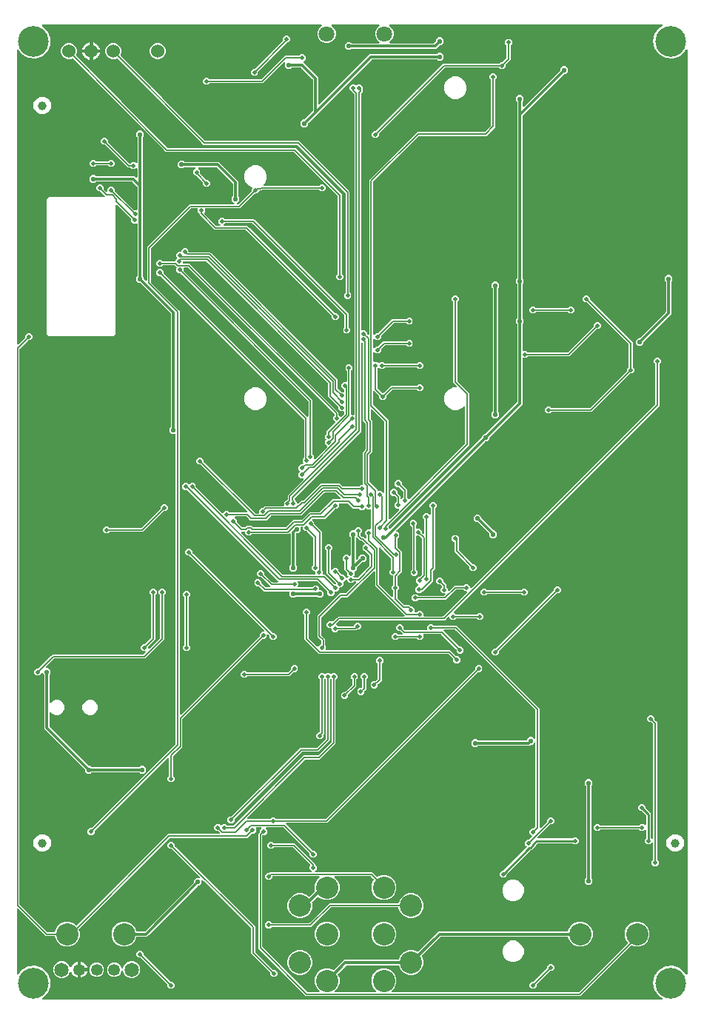
<source format=gbr>
G04 EAGLE Gerber RS-274X export*
G75*
%MOMM*%
%FSLAX34Y34*%
%LPD*%
%INTop Copper*%
%IPPOS*%
%AMOC8*
5,1,8,0,0,1.08239X$1,22.5*%
G01*
%ADD10C,1.650000*%
%ADD11C,1.350000*%
%ADD12C,1.524000*%
%ADD13C,3.516000*%
%ADD14C,1.000000*%
%ADD15C,1.800000*%
%ADD16C,2.540000*%
%ADD17C,0.508000*%
%ADD18C,0.152400*%
%ADD19C,0.558800*%
%ADD20C,0.304800*%
%ADD21C,0.254000*%

G36*
X739129Y3813D02*
X739129Y3813D01*
X739148Y3811D01*
X739269Y3833D01*
X739391Y3851D01*
X739409Y3859D01*
X739428Y3862D01*
X739538Y3917D01*
X739650Y3967D01*
X739665Y3979D01*
X739683Y3988D01*
X739774Y4071D01*
X739867Y4150D01*
X739878Y4167D01*
X739893Y4180D01*
X739957Y4285D01*
X740025Y4387D01*
X740031Y4406D01*
X740041Y4422D01*
X740074Y4541D01*
X740111Y4658D01*
X740111Y4678D01*
X740116Y4697D01*
X740115Y4819D01*
X740118Y4942D01*
X740113Y4961D01*
X740113Y4981D01*
X740077Y5099D01*
X740046Y5217D01*
X740036Y5234D01*
X740031Y5253D01*
X739964Y5356D01*
X739901Y5462D01*
X739887Y5475D01*
X739876Y5492D01*
X739819Y5538D01*
X739694Y5656D01*
X739648Y5680D01*
X739617Y5705D01*
X735825Y7895D01*
X730903Y14669D01*
X729162Y22860D01*
X730903Y31051D01*
X735825Y37826D01*
X743077Y42012D01*
X751405Y42888D01*
X759369Y40300D01*
X765592Y34697D01*
X766407Y32867D01*
X766445Y32806D01*
X766475Y32739D01*
X766520Y32686D01*
X766557Y32626D01*
X766612Y32578D01*
X766659Y32522D01*
X766717Y32484D01*
X766769Y32437D01*
X766835Y32405D01*
X766895Y32365D01*
X766962Y32344D01*
X767025Y32313D01*
X767097Y32301D01*
X767166Y32279D01*
X767236Y32277D01*
X767305Y32265D01*
X767378Y32274D01*
X767450Y32272D01*
X767518Y32289D01*
X767588Y32297D01*
X767655Y32325D01*
X767725Y32344D01*
X767786Y32379D01*
X767851Y32406D01*
X767907Y32452D01*
X767970Y32489D01*
X768018Y32540D01*
X768073Y32584D01*
X768115Y32643D01*
X768164Y32696D01*
X768196Y32759D01*
X768237Y32816D01*
X768261Y32884D01*
X768294Y32949D01*
X768304Y33008D01*
X768330Y33084D01*
X768337Y33205D01*
X768349Y33280D01*
X768349Y1089400D01*
X768339Y1089472D01*
X768339Y1089544D01*
X768319Y1089612D01*
X768309Y1089681D01*
X768280Y1089747D01*
X768259Y1089817D01*
X768222Y1089877D01*
X768193Y1089941D01*
X768146Y1089996D01*
X768107Y1090058D01*
X768055Y1090104D01*
X768010Y1090158D01*
X767949Y1090198D01*
X767895Y1090246D01*
X767831Y1090276D01*
X767773Y1090315D01*
X767704Y1090337D01*
X767638Y1090368D01*
X767569Y1090380D01*
X767502Y1090401D01*
X767429Y1090403D01*
X767357Y1090415D01*
X767288Y1090406D01*
X767218Y1090408D01*
X767147Y1090390D01*
X767075Y1090381D01*
X767010Y1090354D01*
X766943Y1090336D01*
X766880Y1090299D01*
X766813Y1090271D01*
X766758Y1090227D01*
X766698Y1090191D01*
X766648Y1090138D01*
X766592Y1090093D01*
X766559Y1090043D01*
X766504Y1089984D01*
X766449Y1089876D01*
X766407Y1089813D01*
X765592Y1087983D01*
X759369Y1082380D01*
X751405Y1079792D01*
X743077Y1080668D01*
X735825Y1084854D01*
X730903Y1091629D01*
X729162Y1099820D01*
X730903Y1108011D01*
X735825Y1114785D01*
X739617Y1116975D01*
X739633Y1116987D01*
X739650Y1116995D01*
X739744Y1117074D01*
X739841Y1117150D01*
X739852Y1117166D01*
X739867Y1117179D01*
X739935Y1117281D01*
X740007Y1117380D01*
X740014Y1117399D01*
X740025Y1117415D01*
X740062Y1117532D01*
X740104Y1117648D01*
X740105Y1117668D01*
X740111Y1117686D01*
X740114Y1117809D01*
X740122Y1117932D01*
X740117Y1117951D01*
X740118Y1117970D01*
X740087Y1118089D01*
X740060Y1118209D01*
X740051Y1118227D01*
X740046Y1118245D01*
X739984Y1118351D01*
X739925Y1118459D01*
X739911Y1118473D01*
X739901Y1118490D01*
X739811Y1118574D01*
X739725Y1118661D01*
X739708Y1118671D01*
X739694Y1118684D01*
X739584Y1118740D01*
X739477Y1118800D01*
X739458Y1118805D01*
X739440Y1118814D01*
X739368Y1118826D01*
X739200Y1118865D01*
X739149Y1118863D01*
X739109Y1118869D01*
X428181Y1118869D01*
X428152Y1118865D01*
X428123Y1118868D01*
X428012Y1118845D01*
X427899Y1118829D01*
X427873Y1118817D01*
X427844Y1118812D01*
X427743Y1118759D01*
X427640Y1118713D01*
X427618Y1118694D01*
X427592Y1118681D01*
X427509Y1118603D01*
X427423Y1118530D01*
X427407Y1118505D01*
X427386Y1118485D01*
X427328Y1118387D01*
X427265Y1118293D01*
X427257Y1118265D01*
X427242Y1118240D01*
X427214Y1118130D01*
X427180Y1118022D01*
X427179Y1117992D01*
X427172Y1117964D01*
X427175Y1117851D01*
X427172Y1117738D01*
X427180Y1117709D01*
X427181Y1117680D01*
X427216Y1117572D01*
X427244Y1117463D01*
X427259Y1117437D01*
X427268Y1117409D01*
X427314Y1117346D01*
X427389Y1117218D01*
X427435Y1117175D01*
X427463Y1117136D01*
X430562Y1114037D01*
X432165Y1110168D01*
X432165Y1105982D01*
X430562Y1102113D01*
X427488Y1099039D01*
X427470Y1099015D01*
X427448Y1098996D01*
X427385Y1098902D01*
X427317Y1098812D01*
X427307Y1098784D01*
X427290Y1098760D01*
X427256Y1098652D01*
X427216Y1098546D01*
X427214Y1098517D01*
X427205Y1098489D01*
X427202Y1098375D01*
X427192Y1098263D01*
X427198Y1098234D01*
X427197Y1098205D01*
X427226Y1098095D01*
X427248Y1097984D01*
X427262Y1097958D01*
X427269Y1097930D01*
X427327Y1097832D01*
X427379Y1097732D01*
X427399Y1097710D01*
X427414Y1097685D01*
X427497Y1097608D01*
X427575Y1097526D01*
X427600Y1097511D01*
X427622Y1097491D01*
X427723Y1097439D01*
X427820Y1097382D01*
X427849Y1097375D01*
X427875Y1097361D01*
X427952Y1097348D01*
X428096Y1097312D01*
X428158Y1097314D01*
X428206Y1097306D01*
X477894Y1097306D01*
X477980Y1097318D01*
X478068Y1097321D01*
X478120Y1097338D01*
X478175Y1097346D01*
X478255Y1097381D01*
X478338Y1097408D01*
X478377Y1097436D01*
X478435Y1097462D01*
X478548Y1097558D01*
X478612Y1097603D01*
X480524Y1099515D01*
X480576Y1099585D01*
X480636Y1099649D01*
X480662Y1099699D01*
X480695Y1099743D01*
X480726Y1099824D01*
X480766Y1099902D01*
X480774Y1099950D01*
X480796Y1100008D01*
X480804Y1100102D01*
X480807Y1100113D01*
X480808Y1100157D01*
X480821Y1100233D01*
X480821Y1101609D01*
X483351Y1104139D01*
X486929Y1104139D01*
X489459Y1101609D01*
X489459Y1098031D01*
X486929Y1095501D01*
X485553Y1095501D01*
X485467Y1095489D01*
X485379Y1095486D01*
X485327Y1095469D01*
X485272Y1095461D01*
X485192Y1095426D01*
X485109Y1095399D01*
X485070Y1095371D01*
X485012Y1095345D01*
X484899Y1095249D01*
X484835Y1095204D01*
X480840Y1091208D01*
X384479Y1091208D01*
X384393Y1091196D01*
X384305Y1091193D01*
X384253Y1091176D01*
X384198Y1091168D01*
X384118Y1091133D01*
X384035Y1091106D01*
X383996Y1091078D01*
X383939Y1091052D01*
X383825Y1090956D01*
X383762Y1090911D01*
X382789Y1089938D01*
X379211Y1089938D01*
X376681Y1092468D01*
X376681Y1096046D01*
X379211Y1098576D01*
X382789Y1098576D01*
X383762Y1097603D01*
X383831Y1097551D01*
X383895Y1097491D01*
X383945Y1097465D01*
X383989Y1097432D01*
X384070Y1097401D01*
X384148Y1097361D01*
X384196Y1097353D01*
X384254Y1097331D01*
X384402Y1097319D01*
X384479Y1097306D01*
X415074Y1097306D01*
X415103Y1097310D01*
X415132Y1097307D01*
X415243Y1097330D01*
X415356Y1097346D01*
X415382Y1097358D01*
X415411Y1097363D01*
X415512Y1097416D01*
X415615Y1097462D01*
X415637Y1097481D01*
X415663Y1097494D01*
X415746Y1097572D01*
X415832Y1097645D01*
X415848Y1097670D01*
X415869Y1097690D01*
X415927Y1097788D01*
X415990Y1097882D01*
X415998Y1097910D01*
X416013Y1097935D01*
X416041Y1098045D01*
X416075Y1098153D01*
X416076Y1098182D01*
X416083Y1098211D01*
X416080Y1098324D01*
X416083Y1098437D01*
X416075Y1098466D01*
X416074Y1098495D01*
X416039Y1098603D01*
X416011Y1098712D01*
X415996Y1098738D01*
X415987Y1098766D01*
X415941Y1098829D01*
X415866Y1098957D01*
X415820Y1099000D01*
X415792Y1099039D01*
X412718Y1102113D01*
X411115Y1105982D01*
X411115Y1110168D01*
X412718Y1114037D01*
X415817Y1117136D01*
X415835Y1117160D01*
X415857Y1117179D01*
X415920Y1117273D01*
X415988Y1117363D01*
X415998Y1117391D01*
X416015Y1117415D01*
X416049Y1117523D01*
X416089Y1117629D01*
X416091Y1117658D01*
X416100Y1117686D01*
X416103Y1117800D01*
X416113Y1117912D01*
X416107Y1117941D01*
X416108Y1117970D01*
X416079Y1118080D01*
X416057Y1118191D01*
X416043Y1118217D01*
X416036Y1118245D01*
X415978Y1118343D01*
X415926Y1118443D01*
X415906Y1118465D01*
X415891Y1118490D01*
X415808Y1118567D01*
X415730Y1118649D01*
X415705Y1118664D01*
X415683Y1118684D01*
X415582Y1118736D01*
X415485Y1118793D01*
X415456Y1118800D01*
X415430Y1118814D01*
X415353Y1118827D01*
X415209Y1118863D01*
X415147Y1118861D01*
X415099Y1118869D01*
X362141Y1118869D01*
X362112Y1118865D01*
X362083Y1118868D01*
X361972Y1118845D01*
X361859Y1118829D01*
X361833Y1118817D01*
X361804Y1118812D01*
X361703Y1118759D01*
X361600Y1118713D01*
X361578Y1118694D01*
X361552Y1118681D01*
X361469Y1118603D01*
X361383Y1118530D01*
X361367Y1118505D01*
X361346Y1118485D01*
X361288Y1118387D01*
X361225Y1118293D01*
X361217Y1118265D01*
X361202Y1118240D01*
X361174Y1118130D01*
X361140Y1118022D01*
X361139Y1117992D01*
X361132Y1117964D01*
X361135Y1117851D01*
X361132Y1117738D01*
X361140Y1117709D01*
X361141Y1117680D01*
X361176Y1117572D01*
X361204Y1117463D01*
X361219Y1117437D01*
X361228Y1117409D01*
X361274Y1117346D01*
X361349Y1117218D01*
X361395Y1117175D01*
X361423Y1117136D01*
X364522Y1114037D01*
X366125Y1110168D01*
X366125Y1105982D01*
X364522Y1102113D01*
X361562Y1099153D01*
X357693Y1097550D01*
X353507Y1097550D01*
X349638Y1099153D01*
X346678Y1102113D01*
X345075Y1105982D01*
X345075Y1110168D01*
X346678Y1114037D01*
X349777Y1117136D01*
X349795Y1117160D01*
X349817Y1117179D01*
X349880Y1117273D01*
X349948Y1117363D01*
X349958Y1117391D01*
X349975Y1117415D01*
X350009Y1117523D01*
X350049Y1117629D01*
X350051Y1117658D01*
X350060Y1117686D01*
X350063Y1117800D01*
X350073Y1117912D01*
X350067Y1117941D01*
X350068Y1117970D01*
X350039Y1118080D01*
X350017Y1118191D01*
X350003Y1118217D01*
X349996Y1118245D01*
X349938Y1118343D01*
X349886Y1118443D01*
X349866Y1118465D01*
X349851Y1118490D01*
X349768Y1118567D01*
X349690Y1118649D01*
X349665Y1118664D01*
X349643Y1118684D01*
X349542Y1118736D01*
X349445Y1118793D01*
X349416Y1118800D01*
X349390Y1118814D01*
X349313Y1118827D01*
X349169Y1118863D01*
X349107Y1118861D01*
X349059Y1118869D01*
X31247Y1118869D01*
X31191Y1118861D01*
X31135Y1118863D01*
X31051Y1118842D01*
X30965Y1118829D01*
X30914Y1118807D01*
X30860Y1118793D01*
X30785Y1118749D01*
X30706Y1118713D01*
X30663Y1118677D01*
X30615Y1118649D01*
X30555Y1118586D01*
X30489Y1118530D01*
X30458Y1118483D01*
X30419Y1118442D01*
X30379Y1118365D01*
X30331Y1118293D01*
X30314Y1118240D01*
X30289Y1118190D01*
X30272Y1118105D01*
X30245Y1118022D01*
X30244Y1117966D01*
X30233Y1117911D01*
X30240Y1117824D01*
X30238Y1117738D01*
X30252Y1117684D01*
X30257Y1117628D01*
X30288Y1117547D01*
X30310Y1117463D01*
X30338Y1117415D01*
X30358Y1117362D01*
X30402Y1117307D01*
X30455Y1117218D01*
X30525Y1117152D01*
X30567Y1117100D01*
X36612Y1111657D01*
X40018Y1104007D01*
X40018Y1095633D01*
X36612Y1087983D01*
X30389Y1082380D01*
X22425Y1079792D01*
X14097Y1080668D01*
X6845Y1084854D01*
X3107Y1089999D01*
X3032Y1090077D01*
X2961Y1090160D01*
X2933Y1090179D01*
X2910Y1090203D01*
X2815Y1090258D01*
X2725Y1090318D01*
X2693Y1090328D01*
X2663Y1090345D01*
X2558Y1090371D01*
X2454Y1090404D01*
X2420Y1090404D01*
X2387Y1090412D01*
X2278Y1090408D01*
X2170Y1090411D01*
X2137Y1090402D01*
X2103Y1090401D01*
X2000Y1090366D01*
X1895Y1090339D01*
X1866Y1090322D01*
X1833Y1090311D01*
X1743Y1090249D01*
X1650Y1090194D01*
X1627Y1090169D01*
X1599Y1090150D01*
X1530Y1090066D01*
X1456Y1089986D01*
X1440Y1089956D01*
X1419Y1089930D01*
X1376Y1089830D01*
X1326Y1089733D01*
X1321Y1089703D01*
X1306Y1089669D01*
X1279Y1089452D01*
X1271Y1089402D01*
X1271Y753716D01*
X1275Y753687D01*
X1272Y753657D01*
X1295Y753546D01*
X1311Y753434D01*
X1323Y753407D01*
X1328Y753379D01*
X1380Y753278D01*
X1427Y753175D01*
X1446Y753152D01*
X1459Y753126D01*
X1537Y753044D01*
X1610Y752958D01*
X1635Y752941D01*
X1655Y752920D01*
X1753Y752863D01*
X1847Y752800D01*
X1875Y752791D01*
X1900Y752777D01*
X2010Y752749D01*
X2118Y752714D01*
X2148Y752714D01*
X2176Y752706D01*
X2289Y752710D01*
X2402Y752707D01*
X2431Y752715D01*
X2460Y752715D01*
X2568Y752750D01*
X2677Y752779D01*
X2703Y752794D01*
X2731Y752803D01*
X2794Y752848D01*
X2922Y752924D01*
X2965Y752970D01*
X3004Y752998D01*
X10878Y760872D01*
X10930Y760942D01*
X10990Y761006D01*
X11016Y761055D01*
X11049Y761099D01*
X11080Y761181D01*
X11120Y761259D01*
X11128Y761306D01*
X11150Y761365D01*
X11162Y761512D01*
X11175Y761590D01*
X11175Y763684D01*
X13556Y766065D01*
X16924Y766065D01*
X19305Y763684D01*
X19305Y760316D01*
X16924Y757935D01*
X14830Y757935D01*
X14743Y757923D01*
X14656Y757920D01*
X14603Y757903D01*
X14548Y757895D01*
X14468Y757860D01*
X14385Y757833D01*
X14346Y757805D01*
X14289Y757779D01*
X14176Y757683D01*
X14112Y757638D01*
X4616Y748142D01*
X4564Y748072D01*
X4504Y748008D01*
X4478Y747959D01*
X4445Y747915D01*
X4414Y747833D01*
X4374Y747755D01*
X4366Y747708D01*
X4344Y747649D01*
X4332Y747502D01*
X4319Y747424D01*
X4319Y113128D01*
X4331Y113041D01*
X4334Y112954D01*
X4351Y112901D01*
X4359Y112846D01*
X4394Y112766D01*
X4421Y112683D01*
X4449Y112644D01*
X4475Y112587D01*
X4571Y112474D01*
X4616Y112410D01*
X35702Y81324D01*
X35772Y81272D01*
X35836Y81212D01*
X35885Y81186D01*
X35929Y81153D01*
X36011Y81122D01*
X36089Y81082D01*
X36136Y81074D01*
X36195Y81052D01*
X36342Y81040D01*
X36420Y81027D01*
X43812Y81027D01*
X43814Y81027D01*
X43815Y81027D01*
X43955Y81047D01*
X44094Y81067D01*
X44095Y81067D01*
X44097Y81067D01*
X44223Y81124D01*
X44353Y81183D01*
X44354Y81184D01*
X44356Y81185D01*
X44463Y81276D01*
X44570Y81366D01*
X44571Y81368D01*
X44572Y81369D01*
X44580Y81382D01*
X44728Y81603D01*
X44737Y81632D01*
X44750Y81653D01*
X46881Y86798D01*
X50882Y90799D01*
X56111Y92965D01*
X61769Y92965D01*
X66998Y90799D01*
X68724Y89073D01*
X68770Y89038D01*
X68811Y88996D01*
X68883Y88953D01*
X68951Y88902D01*
X69005Y88882D01*
X69056Y88852D01*
X69137Y88831D01*
X69216Y88801D01*
X69275Y88796D01*
X69331Y88782D01*
X69416Y88785D01*
X69500Y88778D01*
X69557Y88789D01*
X69615Y88791D01*
X69696Y88817D01*
X69778Y88833D01*
X69830Y88860D01*
X69886Y88878D01*
X69942Y88918D01*
X70031Y88964D01*
X70103Y89033D01*
X70159Y89073D01*
X174361Y193275D01*
X232841Y193275D01*
X232870Y193279D01*
X232899Y193276D01*
X233010Y193298D01*
X233122Y193314D01*
X233149Y193326D01*
X233178Y193332D01*
X233278Y193384D01*
X233381Y193431D01*
X233404Y193450D01*
X233430Y193463D01*
X233512Y193541D01*
X233598Y193614D01*
X233615Y193639D01*
X233636Y193659D01*
X233693Y193756D01*
X233756Y193851D01*
X233765Y193879D01*
X233780Y193904D01*
X233808Y194014D01*
X233842Y194122D01*
X233843Y194151D01*
X233850Y194180D01*
X233846Y194293D01*
X233849Y194406D01*
X233842Y194434D01*
X233841Y194464D01*
X233806Y194572D01*
X233777Y194681D01*
X233762Y194706D01*
X233753Y194734D01*
X233708Y194798D01*
X233632Y194926D01*
X233586Y194968D01*
X233558Y195008D01*
X232268Y196298D01*
X232198Y196350D01*
X232134Y196410D01*
X232085Y196436D01*
X232041Y196469D01*
X231959Y196500D01*
X231881Y196540D01*
X231834Y196548D01*
X231775Y196570D01*
X231628Y196582D01*
X231550Y196595D01*
X229456Y196595D01*
X227075Y198976D01*
X227075Y202344D01*
X229456Y204725D01*
X232824Y204725D01*
X234232Y203316D01*
X234279Y203281D01*
X234319Y203239D01*
X234392Y203196D01*
X234459Y203145D01*
X234514Y203125D01*
X234564Y203095D01*
X234646Y203074D01*
X234725Y203044D01*
X234783Y203039D01*
X234840Y203025D01*
X234924Y203028D01*
X235008Y203021D01*
X235066Y203032D01*
X235124Y203034D01*
X235204Y203060D01*
X235287Y203076D01*
X235339Y203103D01*
X235395Y203121D01*
X235451Y203162D01*
X235539Y203207D01*
X235612Y203276D01*
X235668Y203316D01*
X237076Y204725D01*
X240444Y204725D01*
X241924Y203244D01*
X241994Y203192D01*
X242058Y203132D01*
X242107Y203106D01*
X242152Y203073D01*
X242233Y203042D01*
X242311Y203002D01*
X242359Y202994D01*
X242417Y202972D01*
X242565Y202960D01*
X242642Y202947D01*
X249076Y202947D01*
X249163Y202959D01*
X249250Y202962D01*
X249303Y202979D01*
X249358Y202987D01*
X249438Y203022D01*
X249521Y203049D01*
X249560Y203077D01*
X249617Y203103D01*
X249730Y203199D01*
X249794Y203244D01*
X329507Y282957D01*
X345342Y282957D01*
X345429Y282969D01*
X345516Y282972D01*
X345569Y282989D01*
X345624Y282997D01*
X345704Y283032D01*
X345787Y283059D01*
X345826Y283087D01*
X345883Y283113D01*
X345996Y283209D01*
X346060Y283254D01*
X361144Y298338D01*
X361196Y298408D01*
X361256Y298472D01*
X361282Y298521D01*
X361315Y298565D01*
X361346Y298647D01*
X361386Y298725D01*
X361394Y298772D01*
X361416Y298831D01*
X361428Y298978D01*
X361441Y299056D01*
X361441Y369498D01*
X361429Y369584D01*
X361426Y369672D01*
X361409Y369724D01*
X361401Y369779D01*
X361366Y369859D01*
X361339Y369942D01*
X361311Y369982D01*
X361285Y370039D01*
X361189Y370152D01*
X361144Y370216D01*
X361120Y370233D01*
X361101Y370256D01*
X361007Y370319D01*
X360917Y370387D01*
X360889Y370397D01*
X360865Y370413D01*
X360757Y370448D01*
X360651Y370488D01*
X360622Y370490D01*
X360594Y370499D01*
X360480Y370502D01*
X360368Y370511D01*
X360339Y370506D01*
X360310Y370506D01*
X360200Y370478D01*
X360089Y370456D01*
X360063Y370442D01*
X360035Y370435D01*
X359937Y370377D01*
X359837Y370325D01*
X359815Y370304D01*
X359790Y370289D01*
X359713Y370207D01*
X359631Y370129D01*
X359616Y370103D01*
X359596Y370082D01*
X359544Y369981D01*
X359487Y369883D01*
X359480Y369855D01*
X359466Y369829D01*
X359453Y369752D01*
X359417Y369608D01*
X359419Y369545D01*
X359411Y369498D01*
X359411Y300297D01*
X346387Y287273D01*
X328012Y287273D01*
X327925Y287261D01*
X327838Y287258D01*
X327785Y287241D01*
X327730Y287233D01*
X327650Y287198D01*
X327567Y287171D01*
X327528Y287143D01*
X327471Y287117D01*
X327358Y287021D01*
X327294Y286976D01*
X250742Y210424D01*
X250690Y210354D01*
X250630Y210290D01*
X250604Y210241D01*
X250571Y210197D01*
X250540Y210115D01*
X250500Y210037D01*
X250492Y209990D01*
X250470Y209931D01*
X250458Y209784D01*
X250445Y209706D01*
X250445Y207612D01*
X248064Y205231D01*
X244696Y205231D01*
X242315Y207612D01*
X242315Y210980D01*
X244696Y213361D01*
X246790Y213361D01*
X246877Y213373D01*
X246964Y213376D01*
X247017Y213393D01*
X247072Y213401D01*
X247152Y213436D01*
X247235Y213463D01*
X247274Y213491D01*
X247331Y213517D01*
X247444Y213613D01*
X247508Y213658D01*
X325697Y291847D01*
X344072Y291847D01*
X344159Y291859D01*
X344246Y291862D01*
X344299Y291879D01*
X344354Y291887D01*
X344434Y291922D01*
X344517Y291949D01*
X344556Y291977D01*
X344613Y292003D01*
X344726Y292099D01*
X344790Y292144D01*
X354540Y301894D01*
X354592Y301964D01*
X354652Y302028D01*
X354678Y302077D01*
X354711Y302121D01*
X354742Y302203D01*
X354782Y302281D01*
X354790Y302328D01*
X354812Y302387D01*
X354824Y302534D01*
X354837Y302612D01*
X354837Y369498D01*
X354833Y369527D01*
X354836Y369556D01*
X354813Y369667D01*
X354797Y369779D01*
X354785Y369806D01*
X354780Y369835D01*
X354728Y369935D01*
X354681Y370039D01*
X354662Y370061D01*
X354649Y370087D01*
X354571Y370169D01*
X354498Y370256D01*
X354473Y370272D01*
X354453Y370293D01*
X354355Y370351D01*
X354261Y370413D01*
X354233Y370422D01*
X354208Y370437D01*
X354098Y370465D01*
X353990Y370499D01*
X353960Y370500D01*
X353932Y370507D01*
X353819Y370503D01*
X353706Y370506D01*
X353677Y370499D01*
X353648Y370498D01*
X353540Y370463D01*
X353431Y370435D01*
X353405Y370420D01*
X353377Y370411D01*
X353314Y370365D01*
X353186Y370289D01*
X353143Y370244D01*
X353104Y370216D01*
X353052Y370146D01*
X352992Y370082D01*
X352966Y370033D01*
X352933Y369988D01*
X352902Y369907D01*
X352862Y369829D01*
X352854Y369781D01*
X352832Y369723D01*
X352820Y369575D01*
X352807Y369498D01*
X352807Y307409D01*
X352088Y306690D01*
X352036Y306620D01*
X351976Y306556D01*
X351950Y306507D01*
X351917Y306463D01*
X351886Y306381D01*
X351846Y306303D01*
X351838Y306256D01*
X351816Y306197D01*
X351804Y306050D01*
X351791Y305972D01*
X351791Y303878D01*
X349410Y301497D01*
X346042Y301497D01*
X343661Y303878D01*
X343661Y307246D01*
X346042Y309627D01*
X347218Y309627D01*
X347276Y309635D01*
X347334Y309633D01*
X347416Y309655D01*
X347500Y309667D01*
X347553Y309690D01*
X347609Y309705D01*
X347682Y309748D01*
X347759Y309783D01*
X347804Y309821D01*
X347854Y309850D01*
X347912Y309912D01*
X347976Y309966D01*
X348008Y310015D01*
X348048Y310058D01*
X348087Y310133D01*
X348134Y310203D01*
X348151Y310259D01*
X348178Y310311D01*
X348189Y310379D01*
X348219Y310474D01*
X348222Y310574D01*
X348233Y310642D01*
X348233Y369498D01*
X348221Y369584D01*
X348218Y369672D01*
X348201Y369724D01*
X348193Y369779D01*
X348158Y369859D01*
X348131Y369942D01*
X348103Y369982D01*
X348077Y370039D01*
X347981Y370152D01*
X347936Y370216D01*
X346455Y371696D01*
X346455Y375064D01*
X348836Y377445D01*
X352204Y377445D01*
X353104Y376544D01*
X353151Y376509D01*
X353191Y376467D01*
X353264Y376424D01*
X353331Y376373D01*
X353386Y376353D01*
X353436Y376323D01*
X353518Y376302D01*
X353597Y376272D01*
X353655Y376267D01*
X353712Y376253D01*
X353796Y376256D01*
X353880Y376249D01*
X353938Y376260D01*
X353996Y376262D01*
X354076Y376288D01*
X354159Y376304D01*
X354211Y376331D01*
X354267Y376349D01*
X354323Y376390D01*
X354411Y376435D01*
X354484Y376504D01*
X354540Y376544D01*
X355440Y377445D01*
X358808Y377445D01*
X359708Y376544D01*
X359755Y376509D01*
X359795Y376467D01*
X359868Y376424D01*
X359935Y376373D01*
X359990Y376353D01*
X360040Y376323D01*
X360122Y376302D01*
X360201Y376272D01*
X360259Y376267D01*
X360316Y376253D01*
X360400Y376256D01*
X360484Y376249D01*
X360542Y376260D01*
X360600Y376262D01*
X360680Y376288D01*
X360763Y376304D01*
X360815Y376331D01*
X360871Y376349D01*
X360927Y376389D01*
X361015Y376435D01*
X361088Y376504D01*
X361144Y376544D01*
X362044Y377445D01*
X365412Y377445D01*
X367793Y375064D01*
X367793Y371696D01*
X366312Y370216D01*
X366260Y370146D01*
X366200Y370082D01*
X366174Y370033D01*
X366141Y369988D01*
X366110Y369907D01*
X366070Y369829D01*
X366062Y369781D01*
X366040Y369723D01*
X366028Y369575D01*
X366015Y369498D01*
X366015Y296741D01*
X347657Y278383D01*
X331822Y278383D01*
X331735Y278371D01*
X331648Y278368D01*
X331595Y278351D01*
X331540Y278343D01*
X331460Y278308D01*
X331377Y278281D01*
X331338Y278253D01*
X331281Y278227D01*
X331168Y278131D01*
X331104Y278086D01*
X265318Y212300D01*
X265300Y212276D01*
X265278Y212257D01*
X265215Y212163D01*
X265147Y212073D01*
X265136Y212045D01*
X265120Y212021D01*
X265086Y211913D01*
X265046Y211807D01*
X265043Y211778D01*
X265034Y211750D01*
X265031Y211636D01*
X265022Y211524D01*
X265028Y211495D01*
X265027Y211466D01*
X265056Y211356D01*
X265078Y211245D01*
X265092Y211219D01*
X265099Y211191D01*
X265157Y211093D01*
X265209Y210993D01*
X265229Y210971D01*
X265244Y210946D01*
X265327Y210869D01*
X265405Y210787D01*
X265430Y210772D01*
X265451Y210752D01*
X265552Y210700D01*
X265650Y210643D01*
X265678Y210636D01*
X265705Y210622D01*
X265782Y210609D01*
X265926Y210573D01*
X265988Y210575D01*
X266036Y210567D01*
X290758Y210567D01*
X290844Y210579D01*
X290932Y210582D01*
X290984Y210599D01*
X291039Y210607D01*
X291119Y210642D01*
X291202Y210669D01*
X291242Y210697D01*
X291299Y210723D01*
X291412Y210819D01*
X291476Y210864D01*
X292956Y212345D01*
X296324Y212345D01*
X297804Y210864D01*
X297874Y210812D01*
X297938Y210752D01*
X297987Y210726D01*
X298032Y210693D01*
X298113Y210662D01*
X298191Y210622D01*
X298239Y210614D01*
X298297Y210592D01*
X298445Y210580D01*
X298522Y210567D01*
X354232Y210567D01*
X354319Y210579D01*
X354406Y210582D01*
X354459Y210599D01*
X354514Y210607D01*
X354594Y210642D01*
X354677Y210669D01*
X354716Y210697D01*
X354773Y210723D01*
X354886Y210819D01*
X354950Y210864D01*
X525228Y381142D01*
X525280Y381212D01*
X525340Y381276D01*
X525366Y381325D01*
X525399Y381369D01*
X525430Y381451D01*
X525470Y381529D01*
X525478Y381576D01*
X525500Y381635D01*
X525512Y381782D01*
X525525Y381860D01*
X525525Y383954D01*
X527906Y386335D01*
X531274Y386335D01*
X533655Y383954D01*
X533655Y380586D01*
X531274Y378205D01*
X529180Y378205D01*
X529093Y378193D01*
X529006Y378190D01*
X528953Y378173D01*
X528898Y378165D01*
X528818Y378130D01*
X528735Y378103D01*
X528696Y378075D01*
X528639Y378049D01*
X528526Y377953D01*
X528462Y377908D01*
X358184Y207630D01*
X356547Y205993D01*
X310232Y205993D01*
X310203Y205989D01*
X310173Y205992D01*
X310062Y205969D01*
X309950Y205953D01*
X309923Y205941D01*
X309895Y205936D01*
X309794Y205884D01*
X309691Y205837D01*
X309668Y205818D01*
X309642Y205805D01*
X309560Y205727D01*
X309474Y205654D01*
X309458Y205629D01*
X309436Y205609D01*
X309379Y205511D01*
X309316Y205417D01*
X309307Y205389D01*
X309292Y205364D01*
X309265Y205254D01*
X309230Y205146D01*
X309230Y205117D01*
X309222Y205088D01*
X309226Y204975D01*
X309223Y204862D01*
X309231Y204833D01*
X309231Y204804D01*
X309266Y204696D01*
X309295Y204587D01*
X309310Y204561D01*
X309319Y204533D01*
X309365Y204469D01*
X309440Y204342D01*
X309486Y204299D01*
X309514Y204260D01*
X309924Y203850D01*
X339232Y174542D01*
X339302Y174490D01*
X339366Y174430D01*
X339415Y174404D01*
X339459Y174371D01*
X339541Y174340D01*
X339619Y174300D01*
X339666Y174292D01*
X339725Y174270D01*
X339872Y174258D01*
X339950Y174245D01*
X342044Y174245D01*
X344425Y171864D01*
X344425Y168496D01*
X342044Y166115D01*
X338676Y166115D01*
X336295Y168496D01*
X336295Y170590D01*
X336283Y170677D01*
X336280Y170764D01*
X336263Y170817D01*
X336255Y170872D01*
X336220Y170952D01*
X336193Y171035D01*
X336165Y171074D01*
X336139Y171131D01*
X336043Y171244D01*
X335998Y171308D01*
X306690Y200616D01*
X306620Y200668D01*
X306556Y200728D01*
X306507Y200754D01*
X306463Y200787D01*
X306381Y200818D01*
X306303Y200858D01*
X306256Y200866D01*
X306197Y200888D01*
X306050Y200900D01*
X305972Y200913D01*
X287059Y200913D01*
X287030Y200909D01*
X287001Y200912D01*
X286890Y200889D01*
X286778Y200873D01*
X286751Y200861D01*
X286722Y200856D01*
X286621Y200803D01*
X286518Y200757D01*
X286496Y200738D01*
X286470Y200725D01*
X286388Y200647D01*
X286301Y200574D01*
X286285Y200549D01*
X286264Y200529D01*
X286207Y200431D01*
X286144Y200337D01*
X286135Y200309D01*
X286120Y200284D01*
X286092Y200174D01*
X286058Y200066D01*
X286057Y200036D01*
X286050Y200008D01*
X286053Y199895D01*
X286051Y199782D01*
X286058Y199753D01*
X286059Y199724D01*
X286094Y199616D01*
X286122Y199507D01*
X286137Y199481D01*
X286146Y199453D01*
X286192Y199389D01*
X286268Y199262D01*
X286313Y199219D01*
X286341Y199180D01*
X287639Y197882D01*
X287639Y194515D01*
X285258Y192134D01*
X283164Y192134D01*
X283078Y192122D01*
X282990Y192119D01*
X282938Y192102D01*
X282883Y192094D01*
X282803Y192058D01*
X282720Y192031D01*
X282680Y192003D01*
X282623Y191978D01*
X282510Y191882D01*
X282446Y191836D01*
X282349Y191739D01*
X282296Y191669D01*
X282236Y191605D01*
X282211Y191556D01*
X282178Y191511D01*
X282147Y191430D01*
X282107Y191352D01*
X282099Y191304D01*
X282076Y191246D01*
X282064Y191098D01*
X282051Y191021D01*
X282051Y64503D01*
X282063Y64417D01*
X282066Y64329D01*
X282083Y64277D01*
X282091Y64222D01*
X282127Y64142D01*
X282154Y64059D01*
X282182Y64019D01*
X282207Y63962D01*
X282303Y63849D01*
X282349Y63785D01*
X333390Y12744D01*
X333460Y12692D01*
X333524Y12632D01*
X333573Y12606D01*
X333617Y12573D01*
X333699Y12542D01*
X333777Y12502D01*
X333824Y12494D01*
X333883Y12472D01*
X334030Y12460D01*
X334108Y12447D01*
X346505Y12447D01*
X346535Y12451D01*
X346564Y12448D01*
X346675Y12471D01*
X346787Y12487D01*
X346814Y12499D01*
X346842Y12504D01*
X346943Y12557D01*
X347046Y12603D01*
X347069Y12622D01*
X347095Y12635D01*
X347177Y12713D01*
X347263Y12786D01*
X347280Y12811D01*
X347301Y12831D01*
X347358Y12929D01*
X347421Y13023D01*
X347430Y13051D01*
X347445Y13076D01*
X347472Y13186D01*
X347507Y13294D01*
X347507Y13324D01*
X347515Y13352D01*
X347511Y13465D01*
X347514Y13578D01*
X347507Y13607D01*
X347506Y13636D01*
X347471Y13744D01*
X347442Y13853D01*
X347427Y13879D01*
X347418Y13907D01*
X347373Y13970D01*
X347297Y14098D01*
X347251Y14141D01*
X347223Y14180D01*
X344061Y17342D01*
X341895Y22571D01*
X341895Y28229D01*
X344061Y33458D01*
X348062Y37459D01*
X353291Y39625D01*
X358949Y39625D01*
X363332Y37810D01*
X363333Y37809D01*
X363335Y37808D01*
X363469Y37774D01*
X363607Y37739D01*
X363609Y37739D01*
X363610Y37738D01*
X363751Y37743D01*
X363891Y37747D01*
X363893Y37747D01*
X363894Y37747D01*
X364027Y37790D01*
X364162Y37833D01*
X364163Y37834D01*
X364165Y37835D01*
X364177Y37843D01*
X364398Y37992D01*
X364418Y38015D01*
X364438Y38030D01*
X375697Y49289D01*
X437308Y49289D01*
X437309Y49289D01*
X437311Y49289D01*
X437451Y49309D01*
X437589Y49329D01*
X437591Y49329D01*
X437592Y49329D01*
X437718Y49386D01*
X437849Y49445D01*
X437850Y49446D01*
X437851Y49447D01*
X437957Y49537D01*
X438066Y49628D01*
X438067Y49630D01*
X438068Y49631D01*
X438076Y49644D01*
X438223Y49865D01*
X438232Y49894D01*
X438246Y49915D01*
X440061Y54298D01*
X444062Y58299D01*
X449291Y60465D01*
X454949Y60465D01*
X459332Y58650D01*
X459333Y58649D01*
X459335Y58648D01*
X459469Y58614D01*
X459607Y58579D01*
X459609Y58579D01*
X459610Y58578D01*
X459751Y58583D01*
X459891Y58587D01*
X459893Y58587D01*
X459894Y58587D01*
X460027Y58630D01*
X460162Y58673D01*
X460163Y58674D01*
X460165Y58675D01*
X460177Y58683D01*
X460398Y58832D01*
X460418Y58855D01*
X460438Y58870D01*
X481274Y79705D01*
X481274Y79706D01*
X483357Y81789D01*
X630868Y81789D01*
X630869Y81789D01*
X630871Y81789D01*
X631011Y81809D01*
X631149Y81829D01*
X631151Y81829D01*
X631152Y81829D01*
X631278Y81886D01*
X631409Y81945D01*
X631410Y81946D01*
X631411Y81947D01*
X631518Y82038D01*
X631626Y82128D01*
X631627Y82130D01*
X631628Y82131D01*
X631636Y82144D01*
X631783Y82365D01*
X631792Y82394D01*
X631806Y82415D01*
X633621Y86798D01*
X637622Y90799D01*
X642851Y92965D01*
X648509Y92965D01*
X653738Y90799D01*
X657739Y86798D01*
X659905Y81569D01*
X659905Y75911D01*
X657739Y70682D01*
X653738Y66681D01*
X648509Y64515D01*
X642851Y64515D01*
X637622Y66681D01*
X633621Y70682D01*
X631806Y75065D01*
X631805Y75066D01*
X631804Y75067D01*
X631734Y75186D01*
X631661Y75309D01*
X631660Y75310D01*
X631659Y75312D01*
X631558Y75407D01*
X631455Y75505D01*
X631453Y75505D01*
X631452Y75506D01*
X631330Y75569D01*
X631202Y75635D01*
X631200Y75635D01*
X631199Y75636D01*
X631184Y75638D01*
X630923Y75690D01*
X630892Y75687D01*
X630868Y75691D01*
X486303Y75691D01*
X486217Y75679D01*
X486129Y75676D01*
X486077Y75659D01*
X486022Y75651D01*
X485942Y75616D01*
X485859Y75589D01*
X485820Y75561D01*
X485762Y75535D01*
X485649Y75439D01*
X485585Y75394D01*
X464750Y54558D01*
X464749Y54557D01*
X464747Y54556D01*
X464663Y54442D01*
X464579Y54331D01*
X464578Y54329D01*
X464577Y54328D01*
X464526Y54194D01*
X464478Y54065D01*
X464477Y54064D01*
X464477Y54062D01*
X464465Y53918D01*
X464454Y53782D01*
X464454Y53780D01*
X464454Y53779D01*
X464458Y53763D01*
X464510Y53503D01*
X464524Y53476D01*
X464530Y53452D01*
X466345Y49069D01*
X466345Y43411D01*
X464179Y38182D01*
X460178Y34181D01*
X454949Y32015D01*
X449291Y32015D01*
X444062Y34181D01*
X440061Y38182D01*
X438246Y42565D01*
X438245Y42566D01*
X438244Y42567D01*
X438174Y42686D01*
X438101Y42809D01*
X438100Y42810D01*
X438099Y42812D01*
X437998Y42907D01*
X437895Y43005D01*
X437893Y43005D01*
X437892Y43006D01*
X437770Y43069D01*
X437642Y43135D01*
X437640Y43135D01*
X437639Y43136D01*
X437624Y43138D01*
X437363Y43190D01*
X437332Y43187D01*
X437308Y43191D01*
X378643Y43191D01*
X378557Y43179D01*
X378469Y43176D01*
X378417Y43159D01*
X378362Y43151D01*
X378282Y43116D01*
X378199Y43089D01*
X378160Y43061D01*
X378102Y43035D01*
X377989Y42939D01*
X377925Y42894D01*
X368750Y33718D01*
X368749Y33717D01*
X368747Y33716D01*
X368663Y33602D01*
X368579Y33491D01*
X368578Y33489D01*
X368577Y33488D01*
X368527Y33356D01*
X368478Y33225D01*
X368477Y33224D01*
X368477Y33222D01*
X368465Y33078D01*
X368454Y32942D01*
X368454Y32940D01*
X368454Y32939D01*
X368458Y32923D01*
X368510Y32663D01*
X368524Y32636D01*
X368530Y32612D01*
X370345Y28229D01*
X370345Y22571D01*
X368179Y17342D01*
X365017Y14180D01*
X364999Y14156D01*
X364977Y14137D01*
X364914Y14043D01*
X364846Y13953D01*
X364835Y13925D01*
X364819Y13901D01*
X364785Y13793D01*
X364745Y13687D01*
X364742Y13658D01*
X364733Y13630D01*
X364730Y13516D01*
X364721Y13404D01*
X364727Y13375D01*
X364726Y13346D01*
X364755Y13236D01*
X364777Y13125D01*
X364790Y13099D01*
X364798Y13071D01*
X364856Y12973D01*
X364908Y12873D01*
X364928Y12851D01*
X364943Y12826D01*
X365026Y12749D01*
X365104Y12667D01*
X365129Y12652D01*
X365150Y12632D01*
X365251Y12580D01*
X365349Y12523D01*
X365377Y12516D01*
X365403Y12502D01*
X365481Y12489D01*
X365624Y12453D01*
X365687Y12455D01*
X365735Y12447D01*
X411505Y12447D01*
X411535Y12451D01*
X411564Y12448D01*
X411675Y12471D01*
X411787Y12487D01*
X411814Y12499D01*
X411842Y12504D01*
X411943Y12557D01*
X412046Y12603D01*
X412069Y12622D01*
X412095Y12635D01*
X412177Y12713D01*
X412263Y12786D01*
X412280Y12811D01*
X412301Y12831D01*
X412358Y12929D01*
X412421Y13023D01*
X412430Y13051D01*
X412445Y13076D01*
X412472Y13186D01*
X412507Y13294D01*
X412507Y13324D01*
X412515Y13352D01*
X412511Y13465D01*
X412514Y13578D01*
X412507Y13607D01*
X412506Y13636D01*
X412471Y13744D01*
X412442Y13853D01*
X412427Y13879D01*
X412418Y13907D01*
X412373Y13970D01*
X412297Y14098D01*
X412251Y14141D01*
X412223Y14180D01*
X409061Y17342D01*
X406895Y22571D01*
X406895Y28229D01*
X409061Y33458D01*
X413062Y37459D01*
X418291Y39625D01*
X423949Y39625D01*
X429178Y37459D01*
X433179Y33458D01*
X435345Y28229D01*
X435345Y22571D01*
X433179Y17342D01*
X430017Y14180D01*
X429999Y14156D01*
X429977Y14137D01*
X429914Y14043D01*
X429846Y13953D01*
X429835Y13925D01*
X429819Y13901D01*
X429785Y13793D01*
X429745Y13687D01*
X429742Y13658D01*
X429733Y13630D01*
X429730Y13516D01*
X429721Y13404D01*
X429727Y13375D01*
X429726Y13346D01*
X429755Y13236D01*
X429777Y13125D01*
X429790Y13099D01*
X429798Y13071D01*
X429856Y12973D01*
X429908Y12873D01*
X429928Y12851D01*
X429943Y12826D01*
X430026Y12749D01*
X430104Y12667D01*
X430129Y12652D01*
X430150Y12632D01*
X430251Y12580D01*
X430349Y12523D01*
X430377Y12516D01*
X430403Y12502D01*
X430481Y12489D01*
X430624Y12453D01*
X430687Y12455D01*
X430735Y12447D01*
X643792Y12447D01*
X643879Y12459D01*
X643966Y12462D01*
X644019Y12479D01*
X644074Y12487D01*
X644154Y12522D01*
X644237Y12549D01*
X644276Y12577D01*
X644333Y12603D01*
X644446Y12699D01*
X644510Y12744D01*
X699817Y68051D01*
X699852Y68097D01*
X699894Y68138D01*
X699937Y68211D01*
X699988Y68278D01*
X700008Y68333D01*
X700038Y68383D01*
X700059Y68465D01*
X700089Y68544D01*
X700094Y68602D01*
X700108Y68658D01*
X700105Y68743D01*
X700112Y68827D01*
X700101Y68884D01*
X700099Y68943D01*
X700073Y69023D01*
X700057Y69106D01*
X700030Y69157D01*
X700012Y69213D01*
X699971Y69269D01*
X699926Y69358D01*
X699886Y69400D01*
X699872Y69423D01*
X699842Y69450D01*
X699817Y69486D01*
X698621Y70682D01*
X696455Y75911D01*
X696455Y81569D01*
X698621Y86798D01*
X702622Y90799D01*
X707851Y92965D01*
X713509Y92965D01*
X718738Y90799D01*
X722739Y86798D01*
X724905Y81569D01*
X724905Y75911D01*
X722739Y70682D01*
X718738Y66681D01*
X713509Y64515D01*
X707851Y64515D01*
X704870Y65750D01*
X704869Y65750D01*
X704867Y65751D01*
X704733Y65785D01*
X704595Y65821D01*
X704593Y65821D01*
X704592Y65821D01*
X704451Y65817D01*
X704311Y65813D01*
X704309Y65812D01*
X704308Y65812D01*
X704175Y65769D01*
X704040Y65726D01*
X704038Y65725D01*
X704037Y65725D01*
X704025Y65716D01*
X703804Y65568D01*
X703784Y65544D01*
X703764Y65530D01*
X646107Y7873D01*
X331793Y7873D01*
X277478Y62188D01*
X277478Y193336D01*
X279212Y195070D01*
X279265Y195140D01*
X279325Y195204D01*
X279350Y195253D01*
X279383Y195298D01*
X279414Y195379D01*
X279454Y195457D01*
X279462Y195505D01*
X279485Y195563D01*
X279497Y195711D01*
X279510Y195788D01*
X279510Y197882D01*
X280808Y199180D01*
X280825Y199204D01*
X280848Y199223D01*
X280911Y199317D01*
X280979Y199407D01*
X280989Y199435D01*
X281005Y199459D01*
X281040Y199567D01*
X281080Y199673D01*
X281082Y199702D01*
X281091Y199730D01*
X281094Y199844D01*
X281103Y199956D01*
X281098Y199985D01*
X281098Y200014D01*
X281070Y200124D01*
X281048Y200235D01*
X281034Y200261D01*
X281027Y200289D01*
X280969Y200387D01*
X280917Y200487D01*
X280896Y200509D01*
X280881Y200534D01*
X280799Y200611D01*
X280721Y200693D01*
X280695Y200708D01*
X280674Y200728D01*
X280573Y200780D01*
X280475Y200837D01*
X280447Y200844D01*
X280421Y200858D01*
X280344Y200871D01*
X280200Y200907D01*
X280137Y200905D01*
X280090Y200913D01*
X275844Y200913D01*
X275786Y200905D01*
X275728Y200907D01*
X275646Y200885D01*
X275562Y200873D01*
X275509Y200850D01*
X275453Y200835D01*
X275380Y200792D01*
X275303Y200757D01*
X275258Y200719D01*
X275208Y200690D01*
X275150Y200628D01*
X275086Y200574D01*
X275054Y200525D01*
X275014Y200482D01*
X274975Y200407D01*
X274928Y200337D01*
X274911Y200281D01*
X274884Y200229D01*
X274873Y200161D01*
X274843Y200066D01*
X274840Y199966D01*
X274829Y199898D01*
X274829Y196215D01*
X272448Y193834D01*
X270354Y193834D01*
X270267Y193822D01*
X270180Y193819D01*
X270127Y193802D01*
X270072Y193794D01*
X269992Y193759D01*
X269909Y193732D01*
X269870Y193704D01*
X269813Y193678D01*
X269700Y193582D01*
X269636Y193537D01*
X264800Y188701D01*
X176676Y188701D01*
X176589Y188689D01*
X176501Y188686D01*
X176449Y188669D01*
X176394Y188661D01*
X176314Y188625D01*
X176231Y188599D01*
X176192Y188571D01*
X176135Y188545D01*
X176021Y188449D01*
X175958Y188404D01*
X72461Y84907D01*
X72460Y84906D01*
X72458Y84905D01*
X72370Y84786D01*
X72290Y84680D01*
X72289Y84678D01*
X72288Y84677D01*
X72238Y84543D01*
X72189Y84414D01*
X72188Y84412D01*
X72188Y84411D01*
X72176Y84266D01*
X72165Y84131D01*
X72165Y84129D01*
X72165Y84128D01*
X72169Y84112D01*
X72221Y83852D01*
X72235Y83825D01*
X72241Y83800D01*
X73165Y81569D01*
X73165Y75911D01*
X70999Y70682D01*
X66998Y66681D01*
X61769Y64515D01*
X56111Y64515D01*
X50882Y66681D01*
X46881Y70682D01*
X44750Y75827D01*
X44749Y75828D01*
X44749Y75829D01*
X44679Y75948D01*
X44606Y76071D01*
X44604Y76072D01*
X44604Y76074D01*
X44500Y76171D01*
X44399Y76267D01*
X44397Y76267D01*
X44396Y76268D01*
X44271Y76332D01*
X44146Y76397D01*
X44145Y76397D01*
X44143Y76398D01*
X44128Y76400D01*
X43867Y76452D01*
X43837Y76449D01*
X43812Y76453D01*
X34105Y76453D01*
X32468Y78090D01*
X3004Y107554D01*
X2980Y107572D01*
X2961Y107594D01*
X2867Y107657D01*
X2777Y107725D01*
X2749Y107736D01*
X2725Y107752D01*
X2617Y107786D01*
X2511Y107826D01*
X2482Y107829D01*
X2454Y107838D01*
X2340Y107841D01*
X2228Y107850D01*
X2199Y107844D01*
X2170Y107845D01*
X2060Y107816D01*
X1949Y107794D01*
X1923Y107780D01*
X1895Y107773D01*
X1797Y107715D01*
X1697Y107663D01*
X1675Y107643D01*
X1650Y107628D01*
X1573Y107545D01*
X1491Y107467D01*
X1476Y107442D01*
X1456Y107421D01*
X1404Y107320D01*
X1347Y107222D01*
X1340Y107194D01*
X1326Y107167D01*
X1313Y107090D01*
X1277Y106946D01*
X1279Y106884D01*
X1271Y106836D01*
X1271Y33278D01*
X1286Y33170D01*
X1294Y33062D01*
X1306Y33030D01*
X1311Y32996D01*
X1355Y32897D01*
X1393Y32795D01*
X1413Y32768D01*
X1427Y32737D01*
X1497Y32654D01*
X1562Y32566D01*
X1589Y32546D01*
X1610Y32520D01*
X1701Y32460D01*
X1787Y32393D01*
X1819Y32381D01*
X1847Y32362D01*
X1951Y32329D01*
X2052Y32290D01*
X2086Y32287D01*
X2118Y32276D01*
X2227Y32274D01*
X2335Y32264D01*
X2368Y32270D01*
X2402Y32269D01*
X2507Y32297D01*
X2614Y32317D01*
X2645Y32332D01*
X2677Y32341D01*
X2771Y32396D01*
X2868Y32446D01*
X2889Y32467D01*
X2922Y32486D01*
X3072Y32646D01*
X3107Y32681D01*
X6845Y37826D01*
X14097Y42012D01*
X22425Y42888D01*
X30389Y40300D01*
X36612Y34697D01*
X40018Y27047D01*
X40018Y18673D01*
X36612Y11023D01*
X30567Y5580D01*
X30531Y5538D01*
X30489Y5501D01*
X30441Y5429D01*
X30385Y5363D01*
X30362Y5311D01*
X30331Y5265D01*
X30305Y5182D01*
X30270Y5103D01*
X30262Y5047D01*
X30245Y4994D01*
X30243Y4907D01*
X30231Y4821D01*
X30240Y4765D01*
X30238Y4710D01*
X30260Y4626D01*
X30273Y4540D01*
X30296Y4489D01*
X30310Y4435D01*
X30354Y4360D01*
X30390Y4281D01*
X30427Y4238D01*
X30455Y4190D01*
X30519Y4131D01*
X30575Y4065D01*
X30622Y4034D01*
X30662Y3996D01*
X30740Y3956D01*
X30812Y3908D01*
X30866Y3892D01*
X30916Y3866D01*
X30985Y3855D01*
X31084Y3824D01*
X31180Y3822D01*
X31247Y3811D01*
X739109Y3811D01*
X739129Y3813D01*
G37*
%LPC*%
G36*
X503014Y388678D02*
X503014Y388678D01*
X500633Y391059D01*
X500633Y393153D01*
X500621Y393239D01*
X500618Y393327D01*
X500601Y393379D01*
X500593Y393434D01*
X500558Y393514D01*
X500531Y393597D01*
X500503Y393637D01*
X500477Y393694D01*
X500381Y393807D01*
X500336Y393871D01*
X495471Y398736D01*
X495401Y398788D01*
X495337Y398848D01*
X495288Y398874D01*
X495243Y398907D01*
X495162Y398938D01*
X495084Y398978D01*
X495036Y398986D01*
X494978Y399008D01*
X494830Y399020D01*
X494753Y399033D01*
X347033Y399033D01*
X330453Y415613D01*
X330453Y443158D01*
X330441Y443244D01*
X330438Y443332D01*
X330421Y443385D01*
X330413Y443439D01*
X330378Y443519D01*
X330351Y443602D01*
X330323Y443642D01*
X330297Y443699D01*
X330201Y443812D01*
X330156Y443876D01*
X328675Y445356D01*
X328675Y448724D01*
X331056Y451105D01*
X334424Y451105D01*
X336805Y448724D01*
X336805Y445356D01*
X335324Y443876D01*
X335272Y443806D01*
X335212Y443742D01*
X335186Y443693D01*
X335153Y443649D01*
X335122Y443567D01*
X335082Y443489D01*
X335074Y443441D01*
X335052Y443383D01*
X335040Y443235D01*
X335027Y443158D01*
X335027Y417928D01*
X335039Y417841D01*
X335042Y417754D01*
X335059Y417701D01*
X335067Y417646D01*
X335102Y417566D01*
X335129Y417483D01*
X335157Y417444D01*
X335183Y417387D01*
X335279Y417274D01*
X335324Y417210D01*
X344862Y407672D01*
X344909Y407637D01*
X344949Y407594D01*
X345022Y407552D01*
X345089Y407501D01*
X345144Y407480D01*
X345194Y407451D01*
X345276Y407430D01*
X345355Y407400D01*
X345413Y407395D01*
X345470Y407381D01*
X345554Y407383D01*
X345638Y407376D01*
X345695Y407388D01*
X345754Y407390D01*
X345834Y407416D01*
X345917Y407432D01*
X345969Y407459D01*
X346024Y407477D01*
X346081Y407517D01*
X346169Y407563D01*
X346241Y407632D01*
X346298Y407672D01*
X349103Y410477D01*
X349155Y410547D01*
X349215Y410611D01*
X349241Y410660D01*
X349274Y410704D01*
X349305Y410786D01*
X349345Y410864D01*
X349353Y410912D01*
X349375Y410970D01*
X349387Y411118D01*
X349400Y411195D01*
X349400Y413819D01*
X349388Y413906D01*
X349385Y413993D01*
X349368Y414046D01*
X349360Y414101D01*
X349325Y414181D01*
X349298Y414264D01*
X349270Y414303D01*
X349244Y414360D01*
X349148Y414473D01*
X349103Y414537D01*
X344931Y418709D01*
X344931Y442351D01*
X370957Y468377D01*
X377092Y468377D01*
X377179Y468389D01*
X377266Y468392D01*
X377319Y468409D01*
X377374Y468417D01*
X377454Y468452D01*
X377537Y468479D01*
X377576Y468507D01*
X377633Y468533D01*
X377746Y468629D01*
X377810Y468674D01*
X389413Y480277D01*
X389426Y480294D01*
X389436Y480303D01*
X389440Y480309D01*
X389453Y480320D01*
X389516Y480414D01*
X389584Y480504D01*
X389595Y480532D01*
X389611Y480556D01*
X389645Y480664D01*
X389685Y480770D01*
X389688Y480799D01*
X389697Y480827D01*
X389700Y480941D01*
X389709Y481053D01*
X389703Y481082D01*
X389704Y481111D01*
X389675Y481221D01*
X389653Y481332D01*
X389640Y481358D01*
X389632Y481387D01*
X389574Y481484D01*
X389522Y481584D01*
X389502Y481606D01*
X389487Y481631D01*
X389404Y481708D01*
X389326Y481791D01*
X389301Y481805D01*
X389280Y481825D01*
X389179Y481877D01*
X389081Y481934D01*
X389053Y481942D01*
X389027Y481955D01*
X388949Y481968D01*
X388806Y482004D01*
X388743Y482002D01*
X388695Y482010D01*
X387168Y482010D01*
X387082Y481998D01*
X386994Y481995D01*
X386941Y481978D01*
X386887Y481971D01*
X386807Y481935D01*
X386724Y481908D01*
X386684Y481880D01*
X386627Y481854D01*
X386514Y481759D01*
X386450Y481713D01*
X384970Y480232D01*
X381602Y480232D01*
X379221Y482613D01*
X379221Y482919D01*
X379217Y482948D01*
X379220Y482977D01*
X379197Y483088D01*
X379181Y483200D01*
X379169Y483227D01*
X379164Y483256D01*
X379111Y483356D01*
X379065Y483460D01*
X379046Y483482D01*
X379033Y483508D01*
X378955Y483590D01*
X378882Y483677D01*
X378857Y483693D01*
X378837Y483714D01*
X378739Y483772D01*
X378645Y483834D01*
X378617Y483843D01*
X378592Y483858D01*
X378482Y483886D01*
X378374Y483920D01*
X378344Y483921D01*
X378316Y483928D01*
X378203Y483925D01*
X378090Y483927D01*
X378061Y483920D01*
X378032Y483919D01*
X377924Y483884D01*
X377815Y483856D01*
X377789Y483841D01*
X377761Y483832D01*
X377698Y483786D01*
X377570Y483710D01*
X377527Y483665D01*
X377488Y483637D01*
X375062Y481211D01*
X375010Y481141D01*
X374950Y481077D01*
X374925Y481028D01*
X374891Y480984D01*
X374860Y480902D01*
X374820Y480824D01*
X374813Y480777D01*
X374790Y480718D01*
X374778Y480570D01*
X374765Y480493D01*
X374765Y477442D01*
X372384Y475061D01*
X370840Y475061D01*
X370782Y475052D01*
X370724Y475054D01*
X370642Y475033D01*
X370558Y475021D01*
X370505Y474997D01*
X370449Y474982D01*
X370376Y474939D01*
X370299Y474904D01*
X370254Y474867D01*
X370204Y474837D01*
X370146Y474775D01*
X370082Y474721D01*
X370050Y474672D01*
X370010Y474629D01*
X369971Y474554D01*
X369924Y474484D01*
X369907Y474428D01*
X369880Y474376D01*
X369869Y474308D01*
X369839Y474213D01*
X369836Y474113D01*
X369825Y474045D01*
X369825Y473042D01*
X367444Y470661D01*
X365760Y470661D01*
X365702Y470653D01*
X365644Y470655D01*
X365562Y470633D01*
X365478Y470621D01*
X365425Y470598D01*
X365369Y470583D01*
X365296Y470540D01*
X365219Y470505D01*
X365174Y470467D01*
X365124Y470438D01*
X365066Y470376D01*
X365002Y470322D01*
X364970Y470273D01*
X364930Y470230D01*
X364891Y470155D01*
X364844Y470085D01*
X364827Y470029D01*
X364800Y469977D01*
X364789Y469909D01*
X364759Y469814D01*
X364756Y469714D01*
X364745Y469646D01*
X364745Y467962D01*
X362364Y465581D01*
X358996Y465581D01*
X356615Y467962D01*
X356615Y470056D01*
X356603Y470143D01*
X356600Y470230D01*
X356583Y470283D01*
X356575Y470338D01*
X356540Y470418D01*
X356513Y470501D01*
X356485Y470540D01*
X356459Y470597D01*
X356363Y470710D01*
X356318Y470774D01*
X345044Y482048D01*
X344974Y482100D01*
X344910Y482160D01*
X344861Y482186D01*
X344817Y482219D01*
X344735Y482250D01*
X344657Y482290D01*
X344610Y482298D01*
X344551Y482320D01*
X344404Y482332D01*
X344326Y482345D01*
X323414Y482345D01*
X323385Y482341D01*
X323356Y482344D01*
X323245Y482321D01*
X323133Y482305D01*
X323106Y482293D01*
X323077Y482288D01*
X322976Y482235D01*
X322873Y482189D01*
X322851Y482170D01*
X322825Y482157D01*
X322743Y482079D01*
X322656Y482006D01*
X322640Y481981D01*
X322619Y481961D01*
X322561Y481863D01*
X322499Y481769D01*
X322490Y481741D01*
X322475Y481716D01*
X322447Y481606D01*
X322413Y481498D01*
X322412Y481468D01*
X322405Y481440D01*
X322408Y481327D01*
X322406Y481214D01*
X322413Y481185D01*
X322414Y481156D01*
X322449Y481048D01*
X322477Y480939D01*
X322492Y480913D01*
X322501Y480885D01*
X322547Y480821D01*
X322623Y480694D01*
X322668Y480651D01*
X322696Y480612D01*
X322976Y480332D01*
X322976Y476960D01*
X322973Y476956D01*
X322951Y476937D01*
X322888Y476843D01*
X322820Y476753D01*
X322810Y476725D01*
X322793Y476701D01*
X322759Y476593D01*
X322719Y476487D01*
X322716Y476458D01*
X322708Y476430D01*
X322705Y476317D01*
X322695Y476204D01*
X322701Y476175D01*
X322700Y476146D01*
X322729Y476036D01*
X322751Y475925D01*
X322765Y475899D01*
X322772Y475871D01*
X322830Y475773D01*
X322882Y475673D01*
X322902Y475651D01*
X322917Y475626D01*
X323000Y475549D01*
X323078Y475467D01*
X323103Y475452D01*
X323125Y475432D01*
X323225Y475380D01*
X323323Y475323D01*
X323352Y475316D01*
X323378Y475302D01*
X323455Y475289D01*
X323599Y475253D01*
X323661Y475255D01*
X323709Y475247D01*
X338510Y475247D01*
X338596Y475259D01*
X338684Y475262D01*
X338737Y475279D01*
X338791Y475287D01*
X338871Y475322D01*
X338954Y475349D01*
X338994Y475377D01*
X339051Y475403D01*
X339164Y475499D01*
X339228Y475544D01*
X341216Y477533D01*
X344584Y477533D01*
X346965Y475152D01*
X346965Y473214D01*
X346973Y473156D01*
X346971Y473098D01*
X346993Y473016D01*
X347005Y472932D01*
X347028Y472879D01*
X347043Y472823D01*
X347086Y472750D01*
X347121Y472673D01*
X347159Y472628D01*
X347188Y472578D01*
X347250Y472520D01*
X347304Y472456D01*
X347353Y472424D01*
X347396Y472384D01*
X347471Y472345D01*
X347541Y472298D01*
X347597Y472281D01*
X347649Y472254D01*
X347717Y472243D01*
X347812Y472213D01*
X347912Y472210D01*
X347980Y472199D01*
X349769Y472199D01*
X352299Y469669D01*
X352299Y466091D01*
X349769Y463561D01*
X346191Y463561D01*
X345218Y464534D01*
X345149Y464586D01*
X345085Y464646D01*
X345035Y464672D01*
X344991Y464705D01*
X344910Y464736D01*
X344832Y464776D01*
X344784Y464784D01*
X344726Y464806D01*
X344578Y464818D01*
X344501Y464831D01*
X320979Y464831D01*
X320893Y464819D01*
X320805Y464816D01*
X320753Y464799D01*
X320698Y464791D01*
X320618Y464756D01*
X320535Y464729D01*
X320496Y464701D01*
X320439Y464675D01*
X320325Y464579D01*
X320262Y464534D01*
X319289Y463561D01*
X315711Y463561D01*
X313181Y466091D01*
X313181Y469658D01*
X313173Y469716D01*
X313175Y469774D01*
X313153Y469856D01*
X313141Y469940D01*
X313118Y469993D01*
X313103Y470049D01*
X313060Y470122D01*
X313025Y470199D01*
X312987Y470244D01*
X312958Y470294D01*
X312896Y470352D01*
X312842Y470416D01*
X312793Y470448D01*
X312750Y470488D01*
X312675Y470527D01*
X312605Y470574D01*
X312549Y470591D01*
X312497Y470618D01*
X312429Y470629D01*
X312334Y470659D01*
X312234Y470662D01*
X312166Y470673D01*
X283874Y470673D01*
X282237Y472310D01*
X278165Y476382D01*
X278095Y476435D01*
X278031Y476495D01*
X277982Y476520D01*
X277937Y476553D01*
X277856Y476584D01*
X277778Y476624D01*
X277730Y476632D01*
X277672Y476655D01*
X277524Y476667D01*
X277447Y476680D01*
X275353Y476680D01*
X272972Y479061D01*
X272972Y482428D01*
X275353Y484809D01*
X278720Y484809D01*
X281101Y482428D01*
X281101Y480334D01*
X281113Y480248D01*
X281116Y480160D01*
X281133Y480108D01*
X281141Y480053D01*
X281177Y479973D01*
X281204Y479890D01*
X281232Y479850D01*
X281257Y479793D01*
X281353Y479680D01*
X281399Y479616D01*
X285471Y475544D01*
X285541Y475492D01*
X285605Y475432D01*
X285654Y475406D01*
X285698Y475373D01*
X285780Y475342D01*
X285858Y475302D01*
X285905Y475294D01*
X285964Y475272D01*
X286111Y475260D01*
X286189Y475247D01*
X290278Y475247D01*
X290307Y475251D01*
X290337Y475248D01*
X290448Y475271D01*
X290560Y475287D01*
X290587Y475299D01*
X290615Y475304D01*
X290716Y475356D01*
X290819Y475403D01*
X290842Y475422D01*
X290868Y475435D01*
X290950Y475513D01*
X291036Y475586D01*
X291052Y475611D01*
X291074Y475631D01*
X291131Y475729D01*
X291194Y475823D01*
X291203Y475851D01*
X291217Y475876D01*
X291245Y475986D01*
X291280Y476094D01*
X291280Y476124D01*
X291288Y476152D01*
X291284Y476265D01*
X291287Y476378D01*
X291279Y476407D01*
X291279Y476436D01*
X291244Y476544D01*
X291215Y476653D01*
X291200Y476679D01*
X291191Y476707D01*
X291146Y476770D01*
X291070Y476898D01*
X291024Y476941D01*
X290996Y476980D01*
X281323Y486653D01*
X281253Y486705D01*
X281189Y486765D01*
X281140Y486791D01*
X281096Y486824D01*
X281014Y486855D01*
X280936Y486895D01*
X280889Y486903D01*
X280830Y486925D01*
X280683Y486937D01*
X280605Y486950D01*
X278511Y486950D01*
X276130Y489331D01*
X276130Y492699D01*
X278511Y495080D01*
X281879Y495080D01*
X284260Y492699D01*
X284260Y490605D01*
X284272Y490518D01*
X284275Y490431D01*
X284292Y490378D01*
X284300Y490323D01*
X284335Y490243D01*
X284362Y490160D01*
X284390Y490121D01*
X284416Y490064D01*
X284512Y489951D01*
X284557Y489887D01*
X293211Y481233D01*
X293281Y481180D01*
X293345Y481120D01*
X293394Y481095D01*
X293438Y481062D01*
X293520Y481031D01*
X293598Y480991D01*
X293646Y480983D01*
X293704Y480961D01*
X293852Y480948D01*
X293929Y480935D01*
X299035Y480935D01*
X299064Y480940D01*
X299093Y480937D01*
X299204Y480959D01*
X299316Y480975D01*
X299343Y480987D01*
X299372Y480993D01*
X299472Y481045D01*
X299576Y481091D01*
X299598Y481110D01*
X299624Y481124D01*
X299706Y481202D01*
X299793Y481275D01*
X299809Y481299D01*
X299830Y481320D01*
X299887Y481418D01*
X299950Y481512D01*
X299959Y481540D01*
X299974Y481565D01*
X300002Y481675D01*
X300036Y481783D01*
X300037Y481812D01*
X300044Y481841D01*
X300040Y481954D01*
X300043Y482067D01*
X300036Y482095D01*
X300035Y482125D01*
X300000Y482233D01*
X299971Y482342D01*
X299956Y482367D01*
X299947Y482395D01*
X299902Y482459D01*
X299826Y482586D01*
X299787Y482623D01*
X299783Y482629D01*
X299775Y482637D01*
X299753Y482669D01*
X196233Y586188D01*
X196163Y586240D01*
X196099Y586300D01*
X196050Y586326D01*
X196006Y586359D01*
X195924Y586390D01*
X195846Y586430D01*
X195799Y586438D01*
X195740Y586460D01*
X195593Y586472D01*
X195515Y586485D01*
X192626Y586485D01*
X190245Y588866D01*
X190245Y592234D01*
X192626Y594615D01*
X195994Y594615D01*
X197402Y593206D01*
X197449Y593171D01*
X197489Y593129D01*
X197562Y593086D01*
X197629Y593035D01*
X197684Y593015D01*
X197734Y592985D01*
X197816Y592964D01*
X197895Y592934D01*
X197953Y592929D01*
X198010Y592915D01*
X198094Y592918D01*
X198178Y592911D01*
X198236Y592922D01*
X198294Y592924D01*
X198374Y592950D01*
X198457Y592966D01*
X198509Y592993D01*
X198565Y593011D01*
X198621Y593051D01*
X198709Y593097D01*
X198782Y593166D01*
X198838Y593206D01*
X200246Y594615D01*
X203614Y594615D01*
X205995Y592234D01*
X205995Y590140D01*
X206007Y590053D01*
X206010Y589966D01*
X206027Y589913D01*
X206035Y589858D01*
X206070Y589778D01*
X206097Y589695D01*
X206125Y589656D01*
X206151Y589599D01*
X206247Y589486D01*
X206292Y589422D01*
X235515Y560199D01*
X235562Y560164D01*
X235602Y560121D01*
X235675Y560079D01*
X235742Y560028D01*
X235797Y560007D01*
X235847Y559978D01*
X235929Y559957D01*
X236008Y559927D01*
X236066Y559922D01*
X236123Y559908D01*
X236207Y559910D01*
X236291Y559903D01*
X236348Y559915D01*
X236407Y559917D01*
X236487Y559943D01*
X236570Y559959D01*
X236622Y559986D01*
X236677Y560004D01*
X236734Y560044D01*
X236822Y560090D01*
X236894Y560159D01*
X236951Y560199D01*
X239437Y562685D01*
X242804Y562685D01*
X244285Y561204D01*
X244354Y561152D01*
X244418Y561092D01*
X244468Y561067D01*
X244512Y561034D01*
X244594Y561002D01*
X244672Y560963D01*
X244719Y560955D01*
X244778Y560932D01*
X244925Y560920D01*
X245003Y560907D01*
X263988Y560907D01*
X264017Y560911D01*
X264046Y560909D01*
X264157Y560931D01*
X264269Y560947D01*
X264296Y560959D01*
X264325Y560965D01*
X264425Y561017D01*
X264529Y561063D01*
X264551Y561082D01*
X264577Y561096D01*
X264659Y561174D01*
X264746Y561247D01*
X264762Y561271D01*
X264783Y561291D01*
X264841Y561389D01*
X264903Y561483D01*
X264912Y561511D01*
X264927Y561537D01*
X264955Y561646D01*
X264989Y561755D01*
X264990Y561784D01*
X264997Y561812D01*
X264994Y561925D01*
X264997Y562039D01*
X264989Y562067D01*
X264988Y562096D01*
X264953Y562204D01*
X264925Y562314D01*
X264910Y562339D01*
X264901Y562367D01*
X264855Y562431D01*
X264779Y562558D01*
X264734Y562601D01*
X264706Y562640D01*
X211948Y615398D01*
X211878Y615450D01*
X211814Y615510D01*
X211765Y615536D01*
X211721Y615569D01*
X211639Y615600D01*
X211561Y615640D01*
X211514Y615648D01*
X211455Y615670D01*
X211308Y615682D01*
X211230Y615695D01*
X209136Y615695D01*
X206755Y618076D01*
X206755Y621444D01*
X209136Y623825D01*
X212504Y623825D01*
X214885Y621444D01*
X214885Y619350D01*
X214897Y619263D01*
X214900Y619176D01*
X214917Y619123D01*
X214925Y619068D01*
X214960Y618988D01*
X214987Y618905D01*
X215015Y618866D01*
X215041Y618809D01*
X215137Y618696D01*
X215182Y618632D01*
X273954Y559860D01*
X274024Y559808D01*
X274088Y559748D01*
X274137Y559722D01*
X274181Y559689D01*
X274263Y559658D01*
X274341Y559618D01*
X274388Y559610D01*
X274447Y559588D01*
X274594Y559576D01*
X274672Y559563D01*
X277479Y559563D01*
X277536Y559571D01*
X277595Y559569D01*
X277676Y559591D01*
X277760Y559603D01*
X277813Y559626D01*
X277870Y559641D01*
X277942Y559684D01*
X278019Y559719D01*
X278064Y559757D01*
X278114Y559786D01*
X278172Y559848D01*
X278236Y559902D01*
X278269Y559951D01*
X278309Y559994D01*
X278347Y560069D01*
X278394Y560139D01*
X278412Y560195D01*
X278438Y560247D01*
X278450Y560315D01*
X278480Y560410D01*
X278482Y560510D01*
X278494Y560578D01*
X278494Y563896D01*
X280875Y566277D01*
X282969Y566277D01*
X283055Y566289D01*
X283143Y566292D01*
X283195Y566309D01*
X283250Y566317D01*
X283330Y566353D01*
X283413Y566380D01*
X283453Y566408D01*
X283510Y566433D01*
X283623Y566529D01*
X283687Y566575D01*
X285167Y568055D01*
X305816Y568055D01*
X305874Y568063D01*
X305932Y568062D01*
X306014Y568083D01*
X306098Y568095D01*
X306151Y568119D01*
X306207Y568134D01*
X306280Y568177D01*
X306357Y568211D01*
X306402Y568249D01*
X306452Y568279D01*
X306510Y568341D01*
X306574Y568395D01*
X306606Y568444D01*
X306646Y568486D01*
X306685Y568561D01*
X306732Y568632D01*
X306749Y568687D01*
X306776Y568739D01*
X306787Y568807D01*
X306817Y568903D01*
X306820Y569002D01*
X306831Y569070D01*
X306831Y572422D01*
X309212Y574803D01*
X309782Y574803D01*
X309869Y574815D01*
X309956Y574818D01*
X310009Y574835D01*
X310064Y574843D01*
X310144Y574878D01*
X310227Y574905D01*
X310266Y574933D01*
X310323Y574959D01*
X310436Y575055D01*
X310500Y575100D01*
X310852Y575452D01*
X310904Y575522D01*
X310964Y575586D01*
X310990Y575635D01*
X311023Y575679D01*
X311054Y575761D01*
X311094Y575839D01*
X311102Y575886D01*
X311124Y575945D01*
X311136Y576092D01*
X311149Y576170D01*
X311149Y580314D01*
X312786Y581951D01*
X328996Y598161D01*
X329014Y598184D01*
X329036Y598203D01*
X329099Y598298D01*
X329167Y598388D01*
X329178Y598415D01*
X329194Y598440D01*
X329228Y598548D01*
X329269Y598654D01*
X329271Y598683D01*
X329280Y598711D01*
X329283Y598824D01*
X329292Y598937D01*
X329286Y598966D01*
X329287Y598995D01*
X329258Y599105D01*
X329236Y599216D01*
X329223Y599242D01*
X329215Y599270D01*
X329157Y599368D01*
X329105Y599468D01*
X329085Y599489D01*
X329070Y599515D01*
X328987Y599592D01*
X328909Y599674D01*
X328884Y599689D01*
X328863Y599709D01*
X328762Y599761D01*
X328664Y599818D01*
X328636Y599825D01*
X328610Y599839D01*
X328532Y599852D01*
X328389Y599888D01*
X328326Y599886D01*
X328279Y599894D01*
X325742Y599894D01*
X323361Y602275D01*
X323361Y605642D01*
X325050Y607331D01*
X325086Y607378D01*
X325128Y607418D01*
X325171Y607491D01*
X325221Y607559D01*
X325242Y607613D01*
X325272Y607664D01*
X325293Y607745D01*
X325323Y607824D01*
X325327Y607883D01*
X325342Y607939D01*
X325339Y608024D01*
X325346Y608108D01*
X325335Y608165D01*
X325333Y608223D01*
X325307Y608304D01*
X325290Y608386D01*
X325263Y608438D01*
X325245Y608494D01*
X325205Y608550D01*
X325159Y608639D01*
X325091Y608711D01*
X325050Y608767D01*
X323361Y610456D01*
X323361Y613824D01*
X325742Y616205D01*
X327836Y616205D01*
X327923Y616217D01*
X328010Y616220D01*
X328063Y616237D01*
X328118Y616245D01*
X328198Y616280D01*
X328281Y616307D01*
X328320Y616335D01*
X328377Y616361D01*
X328490Y616456D01*
X328554Y616502D01*
X328684Y616632D01*
X328719Y616678D01*
X328762Y616719D01*
X328804Y616792D01*
X328855Y616859D01*
X328876Y616913D01*
X328905Y616964D01*
X328926Y617046D01*
X328956Y617125D01*
X328961Y617183D01*
X328975Y617240D01*
X328973Y617324D01*
X328980Y617408D01*
X328968Y617465D01*
X328966Y617524D01*
X328940Y617604D01*
X328924Y617687D01*
X328897Y617739D01*
X328879Y617794D01*
X328839Y617850D01*
X328793Y617939D01*
X328724Y618011D01*
X328684Y618068D01*
X328187Y618564D01*
X328187Y621932D01*
X329414Y623158D01*
X329467Y623228D01*
X329527Y623292D01*
X329552Y623341D01*
X329585Y623385D01*
X329616Y623467D01*
X329656Y623545D01*
X329664Y623593D01*
X329686Y623651D01*
X329698Y623799D01*
X329711Y623876D01*
X329711Y666888D01*
X329699Y666974D01*
X329696Y667062D01*
X329679Y667114D01*
X329672Y667169D01*
X329636Y667249D01*
X329609Y667332D01*
X329581Y667372D01*
X329555Y667429D01*
X329459Y667542D01*
X329414Y667606D01*
X166160Y830860D01*
X166090Y830912D01*
X166026Y830972D01*
X165977Y830998D01*
X165933Y831031D01*
X165851Y831062D01*
X165773Y831102D01*
X165725Y831110D01*
X165667Y831132D01*
X165519Y831144D01*
X165442Y831157D01*
X163348Y831157D01*
X160967Y833538D01*
X160967Y836906D01*
X163348Y839287D01*
X166715Y839287D01*
X169096Y836906D01*
X169096Y834812D01*
X169109Y834725D01*
X169111Y834638D01*
X169128Y834585D01*
X169136Y834530D01*
X169172Y834450D01*
X169199Y834367D01*
X169227Y834328D01*
X169252Y834271D01*
X169348Y834158D01*
X169394Y834094D01*
X332648Y670840D01*
X333048Y670439D01*
X333072Y670422D01*
X333091Y670399D01*
X333185Y670337D01*
X333275Y670269D01*
X333303Y670258D01*
X333327Y670242D01*
X333435Y670208D01*
X333541Y670167D01*
X333570Y670165D01*
X333598Y670156D01*
X333711Y670153D01*
X333824Y670144D01*
X333853Y670149D01*
X333882Y670149D01*
X333992Y670177D01*
X334103Y670200D01*
X334129Y670213D01*
X334157Y670221D01*
X334255Y670278D01*
X334355Y670331D01*
X334377Y670351D01*
X334402Y670366D01*
X334479Y670448D01*
X334561Y670526D01*
X334576Y670552D01*
X334596Y670573D01*
X334648Y670674D01*
X334705Y670772D01*
X334712Y670800D01*
X334726Y670826D01*
X334739Y670903D01*
X334775Y671047D01*
X334773Y671110D01*
X334781Y671157D01*
X334781Y687724D01*
X334769Y687811D01*
X334766Y687898D01*
X334749Y687951D01*
X334741Y688006D01*
X334706Y688086D01*
X334679Y688169D01*
X334651Y688208D01*
X334625Y688265D01*
X334529Y688378D01*
X334484Y688442D01*
X188947Y833979D01*
X188877Y834032D01*
X188813Y834092D01*
X188764Y834117D01*
X188720Y834150D01*
X188638Y834181D01*
X188560Y834221D01*
X188512Y834229D01*
X188454Y834251D01*
X188306Y834264D01*
X188229Y834277D01*
X186135Y834277D01*
X183754Y836658D01*
X183754Y840025D01*
X183880Y840151D01*
X183915Y840197D01*
X183957Y840238D01*
X184000Y840310D01*
X184051Y840378D01*
X184071Y840433D01*
X184101Y840483D01*
X184122Y840565D01*
X184152Y840644D01*
X184157Y840702D01*
X184171Y840758D01*
X184168Y840843D01*
X184175Y840927D01*
X184164Y840984D01*
X184162Y841043D01*
X184136Y841123D01*
X184119Y841206D01*
X184093Y841257D01*
X184074Y841313D01*
X184034Y841369D01*
X183988Y841458D01*
X183920Y841530D01*
X183880Y841586D01*
X182949Y842518D01*
X182948Y842518D01*
X182230Y843236D01*
X182160Y843288D01*
X182096Y843348D01*
X182047Y843374D01*
X182003Y843407D01*
X181921Y843438D01*
X181843Y843478D01*
X181796Y843486D01*
X181737Y843508D01*
X181590Y843520D01*
X181512Y843533D01*
X168982Y843533D01*
X168896Y843521D01*
X168808Y843518D01*
X168756Y843501D01*
X168701Y843493D01*
X168621Y843458D01*
X168538Y843431D01*
X168498Y843403D01*
X168441Y843377D01*
X168328Y843281D01*
X168264Y843236D01*
X166784Y841755D01*
X163416Y841755D01*
X161035Y844136D01*
X161035Y847504D01*
X163416Y849885D01*
X166784Y849885D01*
X168264Y848404D01*
X168334Y848352D01*
X168398Y848292D01*
X168447Y848266D01*
X168492Y848233D01*
X168573Y848202D01*
X168651Y848162D01*
X168699Y848154D01*
X168757Y848132D01*
X168905Y848120D01*
X168982Y848107D01*
X182085Y848107D01*
X182143Y848115D01*
X182201Y848113D01*
X182283Y848135D01*
X182367Y848147D01*
X182420Y848170D01*
X182476Y848185D01*
X182549Y848228D01*
X182626Y848263D01*
X182671Y848301D01*
X182721Y848330D01*
X182779Y848392D01*
X182843Y848446D01*
X182875Y848495D01*
X182915Y848538D01*
X182954Y848613D01*
X183001Y848683D01*
X183018Y848739D01*
X183045Y848791D01*
X183056Y848859D01*
X183086Y848954D01*
X183089Y849054D01*
X183100Y849122D01*
X183100Y850044D01*
X184398Y851342D01*
X184433Y851388D01*
X184476Y851429D01*
X184518Y851501D01*
X184569Y851569D01*
X184590Y851623D01*
X184619Y851674D01*
X184640Y851755D01*
X184670Y851834D01*
X184675Y851893D01*
X184690Y851949D01*
X184687Y852034D01*
X184694Y852118D01*
X184682Y852175D01*
X184681Y852234D01*
X184655Y852314D01*
X184638Y852396D01*
X184611Y852448D01*
X184593Y852504D01*
X184553Y852560D01*
X184507Y852649D01*
X184438Y852721D01*
X184398Y852777D01*
X183895Y853280D01*
X183895Y856648D01*
X186276Y859029D01*
X188373Y859029D01*
X188431Y859037D01*
X188490Y859035D01*
X188571Y859057D01*
X188655Y859069D01*
X188708Y859092D01*
X188765Y859107D01*
X188837Y859150D01*
X188914Y859185D01*
X188959Y859223D01*
X189009Y859252D01*
X189067Y859314D01*
X189131Y859368D01*
X189164Y859417D01*
X189204Y859460D01*
X189242Y859535D01*
X189289Y859605D01*
X189307Y859661D01*
X189333Y859713D01*
X189345Y859781D01*
X189375Y859876D01*
X189377Y859976D01*
X189389Y860044D01*
X189389Y860494D01*
X191770Y862875D01*
X195137Y862875D01*
X197518Y860494D01*
X197518Y859536D01*
X197526Y859478D01*
X197525Y859420D01*
X197546Y859338D01*
X197558Y859254D01*
X197582Y859201D01*
X197597Y859145D01*
X197640Y859072D01*
X197674Y858995D01*
X197712Y858950D01*
X197742Y858900D01*
X197803Y858842D01*
X197858Y858778D01*
X197907Y858746D01*
X197949Y858706D01*
X198024Y858667D01*
X198095Y858620D01*
X198150Y858603D01*
X198202Y858576D01*
X198270Y858565D01*
X198366Y858535D01*
X198465Y858532D01*
X198533Y858521D01*
X222674Y858521D01*
X368170Y713025D01*
X368170Y703234D01*
X368182Y703148D01*
X368185Y703060D01*
X368202Y703008D01*
X368210Y702953D01*
X368246Y702873D01*
X368273Y702790D01*
X368301Y702751D01*
X368326Y702694D01*
X368422Y702580D01*
X368467Y702517D01*
X372252Y698732D01*
X372322Y698680D01*
X372386Y698620D01*
X372435Y698594D01*
X372479Y698561D01*
X372561Y698530D01*
X372639Y698490D01*
X372686Y698482D01*
X372745Y698460D01*
X372892Y698448D01*
X372970Y698435D01*
X374904Y698435D01*
X374962Y698443D01*
X375020Y698441D01*
X375102Y698463D01*
X375186Y698475D01*
X375239Y698498D01*
X375295Y698513D01*
X375368Y698556D01*
X375445Y698591D01*
X375490Y698629D01*
X375540Y698658D01*
X375598Y698720D01*
X375662Y698774D01*
X375694Y698823D01*
X375734Y698866D01*
X375773Y698941D01*
X375820Y699011D01*
X375837Y699067D01*
X375864Y699119D01*
X375875Y699187D01*
X375905Y699282D01*
X375908Y699382D01*
X375919Y699450D01*
X375919Y701040D01*
X375911Y701098D01*
X375913Y701156D01*
X375891Y701238D01*
X375879Y701322D01*
X375856Y701375D01*
X375841Y701431D01*
X375798Y701504D01*
X375763Y701581D01*
X375725Y701626D01*
X375696Y701676D01*
X375634Y701734D01*
X375580Y701798D01*
X375531Y701830D01*
X375488Y701870D01*
X375413Y701909D01*
X375343Y701956D01*
X375287Y701973D01*
X375235Y702000D01*
X375167Y702011D01*
X375072Y702041D01*
X374972Y702044D01*
X374904Y702055D01*
X374744Y702055D01*
X372363Y704436D01*
X372363Y707804D01*
X374744Y710185D01*
X377952Y710185D01*
X378010Y710193D01*
X378068Y710191D01*
X378150Y710213D01*
X378234Y710225D01*
X378287Y710248D01*
X378343Y710263D01*
X378416Y710306D01*
X378493Y710341D01*
X378538Y710379D01*
X378588Y710408D01*
X378646Y710470D01*
X378710Y710524D01*
X378742Y710573D01*
X378782Y710616D01*
X378821Y710691D01*
X378868Y710761D01*
X378885Y710817D01*
X378912Y710869D01*
X378923Y710937D01*
X378953Y711032D01*
X378956Y711132D01*
X378967Y711200D01*
X378967Y722558D01*
X378955Y722644D01*
X378952Y722732D01*
X378935Y722785D01*
X378927Y722839D01*
X378892Y722919D01*
X378865Y723002D01*
X378837Y723042D01*
X378811Y723099D01*
X378715Y723212D01*
X378697Y723237D01*
X378694Y723244D01*
X378691Y723246D01*
X378670Y723276D01*
X377189Y724756D01*
X377189Y728124D01*
X379570Y730505D01*
X382938Y730505D01*
X385319Y728124D01*
X385319Y724756D01*
X383838Y723276D01*
X383786Y723206D01*
X383726Y723142D01*
X383700Y723093D01*
X383667Y723049D01*
X383636Y722967D01*
X383596Y722889D01*
X383588Y722841D01*
X383566Y722783D01*
X383554Y722635D01*
X383541Y722558D01*
X383541Y673281D01*
X383549Y673223D01*
X383547Y673164D01*
X383569Y673083D01*
X383581Y672999D01*
X383604Y672946D01*
X383619Y672889D01*
X383662Y672817D01*
X383697Y672740D01*
X383735Y672695D01*
X383764Y672645D01*
X383826Y672587D01*
X383880Y672523D01*
X383929Y672490D01*
X383972Y672450D01*
X384047Y672412D01*
X384117Y672365D01*
X384173Y672347D01*
X384225Y672321D01*
X384293Y672309D01*
X384388Y672279D01*
X384488Y672277D01*
X384556Y672265D01*
X386334Y672265D01*
X386392Y672274D01*
X386450Y672272D01*
X386532Y672293D01*
X386616Y672305D01*
X386669Y672329D01*
X386725Y672344D01*
X386798Y672387D01*
X386875Y672421D01*
X386920Y672459D01*
X386970Y672489D01*
X387028Y672551D01*
X387092Y672605D01*
X387124Y672654D01*
X387164Y672696D01*
X387203Y672772D01*
X387250Y672842D01*
X387267Y672898D01*
X387294Y672950D01*
X387305Y673018D01*
X387335Y673113D01*
X387338Y673213D01*
X387349Y673281D01*
X387349Y1039016D01*
X387337Y1039103D01*
X387334Y1039190D01*
X387317Y1039243D01*
X387309Y1039298D01*
X387274Y1039378D01*
X387247Y1039461D01*
X387219Y1039500D01*
X387193Y1039557D01*
X387097Y1039670D01*
X387052Y1039734D01*
X383581Y1043205D01*
X383541Y1043252D01*
X383496Y1043316D01*
X382015Y1044796D01*
X382015Y1048164D01*
X384396Y1050545D01*
X387764Y1050545D01*
X388664Y1049644D01*
X388711Y1049609D01*
X388751Y1049567D01*
X388824Y1049524D01*
X388891Y1049473D01*
X388946Y1049453D01*
X388996Y1049423D01*
X389078Y1049402D01*
X389157Y1049372D01*
X389215Y1049367D01*
X389272Y1049353D01*
X389356Y1049356D01*
X389440Y1049349D01*
X389498Y1049360D01*
X389556Y1049362D01*
X389636Y1049388D01*
X389719Y1049404D01*
X389771Y1049431D01*
X389827Y1049449D01*
X389883Y1049489D01*
X389971Y1049535D01*
X390044Y1049604D01*
X390100Y1049644D01*
X391000Y1050545D01*
X394368Y1050545D01*
X396749Y1048164D01*
X396749Y1046070D01*
X396761Y1045983D01*
X396764Y1045896D01*
X396781Y1045843D01*
X396789Y1045788D01*
X396824Y1045708D01*
X396851Y1045625D01*
X396879Y1045586D01*
X396905Y1045529D01*
X397001Y1045416D01*
X397003Y1045413D01*
X397003Y1041723D01*
X395268Y1039988D01*
X395216Y1039918D01*
X395156Y1039854D01*
X395130Y1039805D01*
X395097Y1039761D01*
X395066Y1039679D01*
X395026Y1039601D01*
X395018Y1039554D01*
X394996Y1039495D01*
X394984Y1039348D01*
X394971Y1039270D01*
X394971Y770382D01*
X394979Y770324D01*
X394977Y770266D01*
X394999Y770184D01*
X395011Y770100D01*
X395034Y770047D01*
X395049Y769991D01*
X395092Y769918D01*
X395127Y769841D01*
X395165Y769796D01*
X395194Y769746D01*
X395256Y769688D01*
X395310Y769624D01*
X395359Y769592D01*
X395402Y769552D01*
X395477Y769513D01*
X395547Y769466D01*
X395603Y769449D01*
X395655Y769422D01*
X395723Y769411D01*
X395818Y769381D01*
X395918Y769378D01*
X395986Y769367D01*
X399702Y769367D01*
X402083Y766986D01*
X402083Y764892D01*
X402095Y764805D01*
X402098Y764718D01*
X402115Y764665D01*
X402123Y764610D01*
X402158Y764530D01*
X402185Y764447D01*
X402213Y764408D01*
X402239Y764351D01*
X402335Y764238D01*
X402380Y764174D01*
X402634Y763920D01*
X402658Y763902D01*
X402677Y763880D01*
X402771Y763817D01*
X402861Y763749D01*
X402889Y763738D01*
X402913Y763722D01*
X403021Y763688D01*
X403127Y763648D01*
X403156Y763645D01*
X403184Y763636D01*
X403297Y763633D01*
X403410Y763624D01*
X403439Y763630D01*
X403468Y763629D01*
X403578Y763658D01*
X403689Y763680D01*
X403715Y763694D01*
X403743Y763701D01*
X403841Y763759D01*
X403941Y763811D01*
X403963Y763831D01*
X403988Y763846D01*
X404065Y763929D01*
X404147Y764007D01*
X404162Y764032D01*
X404182Y764053D01*
X404234Y764154D01*
X404291Y764252D01*
X404298Y764281D01*
X404312Y764307D01*
X404325Y764384D01*
X404361Y764528D01*
X404359Y764590D01*
X404367Y764638D01*
X404367Y941001D01*
X459188Y995822D01*
X535730Y995822D01*
X535816Y995834D01*
X535904Y995837D01*
X535956Y995854D01*
X536011Y995862D01*
X536091Y995898D01*
X536174Y995925D01*
X536213Y995953D01*
X536271Y995978D01*
X536384Y996074D01*
X536447Y996119D01*
X543516Y1003188D01*
X543568Y1003258D01*
X543628Y1003322D01*
X543654Y1003371D01*
X543687Y1003415D01*
X543718Y1003497D01*
X543758Y1003575D01*
X543766Y1003622D01*
X543788Y1003681D01*
X543800Y1003828D01*
X543813Y1003906D01*
X543813Y1055298D01*
X543801Y1055384D01*
X543798Y1055472D01*
X543781Y1055524D01*
X543773Y1055579D01*
X543738Y1055659D01*
X543711Y1055742D01*
X543683Y1055782D01*
X543657Y1055839D01*
X543561Y1055952D01*
X543516Y1056016D01*
X542035Y1057496D01*
X542035Y1060864D01*
X544416Y1063245D01*
X547784Y1063245D01*
X550165Y1060864D01*
X550165Y1057496D01*
X548684Y1056016D01*
X548632Y1055946D01*
X548572Y1055882D01*
X548546Y1055833D01*
X548513Y1055788D01*
X548482Y1055707D01*
X548442Y1055629D01*
X548434Y1055581D01*
X548412Y1055523D01*
X548400Y1055375D01*
X548387Y1055298D01*
X548387Y1001591D01*
X538045Y991249D01*
X461503Y991249D01*
X461416Y991236D01*
X461329Y991234D01*
X461276Y991217D01*
X461222Y991209D01*
X461142Y991173D01*
X461059Y991146D01*
X461019Y991118D01*
X460962Y991093D01*
X460849Y990997D01*
X460785Y990951D01*
X409238Y939404D01*
X409186Y939334D01*
X409126Y939270D01*
X409100Y939221D01*
X409067Y939177D01*
X409036Y939095D01*
X408996Y939017D01*
X408988Y938970D01*
X408966Y938911D01*
X408954Y938764D01*
X408941Y938686D01*
X408941Y765120D01*
X408945Y765091D01*
X408942Y765062D01*
X408965Y764951D01*
X408981Y764839D01*
X408993Y764812D01*
X408998Y764783D01*
X409051Y764682D01*
X409097Y764579D01*
X409116Y764557D01*
X409129Y764531D01*
X409207Y764449D01*
X409280Y764362D01*
X409305Y764346D01*
X409325Y764325D01*
X409423Y764268D01*
X409517Y764205D01*
X409545Y764196D01*
X409570Y764181D01*
X409680Y764153D01*
X409788Y764119D01*
X409818Y764118D01*
X409846Y764111D01*
X409959Y764114D01*
X410072Y764112D01*
X410101Y764119D01*
X410130Y764120D01*
X410238Y764155D01*
X410347Y764183D01*
X410373Y764198D01*
X410401Y764207D01*
X410464Y764253D01*
X410592Y764329D01*
X410635Y764374D01*
X410674Y764402D01*
X412336Y766065D01*
X414430Y766065D01*
X414517Y766077D01*
X414604Y766080D01*
X414657Y766097D01*
X414712Y766105D01*
X414792Y766140D01*
X414875Y766167D01*
X414914Y766195D01*
X414971Y766221D01*
X415084Y766317D01*
X415148Y766362D01*
X430853Y782067D01*
X446090Y782067D01*
X446176Y782079D01*
X446264Y782082D01*
X446317Y782099D01*
X446371Y782107D01*
X446451Y782142D01*
X446534Y782169D01*
X446574Y782197D01*
X446631Y782223D01*
X446744Y782319D01*
X446808Y782364D01*
X448288Y783845D01*
X451656Y783845D01*
X454037Y781464D01*
X454037Y778096D01*
X451656Y775715D01*
X448288Y775715D01*
X446808Y777196D01*
X446738Y777248D01*
X446674Y777308D01*
X446625Y777334D01*
X446581Y777367D01*
X446499Y777398D01*
X446421Y777438D01*
X446373Y777446D01*
X446315Y777468D01*
X446167Y777480D01*
X446090Y777493D01*
X433168Y777493D01*
X433081Y777481D01*
X432994Y777478D01*
X432941Y777461D01*
X432886Y777453D01*
X432806Y777418D01*
X432723Y777391D01*
X432684Y777363D01*
X432627Y777337D01*
X432514Y777241D01*
X432450Y777196D01*
X418382Y763128D01*
X418330Y763058D01*
X418270Y762994D01*
X418244Y762945D01*
X418211Y762901D01*
X418180Y762819D01*
X418140Y762741D01*
X418132Y762694D01*
X418110Y762635D01*
X418098Y762488D01*
X418085Y762410D01*
X418085Y760316D01*
X415704Y757935D01*
X412336Y757935D01*
X410674Y759598D01*
X410650Y759615D01*
X410631Y759638D01*
X410537Y759701D01*
X410447Y759769D01*
X410419Y759779D01*
X410395Y759795D01*
X410287Y759830D01*
X410181Y759870D01*
X410152Y759872D01*
X410124Y759881D01*
X410010Y759884D01*
X409898Y759893D01*
X409869Y759888D01*
X409840Y759888D01*
X409730Y759860D01*
X409619Y759838D01*
X409593Y759824D01*
X409565Y759817D01*
X409467Y759759D01*
X409367Y759707D01*
X409345Y759686D01*
X409320Y759671D01*
X409243Y759589D01*
X409161Y759511D01*
X409146Y759485D01*
X409126Y759464D01*
X409074Y759363D01*
X409017Y759265D01*
X409010Y759237D01*
X408996Y759211D01*
X408983Y759134D01*
X408947Y758990D01*
X408949Y758927D01*
X408941Y758880D01*
X408941Y749880D01*
X408945Y749851D01*
X408942Y749822D01*
X408965Y749711D01*
X408981Y749599D01*
X408993Y749572D01*
X408998Y749543D01*
X409051Y749442D01*
X409097Y749339D01*
X409116Y749317D01*
X409129Y749291D01*
X409207Y749209D01*
X409280Y749122D01*
X409305Y749106D01*
X409325Y749085D01*
X409423Y749028D01*
X409517Y748965D01*
X409545Y748956D01*
X409570Y748941D01*
X409680Y748913D01*
X409788Y748879D01*
X409818Y748878D01*
X409846Y748871D01*
X409959Y748874D01*
X410072Y748872D01*
X410101Y748879D01*
X410130Y748880D01*
X410238Y748915D01*
X410347Y748943D01*
X410373Y748958D01*
X410401Y748967D01*
X410464Y749013D01*
X410592Y749089D01*
X410635Y749134D01*
X410674Y749162D01*
X412336Y750825D01*
X414430Y750825D01*
X414517Y750837D01*
X414604Y750840D01*
X414657Y750857D01*
X414712Y750865D01*
X414792Y750900D01*
X414875Y750927D01*
X414914Y750955D01*
X414971Y750981D01*
X415084Y751077D01*
X415148Y751122D01*
X420693Y756667D01*
X446090Y756667D01*
X446176Y756679D01*
X446264Y756682D01*
X446316Y756699D01*
X446371Y756707D01*
X446451Y756742D01*
X446534Y756769D01*
X446574Y756797D01*
X446631Y756823D01*
X446744Y756919D01*
X446808Y756964D01*
X448288Y758445D01*
X451656Y758445D01*
X454037Y756064D01*
X454037Y752696D01*
X451656Y750315D01*
X448288Y750315D01*
X446808Y751796D01*
X446738Y751848D01*
X446674Y751908D01*
X446625Y751934D01*
X446580Y751967D01*
X446499Y751998D01*
X446421Y752038D01*
X446373Y752046D01*
X446315Y752068D01*
X446167Y752080D01*
X446090Y752093D01*
X423008Y752093D01*
X422921Y752081D01*
X422834Y752078D01*
X422781Y752061D01*
X422726Y752053D01*
X422646Y752018D01*
X422563Y751991D01*
X422524Y751963D01*
X422467Y751937D01*
X422354Y751841D01*
X422290Y751796D01*
X418382Y747888D01*
X418330Y747818D01*
X418270Y747754D01*
X418244Y747705D01*
X418211Y747661D01*
X418180Y747579D01*
X418140Y747501D01*
X418132Y747454D01*
X418110Y747395D01*
X418098Y747248D01*
X418085Y747170D01*
X418085Y745076D01*
X415704Y742695D01*
X412336Y742695D01*
X410674Y744358D01*
X410650Y744375D01*
X410631Y744398D01*
X410537Y744461D01*
X410447Y744529D01*
X410419Y744539D01*
X410395Y744555D01*
X410287Y744590D01*
X410181Y744630D01*
X410152Y744632D01*
X410124Y744641D01*
X410010Y744644D01*
X409898Y744653D01*
X409869Y744648D01*
X409840Y744648D01*
X409730Y744620D01*
X409619Y744598D01*
X409593Y744584D01*
X409565Y744577D01*
X409467Y744519D01*
X409367Y744467D01*
X409345Y744446D01*
X409320Y744431D01*
X409243Y744349D01*
X409161Y744271D01*
X409146Y744245D01*
X409126Y744224D01*
X409074Y744123D01*
X409017Y744025D01*
X409010Y743997D01*
X408996Y743971D01*
X408983Y743894D01*
X408947Y743750D01*
X408949Y743687D01*
X408941Y743640D01*
X408941Y734060D01*
X408949Y734002D01*
X408947Y733944D01*
X408969Y733862D01*
X408981Y733778D01*
X409004Y733725D01*
X409019Y733669D01*
X409062Y733596D01*
X409097Y733519D01*
X409135Y733474D01*
X409164Y733424D01*
X409226Y733366D01*
X409280Y733302D01*
X409329Y733270D01*
X409372Y733230D01*
X409447Y733191D01*
X409517Y733144D01*
X409573Y733127D01*
X409625Y733100D01*
X409693Y733089D01*
X409788Y733059D01*
X409888Y733056D01*
X409956Y733045D01*
X413164Y733045D01*
X414572Y731636D01*
X414619Y731601D01*
X414659Y731559D01*
X414732Y731516D01*
X414799Y731465D01*
X414854Y731445D01*
X414904Y731415D01*
X414986Y731394D01*
X415065Y731364D01*
X415123Y731359D01*
X415180Y731345D01*
X415264Y731348D01*
X415348Y731341D01*
X415406Y731352D01*
X415464Y731354D01*
X415544Y731380D01*
X415627Y731396D01*
X415679Y731423D01*
X415735Y731441D01*
X415791Y731482D01*
X415879Y731527D01*
X415952Y731596D01*
X416008Y731636D01*
X417416Y733045D01*
X420784Y733045D01*
X422264Y731564D01*
X422334Y731512D01*
X422398Y731452D01*
X422447Y731426D01*
X422492Y731393D01*
X422573Y731362D01*
X422651Y731322D01*
X422699Y731314D01*
X422757Y731292D01*
X422905Y731280D01*
X422982Y731267D01*
X458144Y731267D01*
X458230Y731279D01*
X458318Y731282D01*
X458370Y731299D01*
X458425Y731307D01*
X458505Y731342D01*
X458588Y731369D01*
X458628Y731397D01*
X458685Y731423D01*
X458798Y731519D01*
X458862Y731564D01*
X460342Y733045D01*
X463710Y733045D01*
X466091Y730664D01*
X466091Y727296D01*
X463710Y724915D01*
X460342Y724915D01*
X458862Y726396D01*
X458792Y726448D01*
X458728Y726508D01*
X458679Y726534D01*
X458634Y726567D01*
X458553Y726598D01*
X458475Y726638D01*
X458427Y726646D01*
X458369Y726668D01*
X458221Y726680D01*
X458144Y726693D01*
X422982Y726693D01*
X422896Y726681D01*
X422808Y726678D01*
X422756Y726661D01*
X422701Y726653D01*
X422621Y726618D01*
X422538Y726591D01*
X422498Y726563D01*
X422441Y726537D01*
X422328Y726441D01*
X422264Y726396D01*
X420784Y724915D01*
X417416Y724915D01*
X416008Y726324D01*
X415961Y726359D01*
X415921Y726401D01*
X415848Y726444D01*
X415781Y726495D01*
X415726Y726515D01*
X415676Y726545D01*
X415594Y726566D01*
X415515Y726596D01*
X415457Y726601D01*
X415400Y726615D01*
X415316Y726612D01*
X415232Y726619D01*
X415174Y726608D01*
X415116Y726606D01*
X415036Y726580D01*
X414953Y726564D01*
X414901Y726537D01*
X414845Y726519D01*
X414789Y726479D01*
X414701Y726433D01*
X414628Y726364D01*
X414572Y726324D01*
X414064Y725816D01*
X414012Y725746D01*
X413952Y725682D01*
X413926Y725633D01*
X413893Y725588D01*
X413862Y725507D01*
X413822Y725429D01*
X413814Y725381D01*
X413792Y725323D01*
X413780Y725175D01*
X413767Y725098D01*
X413767Y703308D01*
X413775Y703251D01*
X413773Y703202D01*
X413780Y703175D01*
X413782Y703134D01*
X413799Y703081D01*
X413807Y703026D01*
X413837Y702959D01*
X413845Y702927D01*
X413853Y702914D01*
X413869Y702863D01*
X413897Y702824D01*
X413923Y702767D01*
X413981Y702698D01*
X413990Y702682D01*
X414010Y702664D01*
X414019Y702654D01*
X414064Y702590D01*
X418872Y697782D01*
X418942Y697730D01*
X419006Y697670D01*
X419055Y697644D01*
X419099Y697611D01*
X419181Y697580D01*
X419259Y697540D01*
X419306Y697532D01*
X419365Y697510D01*
X419512Y697498D01*
X419590Y697485D01*
X420410Y697485D01*
X420497Y697497D01*
X420584Y697500D01*
X420637Y697517D01*
X420692Y697525D01*
X420772Y697560D01*
X420855Y697587D01*
X420894Y697615D01*
X420951Y697641D01*
X421064Y697737D01*
X421128Y697782D01*
X429213Y705867D01*
X458144Y705867D01*
X458230Y705879D01*
X458318Y705882D01*
X458371Y705899D01*
X458425Y705907D01*
X458505Y705942D01*
X458588Y705969D01*
X458628Y705997D01*
X458685Y706023D01*
X458798Y706119D01*
X458862Y706164D01*
X460342Y707645D01*
X463710Y707645D01*
X466091Y705264D01*
X466091Y701896D01*
X463710Y699515D01*
X460342Y699515D01*
X458862Y700996D01*
X458792Y701048D01*
X458728Y701108D01*
X458679Y701134D01*
X458635Y701167D01*
X458553Y701198D01*
X458475Y701238D01*
X458427Y701246D01*
X458369Y701268D01*
X458221Y701280D01*
X458144Y701293D01*
X431528Y701293D01*
X431441Y701281D01*
X431354Y701278D01*
X431301Y701261D01*
X431246Y701253D01*
X431166Y701218D01*
X431083Y701191D01*
X431044Y701163D01*
X430987Y701137D01*
X430874Y701041D01*
X430810Y700996D01*
X424362Y694548D01*
X424310Y694478D01*
X424250Y694414D01*
X424224Y694365D01*
X424191Y694321D01*
X424160Y694239D01*
X424120Y694161D01*
X424112Y694114D01*
X424090Y694055D01*
X424078Y693908D01*
X424065Y693830D01*
X424065Y691736D01*
X421684Y689355D01*
X418316Y689355D01*
X415935Y691736D01*
X415935Y693830D01*
X415923Y693917D01*
X415920Y694004D01*
X415903Y694057D01*
X415895Y694112D01*
X415860Y694192D01*
X415833Y694275D01*
X415805Y694314D01*
X415779Y694371D01*
X415683Y694484D01*
X415638Y694548D01*
X410830Y699356D01*
X410674Y699512D01*
X410650Y699530D01*
X410631Y699552D01*
X410537Y699615D01*
X410447Y699683D01*
X410419Y699694D01*
X410395Y699710D01*
X410287Y699744D01*
X410181Y699784D01*
X410152Y699787D01*
X410124Y699796D01*
X410011Y699799D01*
X409898Y699808D01*
X409869Y699802D01*
X409840Y699803D01*
X409730Y699774D01*
X409619Y699752D01*
X409593Y699738D01*
X409565Y699731D01*
X409467Y699673D01*
X409367Y699621D01*
X409345Y699601D01*
X409320Y699586D01*
X409243Y699503D01*
X409161Y699425D01*
X409146Y699400D01*
X409126Y699379D01*
X409074Y699278D01*
X409017Y699180D01*
X409010Y699152D01*
X408996Y699125D01*
X408983Y699048D01*
X408947Y698905D01*
X408949Y698842D01*
X408941Y698794D01*
X408941Y684374D01*
X408953Y684287D01*
X408956Y684200D01*
X408973Y684147D01*
X408981Y684092D01*
X409016Y684012D01*
X409043Y683929D01*
X409071Y683890D01*
X409097Y683833D01*
X409193Y683720D01*
X409238Y683656D01*
X426467Y666427D01*
X426467Y554354D01*
X426471Y554325D01*
X426468Y554296D01*
X426491Y554185D01*
X426507Y554073D01*
X426519Y554046D01*
X426524Y554017D01*
X426576Y553917D01*
X426623Y553813D01*
X426642Y553791D01*
X426655Y553765D01*
X426733Y553683D01*
X426806Y553596D01*
X426831Y553580D01*
X426851Y553559D01*
X426949Y553502D01*
X427043Y553439D01*
X427071Y553430D01*
X427096Y553415D01*
X427206Y553387D01*
X427314Y553353D01*
X427344Y553352D01*
X427372Y553345D01*
X427485Y553349D01*
X427598Y553346D01*
X427627Y553353D01*
X427656Y553354D01*
X427764Y553389D01*
X427873Y553418D01*
X427899Y553433D01*
X427927Y553442D01*
X427990Y553487D01*
X428118Y553563D01*
X428161Y553609D01*
X428200Y553636D01*
X438113Y563550D01*
X438131Y563573D01*
X438153Y563592D01*
X438216Y563687D01*
X438284Y563777D01*
X438295Y563804D01*
X438311Y563829D01*
X438345Y563937D01*
X438385Y564043D01*
X438388Y564072D01*
X438397Y564100D01*
X438400Y564213D01*
X438409Y564326D01*
X438403Y564355D01*
X438404Y564384D01*
X438375Y564494D01*
X438353Y564605D01*
X438339Y564631D01*
X438332Y564659D01*
X438274Y564756D01*
X438222Y564857D01*
X438202Y564878D01*
X438187Y564904D01*
X438104Y564981D01*
X438026Y565063D01*
X438001Y565078D01*
X437980Y565098D01*
X437879Y565150D01*
X437781Y565207D01*
X437753Y565214D01*
X437726Y565227D01*
X437649Y565240D01*
X437505Y565277D01*
X437443Y565275D01*
X437395Y565283D01*
X436096Y565283D01*
X433715Y567664D01*
X433715Y571031D01*
X435196Y572512D01*
X435248Y572582D01*
X435308Y572646D01*
X435334Y572695D01*
X435367Y572739D01*
X435398Y572821D01*
X435438Y572899D01*
X435446Y572946D01*
X435468Y573005D01*
X435480Y573153D01*
X435493Y573230D01*
X435493Y577614D01*
X435481Y577701D01*
X435478Y577788D01*
X435461Y577841D01*
X435453Y577896D01*
X435418Y577976D01*
X435391Y578059D01*
X435363Y578098D01*
X435337Y578155D01*
X435241Y578268D01*
X435196Y578332D01*
X433842Y579686D01*
X433772Y579738D01*
X433708Y579798D01*
X433659Y579824D01*
X433615Y579857D01*
X433533Y579888D01*
X433455Y579928D01*
X433408Y579936D01*
X433349Y579958D01*
X433202Y579970D01*
X433124Y579983D01*
X431030Y579983D01*
X428649Y582364D01*
X428649Y585732D01*
X431030Y588113D01*
X434398Y588113D01*
X436779Y585732D01*
X436779Y583638D01*
X436791Y583551D01*
X436794Y583464D01*
X436811Y583411D01*
X436818Y583356D01*
X436854Y583276D01*
X436881Y583193D01*
X436909Y583154D01*
X436935Y583097D01*
X437031Y582984D01*
X437076Y582920D01*
X438430Y581566D01*
X440067Y579929D01*
X440067Y577294D01*
X440071Y577265D01*
X440068Y577236D01*
X440091Y577124D01*
X440107Y577012D01*
X440119Y576986D01*
X440124Y576957D01*
X440177Y576856D01*
X440223Y576753D01*
X440242Y576731D01*
X440255Y576704D01*
X440333Y576622D01*
X440406Y576536D01*
X440431Y576520D01*
X440451Y576498D01*
X440549Y576441D01*
X440643Y576378D01*
X440671Y576369D01*
X440696Y576355D01*
X440806Y576327D01*
X440914Y576293D01*
X440944Y576292D01*
X440972Y576285D01*
X441085Y576288D01*
X441198Y576285D01*
X441227Y576293D01*
X441256Y576294D01*
X441364Y576329D01*
X441473Y576357D01*
X441499Y576372D01*
X441527Y576381D01*
X441591Y576427D01*
X441718Y576502D01*
X441761Y576548D01*
X441800Y576576D01*
X442816Y577592D01*
X442868Y577662D01*
X442928Y577726D01*
X442954Y577775D01*
X442987Y577819D01*
X443018Y577901D01*
X443058Y577979D01*
X443066Y578026D01*
X443088Y578085D01*
X443100Y578233D01*
X443113Y578310D01*
X443113Y584656D01*
X443101Y584743D01*
X443098Y584830D01*
X443081Y584883D01*
X443073Y584938D01*
X443038Y585018D01*
X443011Y585101D01*
X442983Y585140D01*
X442957Y585197D01*
X442861Y585311D01*
X442816Y585374D01*
X438760Y589430D01*
X438690Y589482D01*
X438626Y589542D01*
X438577Y589568D01*
X438533Y589601D01*
X438451Y589632D01*
X438373Y589672D01*
X438326Y589680D01*
X438267Y589702D01*
X438120Y589714D01*
X438042Y589727D01*
X435948Y589727D01*
X433567Y592108D01*
X433567Y595476D01*
X435948Y597857D01*
X439316Y597857D01*
X441697Y595476D01*
X441697Y593382D01*
X441709Y593295D01*
X441712Y593208D01*
X441729Y593155D01*
X441737Y593100D01*
X441772Y593021D01*
X441799Y592937D01*
X441827Y592898D01*
X441853Y592841D01*
X441949Y592728D01*
X441994Y592664D01*
X447687Y586971D01*
X447687Y578310D01*
X447699Y578223D01*
X447702Y578136D01*
X447719Y578083D01*
X447727Y578028D01*
X447762Y577949D01*
X447789Y577865D01*
X447817Y577826D01*
X447843Y577769D01*
X447939Y577656D01*
X447984Y577592D01*
X449352Y576224D01*
X449399Y576189D01*
X449439Y576147D01*
X449512Y576104D01*
X449579Y576053D01*
X449634Y576032D01*
X449684Y576003D01*
X449766Y575982D01*
X449845Y575952D01*
X449903Y575947D01*
X449960Y575933D01*
X450044Y575936D01*
X450128Y575929D01*
X450185Y575940D01*
X450244Y575942D01*
X450324Y575968D01*
X450407Y575984D01*
X450459Y576011D01*
X450514Y576029D01*
X450570Y576069D01*
X450659Y576115D01*
X450732Y576184D01*
X450788Y576224D01*
X513908Y639345D01*
X513960Y639414D01*
X514020Y639478D01*
X514046Y639528D01*
X514079Y639572D01*
X514110Y639653D01*
X514150Y639731D01*
X514158Y639779D01*
X514180Y639837D01*
X514192Y639985D01*
X514205Y640062D01*
X514205Y681597D01*
X514201Y681626D01*
X514204Y681655D01*
X514181Y681766D01*
X514165Y681879D01*
X514153Y681905D01*
X514148Y681934D01*
X514095Y682035D01*
X514049Y682138D01*
X514030Y682160D01*
X514017Y682186D01*
X513939Y682269D01*
X513866Y682355D01*
X513841Y682371D01*
X513821Y682393D01*
X513723Y682450D01*
X513629Y682513D01*
X513601Y682522D01*
X513576Y682536D01*
X513466Y682564D01*
X513358Y682598D01*
X513328Y682599D01*
X513300Y682606D01*
X513187Y682603D01*
X513074Y682606D01*
X513045Y682598D01*
X513016Y682597D01*
X512908Y682562D01*
X512799Y682534D01*
X512773Y682519D01*
X512745Y682510D01*
X512682Y682464D01*
X512554Y682389D01*
X512511Y682343D01*
X512472Y682315D01*
X510177Y680020D01*
X505468Y678069D01*
X500372Y678069D01*
X495663Y680020D01*
X492060Y683623D01*
X490109Y688332D01*
X490109Y693428D01*
X492060Y698137D01*
X495663Y701740D01*
X500372Y703691D01*
X503618Y703691D01*
X503647Y703695D01*
X503676Y703692D01*
X503787Y703715D01*
X503900Y703731D01*
X503926Y703743D01*
X503955Y703748D01*
X504056Y703800D01*
X504159Y703847D01*
X504181Y703866D01*
X504207Y703879D01*
X504289Y703957D01*
X504376Y704030D01*
X504392Y704055D01*
X504414Y704075D01*
X504471Y704173D01*
X504534Y704267D01*
X504542Y704295D01*
X504557Y704320D01*
X504585Y704430D01*
X504619Y704538D01*
X504620Y704568D01*
X504627Y704596D01*
X504624Y704709D01*
X504627Y704822D01*
X504619Y704851D01*
X504618Y704880D01*
X504583Y704988D01*
X504555Y705097D01*
X504540Y705123D01*
X504531Y705151D01*
X504485Y705214D01*
X504410Y705342D01*
X504364Y705385D01*
X504336Y705424D01*
X500633Y709127D01*
X500633Y801298D01*
X500621Y801384D01*
X500618Y801472D01*
X500601Y801524D01*
X500593Y801579D01*
X500558Y801659D01*
X500531Y801742D01*
X500503Y801782D01*
X500477Y801839D01*
X500381Y801952D01*
X500336Y802016D01*
X498855Y803496D01*
X498855Y806864D01*
X501236Y809245D01*
X504604Y809245D01*
X506985Y806864D01*
X506985Y803496D01*
X505504Y802016D01*
X505452Y801946D01*
X505392Y801882D01*
X505366Y801833D01*
X505333Y801788D01*
X505302Y801707D01*
X505262Y801629D01*
X505254Y801581D01*
X505232Y801523D01*
X505220Y801375D01*
X505207Y801298D01*
X505207Y711441D01*
X505216Y711374D01*
X505215Y711324D01*
X505221Y711302D01*
X505222Y711267D01*
X505239Y711215D01*
X505247Y711160D01*
X505273Y711101D01*
X505287Y711049D01*
X505299Y711027D01*
X505309Y710997D01*
X505337Y710958D01*
X505363Y710901D01*
X505403Y710853D01*
X505432Y710804D01*
X505476Y710763D01*
X505504Y710724D01*
X518779Y697449D01*
X518779Y637747D01*
X426849Y545818D01*
X426814Y545771D01*
X426771Y545731D01*
X426729Y545658D01*
X426678Y545591D01*
X426657Y545536D01*
X426628Y545486D01*
X426607Y545404D01*
X426577Y545325D01*
X426572Y545267D01*
X426558Y545210D01*
X426560Y545126D01*
X426553Y545042D01*
X426565Y544984D01*
X426567Y544926D01*
X426593Y544846D01*
X426609Y544763D01*
X426636Y544711D01*
X426654Y544655D01*
X426694Y544599D01*
X426740Y544511D01*
X426809Y544438D01*
X426849Y544382D01*
X426975Y544256D01*
X426975Y542957D01*
X426979Y542928D01*
X426976Y542899D01*
X426999Y542788D01*
X427015Y542676D01*
X427027Y542649D01*
X427032Y542620D01*
X427084Y542520D01*
X427131Y542416D01*
X427150Y542394D01*
X427163Y542368D01*
X427241Y542286D01*
X427314Y542199D01*
X427339Y542183D01*
X427359Y542162D01*
X427457Y542105D01*
X427551Y542042D01*
X427579Y542033D01*
X427604Y542018D01*
X427714Y541990D01*
X427822Y541956D01*
X427852Y541955D01*
X427880Y541948D01*
X427993Y541952D01*
X428106Y541949D01*
X428135Y541956D01*
X428164Y541957D01*
X428272Y541992D01*
X428381Y542021D01*
X428407Y542036D01*
X428435Y542045D01*
X428498Y542090D01*
X428626Y542166D01*
X428669Y542211D01*
X428708Y542239D01*
X532594Y646125D01*
X532646Y646195D01*
X532706Y646259D01*
X532732Y646309D01*
X532765Y646353D01*
X532796Y646434D01*
X532836Y646512D01*
X532844Y646560D01*
X532866Y646618D01*
X532878Y646766D01*
X532891Y646843D01*
X532891Y648219D01*
X535421Y650749D01*
X536797Y650749D01*
X536883Y650761D01*
X536971Y650764D01*
X537023Y650781D01*
X537078Y650789D01*
X537158Y650824D01*
X537241Y650851D01*
X537280Y650879D01*
X537338Y650905D01*
X537451Y651001D01*
X537515Y651046D01*
X573234Y686765D01*
X573286Y686835D01*
X573346Y686899D01*
X573372Y686949D01*
X573405Y686993D01*
X573436Y687074D01*
X573476Y687152D01*
X573484Y687200D01*
X573506Y687258D01*
X573518Y687406D01*
X573531Y687483D01*
X573531Y776301D01*
X573519Y776387D01*
X573516Y776475D01*
X573499Y776527D01*
X573491Y776582D01*
X573456Y776662D01*
X573429Y776745D01*
X573401Y776784D01*
X573375Y776842D01*
X573279Y776955D01*
X573234Y777019D01*
X572261Y777991D01*
X572261Y781569D01*
X573234Y782541D01*
X573286Y782611D01*
X573346Y782675D01*
X573372Y782724D01*
X573405Y782769D01*
X573436Y782850D01*
X573476Y782928D01*
X573484Y782976D01*
X573506Y783034D01*
X573518Y783182D01*
X573531Y783259D01*
X573531Y822021D01*
X573519Y822107D01*
X573516Y822195D01*
X573499Y822247D01*
X573491Y822302D01*
X573456Y822382D01*
X573429Y822465D01*
X573401Y822504D01*
X573375Y822561D01*
X573279Y822675D01*
X573234Y822738D01*
X572261Y823711D01*
X572261Y827289D01*
X573234Y828262D01*
X573286Y828331D01*
X573346Y828395D01*
X573372Y828445D01*
X573405Y828489D01*
X573436Y828570D01*
X573476Y828648D01*
X573484Y828696D01*
X573506Y828754D01*
X573518Y828902D01*
X573531Y828979D01*
X573531Y1030301D01*
X573519Y1030387D01*
X573516Y1030475D01*
X573499Y1030527D01*
X573491Y1030582D01*
X573456Y1030662D01*
X573429Y1030745D01*
X573401Y1030784D01*
X573375Y1030841D01*
X573279Y1030955D01*
X573234Y1031018D01*
X572261Y1031991D01*
X572261Y1035569D01*
X574791Y1038099D01*
X578369Y1038099D01*
X580899Y1035569D01*
X580899Y1031991D01*
X579926Y1031018D01*
X579874Y1030949D01*
X579814Y1030885D01*
X579788Y1030835D01*
X579755Y1030791D01*
X579724Y1030710D01*
X579684Y1030632D01*
X579676Y1030584D01*
X579654Y1030526D01*
X579643Y1030399D01*
X579643Y1030396D01*
X579642Y1030387D01*
X579642Y1030378D01*
X579629Y1030301D01*
X579629Y1025811D01*
X579633Y1025782D01*
X579630Y1025753D01*
X579653Y1025642D01*
X579669Y1025530D01*
X579681Y1025503D01*
X579686Y1025474D01*
X579738Y1025374D01*
X579785Y1025270D01*
X579804Y1025248D01*
X579817Y1025222D01*
X579895Y1025140D01*
X579968Y1025053D01*
X579993Y1025037D01*
X580013Y1025016D01*
X580111Y1024959D01*
X580205Y1024896D01*
X580233Y1024887D01*
X580258Y1024872D01*
X580368Y1024844D01*
X580476Y1024810D01*
X580506Y1024809D01*
X580534Y1024802D01*
X580647Y1024806D01*
X580760Y1024803D01*
X580789Y1024810D01*
X580818Y1024811D01*
X580926Y1024846D01*
X581035Y1024875D01*
X581061Y1024890D01*
X581089Y1024899D01*
X581152Y1024944D01*
X581280Y1025020D01*
X581323Y1025065D01*
X581362Y1025093D01*
X622764Y1066495D01*
X622816Y1066565D01*
X622876Y1066629D01*
X622902Y1066679D01*
X622935Y1066723D01*
X622966Y1066804D01*
X623006Y1066882D01*
X623014Y1066930D01*
X623036Y1066988D01*
X623048Y1067136D01*
X623061Y1067213D01*
X623061Y1068589D01*
X625591Y1071119D01*
X629169Y1071119D01*
X631699Y1068589D01*
X631699Y1065011D01*
X629169Y1062481D01*
X627793Y1062481D01*
X627707Y1062469D01*
X627619Y1062466D01*
X627567Y1062449D01*
X627512Y1062441D01*
X627432Y1062406D01*
X627349Y1062379D01*
X627310Y1062351D01*
X627252Y1062325D01*
X627139Y1062229D01*
X627075Y1062184D01*
X579926Y1015035D01*
X579874Y1014965D01*
X579814Y1014901D01*
X579788Y1014851D01*
X579755Y1014807D01*
X579724Y1014726D01*
X579684Y1014648D01*
X579676Y1014600D01*
X579654Y1014542D01*
X579642Y1014394D01*
X579629Y1014317D01*
X579629Y828979D01*
X579641Y828893D01*
X579644Y828805D01*
X579661Y828753D01*
X579669Y828698D01*
X579704Y828618D01*
X579731Y828535D01*
X579759Y828496D01*
X579785Y828439D01*
X579881Y828325D01*
X579926Y828262D01*
X580899Y827289D01*
X580899Y823711D01*
X579926Y822738D01*
X579874Y822669D01*
X579814Y822605D01*
X579788Y822555D01*
X579755Y822511D01*
X579724Y822430D01*
X579684Y822352D01*
X579676Y822304D01*
X579654Y822246D01*
X579642Y822098D01*
X579629Y822021D01*
X579629Y783259D01*
X579641Y783173D01*
X579644Y783085D01*
X579661Y783033D01*
X579669Y782978D01*
X579704Y782898D01*
X579731Y782815D01*
X579759Y782776D01*
X579785Y782718D01*
X579881Y782605D01*
X579926Y782541D01*
X580899Y781569D01*
X580899Y777991D01*
X579926Y777019D01*
X579874Y776949D01*
X579814Y776885D01*
X579788Y776836D01*
X579755Y776791D01*
X579724Y776710D01*
X579684Y776632D01*
X579676Y776584D01*
X579654Y776526D01*
X579642Y776378D01*
X579629Y776301D01*
X579629Y746760D01*
X579637Y746702D01*
X579635Y746644D01*
X579657Y746562D01*
X579669Y746478D01*
X579692Y746425D01*
X579707Y746369D01*
X579750Y746296D01*
X579785Y746219D01*
X579823Y746174D01*
X579852Y746124D01*
X579914Y746066D01*
X579968Y746002D01*
X580017Y745970D01*
X580060Y745930D01*
X580135Y745891D01*
X580205Y745844D01*
X580261Y745827D01*
X580313Y745800D01*
X580381Y745789D01*
X580476Y745759D01*
X580576Y745756D01*
X580644Y745745D01*
X584360Y745745D01*
X585840Y744264D01*
X585910Y744212D01*
X585974Y744152D01*
X586023Y744126D01*
X586068Y744093D01*
X586149Y744062D01*
X586227Y744022D01*
X586275Y744014D01*
X586333Y743992D01*
X586481Y743980D01*
X586558Y743967D01*
X631092Y743967D01*
X631179Y743979D01*
X631266Y743982D01*
X631319Y743999D01*
X631374Y744007D01*
X631454Y744042D01*
X631537Y744069D01*
X631576Y744097D01*
X631633Y744123D01*
X631746Y744219D01*
X631810Y744264D01*
X661118Y773572D01*
X661170Y773642D01*
X661230Y773706D01*
X661256Y773755D01*
X661289Y773799D01*
X661320Y773881D01*
X661360Y773959D01*
X661368Y774006D01*
X661390Y774065D01*
X661402Y774212D01*
X661415Y774290D01*
X661415Y776384D01*
X663796Y778765D01*
X667164Y778765D01*
X669545Y776384D01*
X669545Y773016D01*
X667164Y770635D01*
X665070Y770635D01*
X664983Y770623D01*
X664896Y770620D01*
X664843Y770603D01*
X664788Y770595D01*
X664708Y770560D01*
X664625Y770533D01*
X664586Y770505D01*
X664529Y770479D01*
X664416Y770383D01*
X664352Y770338D01*
X633407Y739393D01*
X586558Y739393D01*
X586472Y739381D01*
X586384Y739378D01*
X586332Y739361D01*
X586277Y739353D01*
X586197Y739318D01*
X586114Y739291D01*
X586074Y739263D01*
X586017Y739237D01*
X585904Y739141D01*
X585840Y739096D01*
X584360Y737615D01*
X580644Y737615D01*
X580586Y737607D01*
X580528Y737609D01*
X580446Y737587D01*
X580362Y737575D01*
X580309Y737552D01*
X580253Y737537D01*
X580180Y737494D01*
X580103Y737459D01*
X580058Y737421D01*
X580008Y737392D01*
X579950Y737330D01*
X579886Y737276D01*
X579854Y737227D01*
X579814Y737184D01*
X579775Y737109D01*
X579728Y737039D01*
X579711Y736983D01*
X579684Y736931D01*
X579673Y736863D01*
X579643Y736768D01*
X579640Y736668D01*
X579629Y736600D01*
X579629Y684537D01*
X541826Y646735D01*
X541774Y646665D01*
X541714Y646601D01*
X541688Y646552D01*
X541655Y646507D01*
X541624Y646426D01*
X541584Y646348D01*
X541576Y646300D01*
X541554Y646242D01*
X541542Y646094D01*
X541529Y646017D01*
X541529Y644641D01*
X538999Y642111D01*
X537623Y642111D01*
X537537Y642099D01*
X537449Y642096D01*
X537397Y642079D01*
X537342Y642071D01*
X537262Y642036D01*
X537179Y642009D01*
X537140Y641981D01*
X537082Y641955D01*
X536969Y641859D01*
X536905Y641814D01*
X435642Y540551D01*
X435634Y540540D01*
X435632Y540538D01*
X435626Y540529D01*
X435625Y540527D01*
X435602Y540508D01*
X435539Y540414D01*
X435472Y540324D01*
X435461Y540296D01*
X435445Y540272D01*
X435411Y540164D01*
X435370Y540058D01*
X435368Y540029D01*
X435359Y540001D01*
X435356Y539887D01*
X435347Y539775D01*
X435352Y539746D01*
X435352Y539717D01*
X435380Y539607D01*
X435403Y539496D01*
X435416Y539470D01*
X435424Y539442D01*
X435481Y539344D01*
X435534Y539244D01*
X435554Y539222D01*
X435569Y539197D01*
X435651Y539120D01*
X435729Y539038D01*
X435755Y539023D01*
X435776Y539003D01*
X435877Y538951D01*
X435975Y538894D01*
X436003Y538887D01*
X436029Y538873D01*
X436107Y538860D01*
X436250Y538824D01*
X436313Y538826D01*
X436360Y538818D01*
X436416Y538818D01*
X438797Y536437D01*
X438797Y533069D01*
X436924Y531197D01*
X436872Y531127D01*
X436812Y531063D01*
X436786Y531014D01*
X436753Y530969D01*
X436722Y530888D01*
X436682Y530810D01*
X436674Y530762D01*
X436652Y530704D01*
X436640Y530556D01*
X436627Y530479D01*
X436627Y521781D01*
X436639Y521694D01*
X436642Y521607D01*
X436659Y521554D01*
X436667Y521499D01*
X436702Y521419D01*
X436729Y521336D01*
X436757Y521297D01*
X436783Y521240D01*
X436879Y521127D01*
X436924Y521063D01*
X441961Y516026D01*
X441961Y492862D01*
X436924Y487825D01*
X436872Y487755D01*
X436812Y487691D01*
X436786Y487642D01*
X436753Y487598D01*
X436722Y487516D01*
X436682Y487438D01*
X436674Y487391D01*
X436652Y487332D01*
X436645Y487252D01*
X436641Y487238D01*
X436639Y487182D01*
X436627Y487107D01*
X436627Y478862D01*
X436639Y478776D01*
X436642Y478688D01*
X436659Y478636D01*
X436667Y478581D01*
X436702Y478501D01*
X436729Y478418D01*
X436757Y478378D01*
X436783Y478321D01*
X436879Y478208D01*
X436924Y478144D01*
X438405Y476664D01*
X438405Y473296D01*
X436924Y471816D01*
X436872Y471746D01*
X436812Y471682D01*
X436786Y471633D01*
X436753Y471588D01*
X436722Y471507D01*
X436682Y471429D01*
X436674Y471381D01*
X436652Y471323D01*
X436640Y471175D01*
X436627Y471098D01*
X436627Y462930D01*
X436639Y462843D01*
X436642Y462756D01*
X436659Y462703D01*
X436667Y462648D01*
X436702Y462568D01*
X436729Y462485D01*
X436757Y462446D01*
X436783Y462389D01*
X436879Y462276D01*
X436924Y462212D01*
X444062Y455074D01*
X444132Y455022D01*
X444196Y454962D01*
X444245Y454936D01*
X444289Y454903D01*
X444371Y454872D01*
X444449Y454832D01*
X444496Y454824D01*
X444555Y454802D01*
X444702Y454790D01*
X444780Y454777D01*
X450157Y454777D01*
X450992Y453942D01*
X451062Y453890D01*
X451126Y453830D01*
X451175Y453804D01*
X451219Y453771D01*
X451301Y453740D01*
X451379Y453700D01*
X451426Y453692D01*
X451485Y453670D01*
X451632Y453658D01*
X451710Y453645D01*
X453804Y453645D01*
X456185Y451264D01*
X456185Y447802D01*
X456193Y447744D01*
X456191Y447686D01*
X456213Y447604D01*
X456225Y447520D01*
X456248Y447467D01*
X456263Y447411D01*
X456306Y447338D01*
X456341Y447261D01*
X456379Y447216D01*
X456408Y447166D01*
X456470Y447108D01*
X456524Y447044D01*
X456573Y447012D01*
X456616Y446972D01*
X456691Y446933D01*
X456761Y446886D01*
X456817Y446869D01*
X456869Y446842D01*
X456937Y446831D01*
X457032Y446801D01*
X457132Y446798D01*
X457200Y446787D01*
X458398Y446787D01*
X458484Y446799D01*
X458572Y446802D01*
X458624Y446819D01*
X458679Y446827D01*
X458759Y446862D01*
X458842Y446889D01*
X458882Y446917D01*
X458939Y446943D01*
X459052Y447039D01*
X459116Y447084D01*
X460596Y448565D01*
X463964Y448565D01*
X466345Y446184D01*
X466345Y442976D01*
X466353Y442918D01*
X466351Y442860D01*
X466373Y442778D01*
X466385Y442694D01*
X466408Y442641D01*
X466423Y442585D01*
X466466Y442512D01*
X466501Y442435D01*
X466539Y442390D01*
X466568Y442340D01*
X466630Y442282D01*
X466684Y442218D01*
X466733Y442186D01*
X466776Y442146D01*
X466851Y442107D01*
X466921Y442060D01*
X466977Y442043D01*
X467029Y442016D01*
X467097Y442005D01*
X467192Y441975D01*
X467292Y441972D01*
X467360Y441961D01*
X488311Y441961D01*
X488398Y441973D01*
X488485Y441976D01*
X488538Y441993D01*
X488593Y442001D01*
X488673Y442036D01*
X488756Y442063D01*
X488795Y442091D01*
X488852Y442117D01*
X488965Y442213D01*
X489029Y442258D01*
X515953Y469182D01*
X515971Y469206D01*
X515993Y469225D01*
X516056Y469319D01*
X516124Y469409D01*
X516135Y469437D01*
X516151Y469461D01*
X516185Y469569D01*
X516225Y469675D01*
X516228Y469704D01*
X516237Y469732D01*
X516240Y469846D01*
X516249Y469958D01*
X516243Y469987D01*
X516244Y470016D01*
X516215Y470126D01*
X516193Y470237D01*
X516179Y470263D01*
X516172Y470291D01*
X516114Y470389D01*
X516062Y470489D01*
X516042Y470511D01*
X516027Y470536D01*
X515944Y470613D01*
X515866Y470695D01*
X515841Y470710D01*
X515820Y470730D01*
X515719Y470782D01*
X515621Y470839D01*
X515593Y470846D01*
X515566Y470860D01*
X515489Y470873D01*
X515345Y470909D01*
X515283Y470907D01*
X515235Y470915D01*
X513936Y470915D01*
X512456Y472396D01*
X512386Y472448D01*
X512322Y472508D01*
X512273Y472534D01*
X512228Y472567D01*
X512147Y472598D01*
X512069Y472638D01*
X512021Y472646D01*
X511963Y472668D01*
X511815Y472680D01*
X511738Y472693D01*
X504288Y472693D01*
X504201Y472681D01*
X504114Y472678D01*
X504061Y472661D01*
X504006Y472653D01*
X503926Y472618D01*
X503843Y472591D01*
X503804Y472563D01*
X503747Y472537D01*
X503634Y472441D01*
X503570Y472396D01*
X492183Y461009D01*
X461082Y461009D01*
X460996Y460997D01*
X460908Y460994D01*
X460856Y460977D01*
X460801Y460969D01*
X460721Y460934D01*
X460638Y460907D01*
X460598Y460879D01*
X460541Y460853D01*
X460428Y460757D01*
X460364Y460712D01*
X458884Y459231D01*
X455516Y459231D01*
X453135Y461612D01*
X453135Y464980D01*
X455516Y467361D01*
X458643Y467361D01*
X458672Y467365D01*
X458701Y467362D01*
X458812Y467385D01*
X458881Y467394D01*
X458915Y467338D01*
X458960Y467295D01*
X458988Y467256D01*
X460364Y465880D01*
X460434Y465828D01*
X460498Y465768D01*
X460547Y465742D01*
X460592Y465709D01*
X460673Y465678D01*
X460751Y465638D01*
X460799Y465630D01*
X460857Y465608D01*
X461005Y465596D01*
X461082Y465583D01*
X489868Y465583D01*
X489955Y465595D01*
X490042Y465598D01*
X490095Y465615D01*
X490150Y465623D01*
X490230Y465658D01*
X490313Y465685D01*
X490352Y465713D01*
X490409Y465739D01*
X490522Y465835D01*
X490586Y465880D01*
X491348Y466642D01*
X491366Y466666D01*
X491388Y466685D01*
X491451Y466779D01*
X491519Y466869D01*
X491530Y466897D01*
X491546Y466921D01*
X491580Y467029D01*
X491620Y467135D01*
X491623Y467164D01*
X491632Y467192D01*
X491635Y467306D01*
X491644Y467418D01*
X491638Y467447D01*
X491639Y467476D01*
X491610Y467586D01*
X491588Y467697D01*
X491574Y467723D01*
X491567Y467751D01*
X491509Y467849D01*
X491457Y467949D01*
X491437Y467971D01*
X491422Y467996D01*
X491339Y468073D01*
X491261Y468155D01*
X491236Y468170D01*
X491215Y468190D01*
X491114Y468242D01*
X491016Y468299D01*
X490988Y468306D01*
X490961Y468320D01*
X490884Y468333D01*
X490740Y468369D01*
X490678Y468367D01*
X490630Y468375D01*
X488536Y468375D01*
X486155Y470756D01*
X486155Y474124D01*
X487551Y475519D01*
X487586Y475566D01*
X487629Y475606D01*
X487671Y475679D01*
X487722Y475747D01*
X487743Y475801D01*
X487772Y475852D01*
X487793Y475933D01*
X487823Y476012D01*
X487828Y476071D01*
X487842Y476127D01*
X487840Y476211D01*
X487847Y476295D01*
X487835Y476353D01*
X487833Y476411D01*
X487807Y476492D01*
X487791Y476574D01*
X487764Y476626D01*
X487746Y476682D01*
X487706Y476738D01*
X487660Y476827D01*
X487591Y476899D01*
X487551Y476955D01*
X486268Y478238D01*
X486198Y478290D01*
X486134Y478350D01*
X486085Y478376D01*
X486041Y478409D01*
X485959Y478440D01*
X485881Y478480D01*
X485834Y478488D01*
X485775Y478510D01*
X485628Y478522D01*
X485550Y478535D01*
X483456Y478535D01*
X481075Y480916D01*
X481075Y484284D01*
X483456Y486665D01*
X486824Y486665D01*
X489205Y484284D01*
X489205Y482190D01*
X489217Y482103D01*
X489220Y482016D01*
X489237Y481963D01*
X489245Y481908D01*
X489280Y481828D01*
X489307Y481745D01*
X489335Y481706D01*
X489361Y481649D01*
X489457Y481536D01*
X489502Y481472D01*
X492507Y478467D01*
X492507Y476322D01*
X492519Y476236D01*
X492522Y476148D01*
X492539Y476096D01*
X492547Y476041D01*
X492582Y475961D01*
X492609Y475878D01*
X492637Y475838D01*
X492663Y475781D01*
X492759Y475668D01*
X492804Y475604D01*
X494285Y474124D01*
X494285Y472030D01*
X494289Y472001D01*
X494286Y471971D01*
X494309Y471860D01*
X494325Y471748D01*
X494337Y471721D01*
X494342Y471693D01*
X494394Y471592D01*
X494441Y471489D01*
X494460Y471466D01*
X494473Y471440D01*
X494551Y471358D01*
X494624Y471272D01*
X494649Y471255D01*
X494669Y471234D01*
X494767Y471177D01*
X494861Y471114D01*
X494889Y471105D01*
X494914Y471091D01*
X495024Y471063D01*
X495132Y471028D01*
X495162Y471028D01*
X495190Y471020D01*
X495303Y471024D01*
X495416Y471021D01*
X495445Y471029D01*
X495474Y471029D01*
X495582Y471064D01*
X495691Y471093D01*
X495717Y471108D01*
X495745Y471117D01*
X495808Y471162D01*
X495936Y471238D01*
X495979Y471284D01*
X496018Y471312D01*
X501973Y477267D01*
X511738Y477267D01*
X511824Y477279D01*
X511912Y477282D01*
X511964Y477299D01*
X512019Y477307D01*
X512099Y477342D01*
X512182Y477369D01*
X512222Y477397D01*
X512279Y477423D01*
X512392Y477519D01*
X512456Y477564D01*
X513936Y479045D01*
X517304Y479045D01*
X519685Y476664D01*
X519685Y475365D01*
X519689Y475336D01*
X519686Y475306D01*
X519709Y475195D01*
X519725Y475083D01*
X519737Y475056D01*
X519742Y475028D01*
X519794Y474927D01*
X519841Y474824D01*
X519860Y474801D01*
X519873Y474775D01*
X519951Y474693D01*
X520024Y474607D01*
X520049Y474591D01*
X520069Y474569D01*
X520167Y474512D01*
X520261Y474449D01*
X520289Y474440D01*
X520314Y474426D01*
X520424Y474398D01*
X520532Y474363D01*
X520562Y474363D01*
X520590Y474355D01*
X520703Y474359D01*
X520816Y474356D01*
X520845Y474364D01*
X520874Y474364D01*
X520982Y474399D01*
X521091Y474428D01*
X521117Y474443D01*
X521145Y474452D01*
X521208Y474497D01*
X521336Y474573D01*
X521379Y474619D01*
X521418Y474647D01*
X731476Y684705D01*
X731528Y684775D01*
X731588Y684839D01*
X731614Y684888D01*
X731647Y684932D01*
X731678Y685014D01*
X731718Y685092D01*
X731726Y685139D01*
X731748Y685198D01*
X731760Y685345D01*
X731773Y685423D01*
X731773Y730178D01*
X731761Y730264D01*
X731758Y730352D01*
X731741Y730404D01*
X731733Y730459D01*
X731698Y730539D01*
X731671Y730622D01*
X731643Y730662D01*
X731617Y730719D01*
X731521Y730832D01*
X731476Y730896D01*
X729995Y732376D01*
X729995Y735744D01*
X732376Y738125D01*
X735744Y738125D01*
X738125Y735744D01*
X738125Y732376D01*
X736644Y730896D01*
X736592Y730826D01*
X736532Y730762D01*
X736506Y730713D01*
X736473Y730668D01*
X736442Y730587D01*
X736402Y730509D01*
X736394Y730461D01*
X736372Y730403D01*
X736360Y730255D01*
X736347Y730178D01*
X736347Y683108D01*
X734710Y681471D01*
X500997Y447758D01*
X500979Y447734D01*
X500957Y447715D01*
X500894Y447621D01*
X500826Y447531D01*
X500815Y447503D01*
X500799Y447479D01*
X500765Y447371D01*
X500725Y447265D01*
X500722Y447236D01*
X500713Y447208D01*
X500710Y447094D01*
X500701Y446982D01*
X500707Y446953D01*
X500706Y446924D01*
X500735Y446814D01*
X500757Y446703D01*
X500771Y446677D01*
X500778Y446649D01*
X500836Y446551D01*
X500888Y446451D01*
X500908Y446429D01*
X500923Y446404D01*
X501006Y446327D01*
X501084Y446245D01*
X501109Y446230D01*
X501130Y446210D01*
X501231Y446158D01*
X501329Y446101D01*
X501357Y446094D01*
X501384Y446080D01*
X501461Y446067D01*
X501605Y446031D01*
X501667Y446033D01*
X501715Y446025D01*
X502064Y446025D01*
X503544Y444544D01*
X503614Y444492D01*
X503678Y444432D01*
X503727Y444406D01*
X503772Y444373D01*
X503853Y444342D01*
X503931Y444302D01*
X503979Y444294D01*
X504037Y444272D01*
X504185Y444260D01*
X504262Y444247D01*
X526978Y444247D01*
X527064Y444259D01*
X527152Y444262D01*
X527204Y444279D01*
X527259Y444287D01*
X527339Y444322D01*
X527422Y444349D01*
X527462Y444377D01*
X527519Y444403D01*
X527632Y444499D01*
X527696Y444544D01*
X529176Y446025D01*
X532544Y446025D01*
X534925Y443644D01*
X534925Y440276D01*
X532544Y437895D01*
X529176Y437895D01*
X527696Y439376D01*
X527626Y439428D01*
X527562Y439488D01*
X527513Y439514D01*
X527468Y439547D01*
X527387Y439578D01*
X527309Y439618D01*
X527261Y439626D01*
X527203Y439648D01*
X527055Y439660D01*
X526978Y439673D01*
X504262Y439673D01*
X504176Y439661D01*
X504088Y439658D01*
X504036Y439641D01*
X503981Y439633D01*
X503901Y439598D01*
X503818Y439571D01*
X503778Y439543D01*
X503721Y439517D01*
X503608Y439421D01*
X503544Y439376D01*
X502064Y437895D01*
X498696Y437895D01*
X496315Y440276D01*
X496315Y440625D01*
X496311Y440654D01*
X496314Y440684D01*
X496291Y440795D01*
X496275Y440907D01*
X496263Y440934D01*
X496258Y440962D01*
X496205Y441063D01*
X496159Y441166D01*
X496140Y441189D01*
X496127Y441215D01*
X496049Y441297D01*
X495976Y441383D01*
X495951Y441399D01*
X495931Y441421D01*
X495833Y441478D01*
X495739Y441541D01*
X495711Y441550D01*
X495686Y441564D01*
X495576Y441592D01*
X495468Y441627D01*
X495438Y441627D01*
X495410Y441635D01*
X495297Y441631D01*
X495184Y441634D01*
X495155Y441626D01*
X495126Y441626D01*
X495018Y441591D01*
X494909Y441562D01*
X494883Y441547D01*
X494855Y441538D01*
X494792Y441493D01*
X494664Y441417D01*
X494621Y441371D01*
X494582Y441343D01*
X492263Y439024D01*
X490626Y437387D01*
X370945Y437387D01*
X370859Y437375D01*
X370771Y437372D01*
X370718Y437355D01*
X370664Y437347D01*
X370584Y437312D01*
X370501Y437285D01*
X370461Y437257D01*
X370404Y437231D01*
X370291Y437135D01*
X370227Y437090D01*
X366909Y433771D01*
X366874Y433725D01*
X366831Y433684D01*
X366789Y433612D01*
X366738Y433544D01*
X366717Y433489D01*
X366687Y433439D01*
X366667Y433358D01*
X366637Y433279D01*
X366632Y433220D01*
X366617Y433164D01*
X366620Y433079D01*
X366613Y432995D01*
X366625Y432938D01*
X366626Y432879D01*
X366652Y432799D01*
X366669Y432717D01*
X366696Y432665D01*
X366714Y432609D01*
X366754Y432553D01*
X366800Y432464D01*
X366869Y432392D01*
X366909Y432336D01*
X368433Y430812D01*
X368503Y430759D01*
X368567Y430699D01*
X368616Y430674D01*
X368660Y430641D01*
X368742Y430610D01*
X368820Y430570D01*
X368867Y430562D01*
X368926Y430539D01*
X369073Y430527D01*
X369151Y430514D01*
X385716Y430514D01*
X385773Y430522D01*
X385832Y430521D01*
X385913Y430542D01*
X385997Y430554D01*
X386050Y430578D01*
X386107Y430593D01*
X386179Y430636D01*
X386256Y430670D01*
X386301Y430708D01*
X386351Y430738D01*
X386409Y430800D01*
X386473Y430854D01*
X386506Y430903D01*
X386546Y430945D01*
X386584Y431020D01*
X386631Y431091D01*
X386649Y431146D01*
X386675Y431198D01*
X386687Y431266D01*
X386717Y431362D01*
X386719Y431461D01*
X386731Y431529D01*
X386731Y432578D01*
X389112Y434959D01*
X392479Y434959D01*
X394860Y432578D01*
X394860Y429211D01*
X392479Y426830D01*
X390385Y426830D01*
X390299Y426818D01*
X390211Y426815D01*
X390159Y426798D01*
X390104Y426790D01*
X390024Y426754D01*
X389941Y426727D01*
X389901Y426699D01*
X389844Y426674D01*
X389731Y426578D01*
X389667Y426532D01*
X389076Y425941D01*
X369118Y425941D01*
X369031Y425929D01*
X368944Y425926D01*
X368891Y425909D01*
X368836Y425901D01*
X368756Y425865D01*
X368673Y425838D01*
X368634Y425810D01*
X368577Y425785D01*
X368464Y425689D01*
X368400Y425643D01*
X366936Y424179D01*
X363568Y424179D01*
X361187Y426560D01*
X361187Y427466D01*
X361179Y427523D01*
X361181Y427582D01*
X361159Y427663D01*
X361147Y427747D01*
X361124Y427800D01*
X361109Y427857D01*
X361066Y427929D01*
X361031Y428006D01*
X360993Y428051D01*
X360964Y428101D01*
X360902Y428159D01*
X360848Y428223D01*
X360799Y428256D01*
X360756Y428296D01*
X360681Y428334D01*
X360611Y428381D01*
X360555Y428399D01*
X360503Y428425D01*
X360435Y428437D01*
X360340Y428467D01*
X360240Y428469D01*
X360172Y428481D01*
X358251Y428481D01*
X355870Y430862D01*
X355870Y434229D01*
X358251Y436610D01*
X361618Y436610D01*
X361731Y436497D01*
X361778Y436462D01*
X361818Y436420D01*
X361891Y436377D01*
X361958Y436326D01*
X362013Y436306D01*
X362063Y436276D01*
X362145Y436255D01*
X362224Y436225D01*
X362282Y436220D01*
X362339Y436206D01*
X362423Y436209D01*
X362507Y436202D01*
X362565Y436213D01*
X362623Y436215D01*
X362703Y436241D01*
X362786Y436258D01*
X362838Y436284D01*
X362893Y436302D01*
X362950Y436343D01*
X363038Y436388D01*
X363111Y436457D01*
X363167Y436497D01*
X366993Y440324D01*
X368630Y441961D01*
X443894Y441961D01*
X443923Y441965D01*
X443953Y441962D01*
X444064Y441985D01*
X444176Y442001D01*
X444203Y442013D01*
X444231Y442018D01*
X444332Y442071D01*
X444435Y442117D01*
X444458Y442136D01*
X444484Y442149D01*
X444566Y442227D01*
X444652Y442300D01*
X444669Y442325D01*
X444690Y442345D01*
X444747Y442443D01*
X444810Y442537D01*
X444819Y442565D01*
X444834Y442590D01*
X444861Y442700D01*
X444896Y442808D01*
X444896Y442837D01*
X444904Y442866D01*
X444900Y442979D01*
X444903Y443092D01*
X444895Y443121D01*
X444895Y443150D01*
X444860Y443258D01*
X444831Y443367D01*
X444816Y443393D01*
X444807Y443421D01*
X444761Y443485D01*
X444686Y443612D01*
X444640Y443655D01*
X444612Y443694D01*
X444456Y443850D01*
X410971Y477335D01*
X410971Y492916D01*
X410967Y492945D01*
X410970Y492975D01*
X410947Y493086D01*
X410931Y493198D01*
X410919Y493225D01*
X410914Y493253D01*
X410862Y493354D01*
X410815Y493457D01*
X410796Y493480D01*
X410783Y493506D01*
X410705Y493588D01*
X410632Y493674D01*
X410607Y493691D01*
X410587Y493712D01*
X410489Y493769D01*
X410395Y493832D01*
X410367Y493841D01*
X410342Y493855D01*
X410232Y493883D01*
X410124Y493918D01*
X410094Y493918D01*
X410066Y493926D01*
X409953Y493922D01*
X409840Y493925D01*
X409811Y493917D01*
X409782Y493917D01*
X409674Y493882D01*
X409565Y493853D01*
X409539Y493838D01*
X409511Y493829D01*
X409448Y493784D01*
X409320Y493708D01*
X409277Y493662D01*
X409238Y493634D01*
X379407Y463803D01*
X373272Y463803D01*
X373185Y463791D01*
X373098Y463788D01*
X373045Y463771D01*
X372990Y463763D01*
X372910Y463728D01*
X372827Y463701D01*
X372788Y463673D01*
X372731Y463647D01*
X372617Y463551D01*
X372554Y463506D01*
X349802Y440754D01*
X349750Y440685D01*
X349690Y440621D01*
X349664Y440571D01*
X349631Y440527D01*
X349600Y440445D01*
X349560Y440367D01*
X349552Y440320D01*
X349530Y440261D01*
X349518Y440114D01*
X349505Y440036D01*
X349505Y421024D01*
X349512Y420974D01*
X349511Y420962D01*
X349516Y420945D01*
X349517Y420937D01*
X349520Y420850D01*
X349537Y420797D01*
X349545Y420742D01*
X349580Y420662D01*
X349607Y420579D01*
X349635Y420540D01*
X349661Y420483D01*
X349757Y420369D01*
X349802Y420306D01*
X353974Y416134D01*
X353974Y408861D01*
X353981Y408809D01*
X353980Y408779D01*
X353987Y408755D01*
X353989Y408687D01*
X354006Y408635D01*
X354013Y408580D01*
X354049Y408500D01*
X354076Y408417D01*
X354104Y408377D01*
X354130Y408320D01*
X354226Y408207D01*
X354271Y408143D01*
X354585Y407830D01*
X354585Y404622D01*
X354593Y404564D01*
X354591Y404506D01*
X354613Y404424D01*
X354625Y404340D01*
X354648Y404287D01*
X354663Y404231D01*
X354706Y404158D01*
X354741Y404081D01*
X354779Y404036D01*
X354808Y403986D01*
X354870Y403928D01*
X354924Y403864D01*
X354973Y403832D01*
X355016Y403792D01*
X355091Y403753D01*
X355161Y403706D01*
X355217Y403689D01*
X355269Y403662D01*
X355337Y403651D01*
X355432Y403621D01*
X355532Y403618D01*
X355600Y403607D01*
X497068Y403607D01*
X503570Y397105D01*
X503640Y397052D01*
X503704Y396992D01*
X503753Y396967D01*
X503797Y396934D01*
X503879Y396903D01*
X503957Y396863D01*
X504004Y396855D01*
X504063Y396832D01*
X504210Y396820D01*
X504288Y396807D01*
X506382Y396807D01*
X508763Y394426D01*
X508763Y391059D01*
X506382Y388678D01*
X503014Y388678D01*
G37*
%LPD*%
%LPC*%
G36*
X84676Y191951D02*
X84676Y191951D01*
X82295Y194332D01*
X82295Y197699D01*
X84676Y200080D01*
X86770Y200080D01*
X86857Y200093D01*
X86944Y200096D01*
X86997Y200113D01*
X87052Y200120D01*
X87132Y200156D01*
X87215Y200183D01*
X87254Y200211D01*
X87311Y200237D01*
X87424Y200332D01*
X87488Y200378D01*
X182836Y295726D01*
X182888Y295795D01*
X182948Y295859D01*
X182974Y295909D01*
X183007Y295953D01*
X183038Y296034D01*
X183078Y296112D01*
X183086Y296160D01*
X183108Y296218D01*
X183120Y296366D01*
X183133Y296443D01*
X183133Y649986D01*
X183125Y650044D01*
X183127Y650102D01*
X183105Y650184D01*
X183093Y650268D01*
X183070Y650321D01*
X183055Y650377D01*
X183012Y650450D01*
X182977Y650527D01*
X182939Y650572D01*
X182910Y650622D01*
X182848Y650680D01*
X182794Y650744D01*
X182745Y650776D01*
X182702Y650816D01*
X182627Y650855D01*
X182557Y650902D01*
X182501Y650919D01*
X182449Y650946D01*
X182381Y650957D01*
X182286Y650987D01*
X182186Y650990D01*
X182118Y651001D01*
X178551Y651001D01*
X176021Y653531D01*
X176021Y657109D01*
X176994Y658082D01*
X177046Y658151D01*
X177106Y658215D01*
X177132Y658265D01*
X177165Y658309D01*
X177196Y658390D01*
X177236Y658468D01*
X177244Y658516D01*
X177266Y658574D01*
X177278Y658722D01*
X177291Y658799D01*
X177291Y788257D01*
X177279Y788343D01*
X177276Y788431D01*
X177259Y788483D01*
X177251Y788538D01*
X177216Y788618D01*
X177189Y788701D01*
X177161Y788740D01*
X177135Y788798D01*
X177039Y788911D01*
X176994Y788975D01*
X142545Y823424D01*
X142475Y823476D01*
X142411Y823536D01*
X142361Y823562D01*
X142317Y823595D01*
X142236Y823626D01*
X142158Y823666D01*
X142110Y823674D01*
X142052Y823696D01*
X141904Y823708D01*
X141827Y823721D01*
X140451Y823721D01*
X137921Y826251D01*
X137921Y829829D01*
X138894Y830802D01*
X138946Y830871D01*
X139006Y830935D01*
X139032Y830985D01*
X139065Y831029D01*
X139096Y831110D01*
X139136Y831188D01*
X139144Y831236D01*
X139166Y831294D01*
X139178Y831442D01*
X139191Y831519D01*
X139191Y890524D01*
X139183Y890582D01*
X139185Y890640D01*
X139163Y890722D01*
X139151Y890806D01*
X139128Y890859D01*
X139113Y890915D01*
X139070Y890988D01*
X139035Y891065D01*
X138997Y891110D01*
X138968Y891160D01*
X138906Y891218D01*
X138852Y891282D01*
X138803Y891314D01*
X138760Y891354D01*
X138685Y891393D01*
X138615Y891440D01*
X138559Y891457D01*
X138507Y891484D01*
X138439Y891495D01*
X138344Y891525D01*
X138244Y891528D01*
X138176Y891539D01*
X134747Y891539D01*
X132366Y893920D01*
X132366Y896014D01*
X132354Y896101D01*
X132351Y896188D01*
X132334Y896241D01*
X132326Y896296D01*
X132291Y896376D01*
X132264Y896459D01*
X132236Y896498D01*
X132210Y896555D01*
X132114Y896668D01*
X132069Y896732D01*
X116179Y912622D01*
X116155Y912640D01*
X116136Y912662D01*
X116042Y912725D01*
X115952Y912793D01*
X115924Y912804D01*
X115900Y912820D01*
X115792Y912854D01*
X115686Y912894D01*
X115657Y912897D01*
X115629Y912906D01*
X115515Y912909D01*
X115403Y912918D01*
X115374Y912912D01*
X115345Y912913D01*
X115235Y912884D01*
X115124Y912862D01*
X115098Y912848D01*
X115070Y912841D01*
X114972Y912783D01*
X114872Y912731D01*
X114850Y912711D01*
X114825Y912696D01*
X114748Y912613D01*
X114666Y912535D01*
X114651Y912510D01*
X114631Y912489D01*
X114579Y912388D01*
X114522Y912290D01*
X114515Y912262D01*
X114501Y912235D01*
X114488Y912158D01*
X114452Y912014D01*
X114454Y911952D01*
X114446Y911904D01*
X114446Y764958D01*
X111842Y762354D01*
X38158Y762354D01*
X35554Y764958D01*
X35554Y918642D01*
X38158Y921246D01*
X100994Y921246D01*
X101023Y921250D01*
X101053Y921247D01*
X101164Y921270D01*
X101276Y921286D01*
X101303Y921298D01*
X101331Y921303D01*
X101432Y921355D01*
X101535Y921402D01*
X101558Y921421D01*
X101584Y921434D01*
X101666Y921512D01*
X101752Y921585D01*
X101769Y921610D01*
X101790Y921630D01*
X101847Y921728D01*
X101910Y921822D01*
X101919Y921850D01*
X101933Y921875D01*
X101961Y921985D01*
X101996Y922093D01*
X101996Y922123D01*
X102004Y922151D01*
X102000Y922264D01*
X102003Y922377D01*
X101995Y922406D01*
X101995Y922435D01*
X101960Y922543D01*
X101931Y922652D01*
X101916Y922678D01*
X101907Y922706D01*
X101862Y922769D01*
X101786Y922897D01*
X101740Y922940D01*
X101712Y922979D01*
X96873Y927818D01*
X96803Y927870D01*
X96739Y927930D01*
X96690Y927956D01*
X96646Y927989D01*
X96564Y928020D01*
X96486Y928060D01*
X96439Y928068D01*
X96380Y928090D01*
X96233Y928102D01*
X96155Y928115D01*
X94836Y928115D01*
X92455Y930496D01*
X92455Y933864D01*
X94836Y936245D01*
X98204Y936245D01*
X100585Y933864D01*
X100585Y930995D01*
X100597Y930908D01*
X100600Y930821D01*
X100617Y930768D01*
X100625Y930713D01*
X100660Y930633D01*
X100687Y930550D01*
X100715Y930511D01*
X100741Y930454D01*
X100837Y930341D01*
X100882Y930277D01*
X103422Y927737D01*
X103446Y927719D01*
X103465Y927697D01*
X103559Y927634D01*
X103649Y927566D01*
X103677Y927555D01*
X103701Y927539D01*
X103809Y927505D01*
X103915Y927465D01*
X103944Y927462D01*
X103972Y927453D01*
X104086Y927450D01*
X104198Y927441D01*
X104227Y927447D01*
X104256Y927446D01*
X104366Y927475D01*
X104477Y927497D01*
X104503Y927511D01*
X104531Y927518D01*
X104629Y927576D01*
X104729Y927628D01*
X104751Y927648D01*
X104776Y927663D01*
X104853Y927746D01*
X104935Y927824D01*
X104950Y927849D01*
X104970Y927870D01*
X105022Y927971D01*
X105079Y928069D01*
X105086Y928097D01*
X105100Y928124D01*
X105113Y928201D01*
X105149Y928345D01*
X105147Y928407D01*
X105155Y928455D01*
X105155Y931324D01*
X107536Y933705D01*
X110904Y933705D01*
X113285Y931324D01*
X113285Y929230D01*
X113297Y929143D01*
X113300Y929056D01*
X113317Y929003D01*
X113325Y928948D01*
X113360Y928868D01*
X113387Y928785D01*
X113415Y928746D01*
X113441Y928689D01*
X113537Y928576D01*
X113582Y928512D01*
X135524Y906570D01*
X135594Y906518D01*
X135658Y906458D01*
X135707Y906432D01*
X135751Y906399D01*
X135833Y906368D01*
X135911Y906328D01*
X135958Y906320D01*
X136017Y906298D01*
X136164Y906286D01*
X136242Y906273D01*
X138176Y906273D01*
X138234Y906281D01*
X138292Y906279D01*
X138374Y906301D01*
X138458Y906313D01*
X138511Y906336D01*
X138567Y906351D01*
X138640Y906394D01*
X138717Y906429D01*
X138762Y906467D01*
X138812Y906496D01*
X138870Y906558D01*
X138934Y906612D01*
X138966Y906661D01*
X139006Y906704D01*
X139045Y906779D01*
X139092Y906849D01*
X139109Y906905D01*
X139136Y906957D01*
X139147Y907025D01*
X139177Y907120D01*
X139180Y907220D01*
X139191Y907288D01*
X139191Y933037D01*
X139179Y933123D01*
X139176Y933211D01*
X139159Y933263D01*
X139151Y933318D01*
X139116Y933398D01*
X139089Y933481D01*
X139061Y933520D01*
X139035Y933578D01*
X138939Y933691D01*
X138894Y933755D01*
X133655Y938994D01*
X133585Y939046D01*
X133521Y939106D01*
X133471Y939132D01*
X133427Y939165D01*
X133346Y939196D01*
X133268Y939236D01*
X133220Y939244D01*
X133162Y939266D01*
X133014Y939278D01*
X132937Y939291D01*
X92379Y939291D01*
X92293Y939279D01*
X92205Y939276D01*
X92153Y939259D01*
X92098Y939251D01*
X92018Y939216D01*
X91935Y939189D01*
X91896Y939161D01*
X91839Y939135D01*
X91725Y939039D01*
X91662Y938994D01*
X90689Y938021D01*
X87111Y938021D01*
X84581Y940551D01*
X84581Y944129D01*
X87111Y946659D01*
X90689Y946659D01*
X91662Y945686D01*
X91731Y945634D01*
X91795Y945574D01*
X91845Y945548D01*
X91889Y945515D01*
X91970Y945484D01*
X92048Y945444D01*
X92096Y945436D01*
X92154Y945414D01*
X92302Y945402D01*
X92379Y945389D01*
X135883Y945389D01*
X137458Y943813D01*
X137482Y943796D01*
X137501Y943773D01*
X137595Y943711D01*
X137685Y943643D01*
X137713Y943632D01*
X137737Y943616D01*
X137845Y943582D01*
X137951Y943541D01*
X137980Y943539D01*
X138008Y943530D01*
X138122Y943527D01*
X138234Y943518D01*
X138263Y943523D01*
X138292Y943523D01*
X138402Y943551D01*
X138513Y943574D01*
X138539Y943587D01*
X138567Y943595D01*
X138665Y943652D01*
X138765Y943705D01*
X138787Y943725D01*
X138812Y943740D01*
X138889Y943822D01*
X138971Y943900D01*
X138986Y943926D01*
X139006Y943947D01*
X139058Y944048D01*
X139115Y944146D01*
X139122Y944174D01*
X139136Y944200D01*
X139149Y944278D01*
X139185Y944421D01*
X139183Y944484D01*
X139191Y944531D01*
X139191Y953952D01*
X139187Y953981D01*
X139190Y954010D01*
X139167Y954121D01*
X139151Y954233D01*
X139139Y954260D01*
X139134Y954289D01*
X139081Y954390D01*
X139035Y954493D01*
X139016Y954515D01*
X139003Y954541D01*
X138925Y954623D01*
X138852Y954710D01*
X138827Y954726D01*
X138807Y954747D01*
X138709Y954804D01*
X138615Y954867D01*
X138587Y954876D01*
X138562Y954891D01*
X138452Y954919D01*
X138344Y954953D01*
X138314Y954954D01*
X138286Y954961D01*
X138173Y954958D01*
X138060Y954960D01*
X138031Y954953D01*
X138002Y954952D01*
X137894Y954917D01*
X137785Y954889D01*
X137759Y954874D01*
X137731Y954865D01*
X137667Y954819D01*
X137540Y954743D01*
X137497Y954698D01*
X137458Y954670D01*
X136304Y953515D01*
X132936Y953515D01*
X131456Y954996D01*
X131386Y955048D01*
X131322Y955108D01*
X131273Y955134D01*
X131228Y955167D01*
X131147Y955198D01*
X131069Y955238D01*
X131021Y955246D01*
X130963Y955268D01*
X130815Y955280D01*
X130738Y955293D01*
X128219Y955293D01*
X126582Y956930D01*
X102354Y981158D01*
X102284Y981210D01*
X102220Y981270D01*
X102171Y981296D01*
X102127Y981329D01*
X102045Y981360D01*
X101967Y981400D01*
X101920Y981408D01*
X101861Y981430D01*
X101714Y981442D01*
X101636Y981455D01*
X99542Y981455D01*
X97161Y983836D01*
X97161Y987204D01*
X99542Y989585D01*
X102910Y989585D01*
X105291Y987204D01*
X105291Y985110D01*
X105303Y985023D01*
X105306Y984936D01*
X105323Y984883D01*
X105331Y984828D01*
X105366Y984748D01*
X105393Y984665D01*
X105421Y984626D01*
X105447Y984569D01*
X105543Y984456D01*
X105588Y984392D01*
X129816Y960164D01*
X129886Y960112D01*
X129950Y960052D01*
X129999Y960026D01*
X130043Y959993D01*
X130125Y959962D01*
X130203Y959922D01*
X130250Y959914D01*
X130309Y959892D01*
X130456Y959880D01*
X130534Y959867D01*
X130738Y959867D01*
X130824Y959879D01*
X130912Y959882D01*
X130964Y959899D01*
X131019Y959907D01*
X131099Y959942D01*
X131182Y959969D01*
X131222Y959997D01*
X131279Y960023D01*
X131392Y960119D01*
X131456Y960164D01*
X132936Y961645D01*
X136304Y961645D01*
X137458Y960490D01*
X137482Y960473D01*
X137501Y960450D01*
X137595Y960387D01*
X137685Y960319D01*
X137713Y960309D01*
X137737Y960293D01*
X137845Y960258D01*
X137951Y960218D01*
X137980Y960216D01*
X138008Y960207D01*
X138122Y960204D01*
X138234Y960195D01*
X138263Y960200D01*
X138292Y960200D01*
X138402Y960228D01*
X138513Y960250D01*
X138539Y960264D01*
X138567Y960271D01*
X138665Y960329D01*
X138765Y960381D01*
X138787Y960402D01*
X138812Y960417D01*
X138889Y960499D01*
X138971Y960577D01*
X138986Y960603D01*
X139006Y960624D01*
X139058Y960725D01*
X139115Y960823D01*
X139122Y960851D01*
X139136Y960877D01*
X139149Y960954D01*
X139185Y961098D01*
X139183Y961161D01*
X139191Y961208D01*
X139191Y989661D01*
X139184Y989712D01*
X139185Y989735D01*
X139179Y989757D01*
X139176Y989835D01*
X139159Y989887D01*
X139151Y989942D01*
X139116Y990022D01*
X139089Y990105D01*
X139061Y990144D01*
X139035Y990201D01*
X138939Y990315D01*
X138894Y990378D01*
X137921Y991351D01*
X137921Y994929D01*
X140451Y997459D01*
X144029Y997459D01*
X146559Y994929D01*
X146559Y991351D01*
X145586Y990378D01*
X145534Y990309D01*
X145474Y990245D01*
X145448Y990195D01*
X145415Y990151D01*
X145384Y990070D01*
X145344Y989992D01*
X145336Y989944D01*
X145314Y989886D01*
X145307Y989799D01*
X145303Y989786D01*
X145301Y989736D01*
X145289Y989661D01*
X145289Y831519D01*
X145301Y831433D01*
X145304Y831345D01*
X145321Y831293D01*
X145329Y831238D01*
X145364Y831158D01*
X145391Y831075D01*
X145419Y831036D01*
X145445Y830979D01*
X145541Y830865D01*
X145586Y830802D01*
X146559Y829829D01*
X146559Y828453D01*
X146571Y828367D01*
X146574Y828279D01*
X146591Y828227D01*
X146599Y828172D01*
X146634Y828092D01*
X146661Y828009D01*
X146689Y827970D01*
X146715Y827912D01*
X146811Y827799D01*
X146856Y827735D01*
X148534Y826057D01*
X148558Y826040D01*
X148577Y826017D01*
X148671Y825955D01*
X148761Y825886D01*
X148789Y825876D01*
X148813Y825860D01*
X148921Y825826D01*
X149027Y825785D01*
X149056Y825783D01*
X149084Y825774D01*
X149198Y825771D01*
X149310Y825762D01*
X149339Y825767D01*
X149368Y825767D01*
X149478Y825795D01*
X149589Y825818D01*
X149615Y825831D01*
X149644Y825838D01*
X149741Y825896D01*
X149841Y825948D01*
X149863Y825969D01*
X149888Y825984D01*
X149965Y826066D01*
X150048Y826144D01*
X150062Y826170D01*
X150082Y826191D01*
X150134Y826292D01*
X150191Y826390D01*
X150198Y826418D01*
X150212Y826444D01*
X150225Y826521D01*
X150261Y826665D01*
X150259Y826728D01*
X150267Y826775D01*
X150267Y864591D01*
X199006Y913330D01*
X249052Y913330D01*
X249081Y913334D01*
X249110Y913331D01*
X249221Y913354D01*
X249333Y913370D01*
X249360Y913382D01*
X249389Y913387D01*
X249489Y913440D01*
X249593Y913486D01*
X249615Y913505D01*
X249641Y913518D01*
X249723Y913596D01*
X249810Y913669D01*
X249826Y913694D01*
X249847Y913714D01*
X249904Y913812D01*
X249967Y913906D01*
X249976Y913934D01*
X249991Y913959D01*
X250019Y914069D01*
X250053Y914177D01*
X250054Y914207D01*
X250061Y914235D01*
X250057Y914348D01*
X250060Y914461D01*
X250053Y914490D01*
X250052Y914519D01*
X250017Y914627D01*
X249988Y914736D01*
X249973Y914762D01*
X249964Y914790D01*
X249919Y914853D01*
X249843Y914981D01*
X249798Y915024D01*
X249770Y915063D01*
X247141Y917691D01*
X247141Y921269D01*
X248114Y922242D01*
X248166Y922311D01*
X248226Y922375D01*
X248252Y922425D01*
X248285Y922469D01*
X248316Y922550D01*
X248356Y922628D01*
X248364Y922676D01*
X248386Y922734D01*
X248398Y922882D01*
X248411Y922959D01*
X248411Y936593D01*
X248399Y936679D01*
X248396Y936767D01*
X248379Y936819D01*
X248371Y936874D01*
X248336Y936954D01*
X248309Y937037D01*
X248281Y937076D01*
X248255Y937134D01*
X248159Y937247D01*
X248114Y937311D01*
X230175Y955250D01*
X230105Y955302D01*
X230041Y955362D01*
X229991Y955388D01*
X229947Y955421D01*
X229866Y955452D01*
X229788Y955492D01*
X229740Y955500D01*
X229682Y955522D01*
X229534Y955534D01*
X229457Y955547D01*
X209622Y955547D01*
X209593Y955543D01*
X209564Y955546D01*
X209453Y955523D01*
X209341Y955507D01*
X209314Y955495D01*
X209285Y955490D01*
X209185Y955437D01*
X209081Y955391D01*
X209059Y955372D01*
X209033Y955359D01*
X208951Y955281D01*
X208864Y955208D01*
X208848Y955183D01*
X208827Y955163D01*
X208769Y955065D01*
X208707Y954971D01*
X208698Y954943D01*
X208683Y954918D01*
X208655Y954808D01*
X208621Y954700D01*
X208620Y954670D01*
X208613Y954642D01*
X208616Y954529D01*
X208614Y954416D01*
X208621Y954387D01*
X208622Y954358D01*
X208657Y954250D01*
X208685Y954141D01*
X208700Y954115D01*
X208709Y954087D01*
X208755Y954024D01*
X208831Y953896D01*
X208876Y953853D01*
X208904Y953814D01*
X211075Y951644D01*
X211075Y948280D01*
X211087Y948193D01*
X211090Y948106D01*
X211107Y948053D01*
X211115Y947998D01*
X211150Y947918D01*
X211177Y947835D01*
X211205Y947796D01*
X211231Y947739D01*
X211327Y947626D01*
X211372Y947562D01*
X217312Y941622D01*
X217382Y941570D01*
X217446Y941510D01*
X217495Y941484D01*
X217539Y941451D01*
X217621Y941420D01*
X217699Y941380D01*
X217746Y941372D01*
X217805Y941350D01*
X217952Y941338D01*
X218030Y941325D01*
X220124Y941325D01*
X222505Y938944D01*
X222505Y935576D01*
X220124Y933195D01*
X216756Y933195D01*
X214375Y935576D01*
X214375Y937670D01*
X214363Y937757D01*
X214360Y937844D01*
X214343Y937897D01*
X214335Y937952D01*
X214300Y938032D01*
X214273Y938115D01*
X214245Y938154D01*
X214219Y938211D01*
X214123Y938324D01*
X214078Y938388D01*
X206868Y945598D01*
X206798Y945650D01*
X206734Y945710D01*
X206685Y945736D01*
X206641Y945769D01*
X206559Y945800D01*
X206481Y945840D01*
X206434Y945848D01*
X206375Y945870D01*
X206228Y945882D01*
X206150Y945895D01*
X205326Y945895D01*
X202945Y948276D01*
X202945Y951644D01*
X205116Y953814D01*
X205133Y953838D01*
X205156Y953857D01*
X205219Y953951D01*
X205287Y954041D01*
X205297Y954069D01*
X205313Y954093D01*
X205348Y954201D01*
X205388Y954307D01*
X205390Y954336D01*
X205399Y954364D01*
X205402Y954478D01*
X205411Y954590D01*
X205406Y954619D01*
X205406Y954648D01*
X205378Y954758D01*
X205356Y954869D01*
X205342Y954895D01*
X205335Y954923D01*
X205277Y955021D01*
X205225Y955121D01*
X205204Y955143D01*
X205189Y955168D01*
X205107Y955245D01*
X205029Y955327D01*
X205003Y955342D01*
X204982Y955362D01*
X204881Y955414D01*
X204783Y955471D01*
X204755Y955478D01*
X204729Y955492D01*
X204652Y955505D01*
X204508Y955541D01*
X204445Y955539D01*
X204398Y955547D01*
X193217Y955547D01*
X193131Y955535D01*
X193043Y955532D01*
X192991Y955515D01*
X192936Y955507D01*
X192856Y955472D01*
X192773Y955445D01*
X192734Y955417D01*
X192677Y955391D01*
X192563Y955295D01*
X192500Y955250D01*
X191527Y954277D01*
X187949Y954277D01*
X185419Y956807D01*
X185419Y960385D01*
X187949Y962915D01*
X191527Y962915D01*
X192500Y961942D01*
X192569Y961890D01*
X192633Y961830D01*
X192683Y961804D01*
X192727Y961771D01*
X192808Y961740D01*
X192886Y961700D01*
X192934Y961692D01*
X192992Y961670D01*
X193140Y961658D01*
X193217Y961645D01*
X232403Y961645D01*
X254509Y939539D01*
X254509Y922959D01*
X254521Y922873D01*
X254524Y922785D01*
X254541Y922733D01*
X254549Y922678D01*
X254584Y922598D01*
X254611Y922515D01*
X254639Y922476D01*
X254665Y922419D01*
X254761Y922305D01*
X254806Y922242D01*
X255779Y921269D01*
X255779Y917691D01*
X253150Y915063D01*
X253133Y915039D01*
X253110Y915020D01*
X253048Y914926D01*
X252980Y914836D01*
X252969Y914808D01*
X252953Y914784D01*
X252919Y914676D01*
X252878Y914570D01*
X252876Y914541D01*
X252867Y914513D01*
X252864Y914399D01*
X252855Y914287D01*
X252861Y914258D01*
X252860Y914229D01*
X252888Y914119D01*
X252911Y914008D01*
X252924Y913982D01*
X252932Y913954D01*
X252989Y913856D01*
X253042Y913756D01*
X253062Y913734D01*
X253077Y913709D01*
X253159Y913632D01*
X253237Y913550D01*
X253263Y913535D01*
X253284Y913515D01*
X253385Y913463D01*
X253483Y913406D01*
X253511Y913399D01*
X253537Y913385D01*
X253615Y913372D01*
X253758Y913336D01*
X253821Y913338D01*
X253868Y913330D01*
X254465Y913330D01*
X254552Y913342D01*
X254639Y913345D01*
X254692Y913362D01*
X254747Y913370D01*
X254827Y913405D01*
X254910Y913432D01*
X254949Y913460D01*
X255006Y913486D01*
X255119Y913582D01*
X255183Y913627D01*
X269958Y928402D01*
X270010Y928472D01*
X270070Y928536D01*
X270096Y928585D01*
X270129Y928629D01*
X270160Y928711D01*
X270200Y928789D01*
X270208Y928836D01*
X270230Y928895D01*
X270242Y929042D01*
X270255Y929120D01*
X270255Y931222D01*
X270299Y931280D01*
X270373Y931368D01*
X270384Y931394D01*
X270401Y931416D01*
X270442Y931523D01*
X270488Y931628D01*
X270492Y931655D01*
X270502Y931681D01*
X270512Y931796D01*
X270527Y931909D01*
X270523Y931937D01*
X270526Y931965D01*
X270503Y932077D01*
X270487Y932191D01*
X270475Y932216D01*
X270470Y932243D01*
X270417Y932345D01*
X270370Y932450D01*
X270352Y932471D01*
X270339Y932496D01*
X270260Y932579D01*
X270185Y932666D01*
X270164Y932680D01*
X270143Y932702D01*
X269913Y932836D01*
X269901Y932844D01*
X267063Y934020D01*
X263460Y937623D01*
X261509Y942332D01*
X261509Y947428D01*
X263460Y952137D01*
X267063Y955740D01*
X271772Y957691D01*
X276868Y957691D01*
X281577Y955740D01*
X285180Y952137D01*
X287131Y947428D01*
X287131Y942332D01*
X285180Y937623D01*
X283757Y936200D01*
X283739Y936176D01*
X283717Y936157D01*
X283654Y936063D01*
X283586Y935973D01*
X283576Y935945D01*
X283559Y935921D01*
X283525Y935813D01*
X283485Y935707D01*
X283482Y935678D01*
X283474Y935650D01*
X283471Y935536D01*
X283461Y935424D01*
X283467Y935395D01*
X283466Y935366D01*
X283495Y935256D01*
X283517Y935145D01*
X283531Y935119D01*
X283538Y935091D01*
X283596Y934993D01*
X283648Y934893D01*
X283668Y934871D01*
X283683Y934846D01*
X283766Y934769D01*
X283844Y934687D01*
X283869Y934672D01*
X283891Y934652D01*
X283992Y934600D01*
X284089Y934543D01*
X284118Y934536D01*
X284144Y934522D01*
X284221Y934509D01*
X284365Y934473D01*
X284427Y934475D01*
X284475Y934467D01*
X346638Y934467D01*
X346724Y934479D01*
X346812Y934482D01*
X346865Y934499D01*
X346919Y934507D01*
X346999Y934542D01*
X347082Y934569D01*
X347122Y934597D01*
X347179Y934623D01*
X347292Y934719D01*
X347356Y934764D01*
X348836Y936245D01*
X352204Y936245D01*
X354585Y933864D01*
X354585Y930496D01*
X352204Y928115D01*
X348836Y928115D01*
X347356Y929596D01*
X347286Y929648D01*
X347222Y929708D01*
X347173Y929734D01*
X347129Y929767D01*
X347047Y929798D01*
X346969Y929838D01*
X346921Y929846D01*
X346863Y929868D01*
X346715Y929880D01*
X346638Y929893D01*
X282181Y929893D01*
X282095Y929881D01*
X282007Y929878D01*
X281955Y929861D01*
X281900Y929853D01*
X281820Y929818D01*
X281737Y929791D01*
X281698Y929763D01*
X281641Y929737D01*
X281527Y929641D01*
X281464Y929596D01*
X280889Y929021D01*
X279400Y929021D01*
X279342Y929013D01*
X279284Y929015D01*
X279202Y928993D01*
X279118Y928981D01*
X279065Y928958D01*
X279009Y928943D01*
X278936Y928900D01*
X278859Y928865D01*
X278814Y928827D01*
X278764Y928798D01*
X278706Y928736D01*
X278642Y928682D01*
X278610Y928633D01*
X278570Y928590D01*
X278531Y928515D01*
X278484Y928445D01*
X278467Y928389D01*
X278440Y928337D01*
X278429Y928269D01*
X278399Y928174D01*
X278396Y928074D01*
X278385Y928006D01*
X278385Y927846D01*
X276004Y925465D01*
X273910Y925465D01*
X273823Y925453D01*
X273736Y925450D01*
X273683Y925433D01*
X273628Y925425D01*
X273548Y925390D01*
X273465Y925363D01*
X273426Y925335D01*
X273369Y925309D01*
X273256Y925213D01*
X273192Y925168D01*
X258417Y910393D01*
X256780Y908756D01*
X217666Y908756D01*
X217608Y908748D01*
X217550Y908750D01*
X217468Y908728D01*
X217385Y908716D01*
X217331Y908693D01*
X217275Y908678D01*
X217202Y908635D01*
X217125Y908600D01*
X217081Y908562D01*
X217030Y908533D01*
X216973Y908471D01*
X216908Y908417D01*
X216876Y908368D01*
X216836Y908325D01*
X216797Y908250D01*
X216751Y908180D01*
X216733Y908124D01*
X216706Y908072D01*
X216695Y908004D01*
X216665Y907909D01*
X216662Y907809D01*
X216651Y907741D01*
X216651Y904533D01*
X216017Y903900D01*
X215982Y903853D01*
X215940Y903813D01*
X215897Y903740D01*
X215846Y903672D01*
X215825Y903618D01*
X215796Y903567D01*
X215775Y903486D01*
X215745Y903407D01*
X215740Y903348D01*
X215726Y903292D01*
X215728Y903208D01*
X215721Y903124D01*
X215733Y903066D01*
X215735Y903008D01*
X215761Y902927D01*
X215777Y902845D01*
X215804Y902793D01*
X215822Y902737D01*
X215862Y902681D01*
X215908Y902592D01*
X215977Y902520D01*
X216017Y902464D01*
X229437Y889044D01*
X229507Y888992D01*
X229571Y888932D01*
X229620Y888906D01*
X229664Y888873D01*
X229746Y888842D01*
X229824Y888802D01*
X229871Y888794D01*
X229930Y888772D01*
X230078Y888760D01*
X230155Y888747D01*
X233100Y888747D01*
X233129Y888751D01*
X233158Y888748D01*
X233269Y888771D01*
X233381Y888787D01*
X233408Y888799D01*
X233437Y888804D01*
X233538Y888857D01*
X233641Y888903D01*
X233663Y888922D01*
X233689Y888935D01*
X233771Y889013D01*
X233858Y889086D01*
X233874Y889111D01*
X233895Y889131D01*
X233952Y889229D01*
X234015Y889323D01*
X234024Y889351D01*
X234039Y889376D01*
X234067Y889486D01*
X234101Y889594D01*
X234102Y889624D01*
X234109Y889652D01*
X234106Y889765D01*
X234108Y889878D01*
X234101Y889907D01*
X234100Y889936D01*
X234065Y890044D01*
X234037Y890153D01*
X234022Y890179D01*
X234013Y890207D01*
X233967Y890270D01*
X233891Y890398D01*
X233846Y890441D01*
X233818Y890480D01*
X231901Y892396D01*
X231901Y895764D01*
X234282Y898145D01*
X237650Y898145D01*
X239130Y896664D01*
X239200Y896612D01*
X239264Y896552D01*
X239313Y896526D01*
X239358Y896493D01*
X239439Y896462D01*
X239517Y896422D01*
X239565Y896414D01*
X239623Y896392D01*
X239771Y896380D01*
X239848Y896367D01*
X272727Y896367D01*
X380747Y788347D01*
X380747Y773688D01*
X380759Y773602D01*
X380762Y773514D01*
X380779Y773461D01*
X380787Y773407D01*
X380822Y773327D01*
X380849Y773244D01*
X380877Y773204D01*
X380903Y773147D01*
X380999Y773034D01*
X381044Y772970D01*
X382711Y771304D01*
X382711Y767936D01*
X380330Y765555D01*
X376962Y765555D01*
X374581Y767936D01*
X374581Y771304D01*
X375876Y772598D01*
X375928Y772668D01*
X375988Y772732D01*
X376014Y772781D01*
X376047Y772825D01*
X376078Y772907D01*
X376118Y772985D01*
X376126Y773033D01*
X376148Y773091D01*
X376157Y773194D01*
X376159Y773202D01*
X376160Y773238D01*
X376160Y773239D01*
X376173Y773316D01*
X376173Y786032D01*
X376161Y786119D01*
X376158Y786206D01*
X376141Y786259D01*
X376133Y786314D01*
X376098Y786394D01*
X376071Y786477D01*
X376043Y786516D01*
X376017Y786573D01*
X375921Y786686D01*
X375876Y786750D01*
X271130Y891496D01*
X271060Y891548D01*
X270996Y891608D01*
X270947Y891634D01*
X270903Y891667D01*
X270821Y891698D01*
X270743Y891738D01*
X270696Y891746D01*
X270637Y891768D01*
X270490Y891780D01*
X270412Y891793D01*
X239848Y891793D01*
X239762Y891781D01*
X239674Y891778D01*
X239622Y891761D01*
X239567Y891753D01*
X239487Y891718D01*
X239404Y891691D01*
X239364Y891663D01*
X239307Y891637D01*
X239194Y891541D01*
X239130Y891496D01*
X238114Y890480D01*
X238097Y890456D01*
X238074Y890437D01*
X238011Y890343D01*
X237943Y890253D01*
X237933Y890225D01*
X237917Y890201D01*
X237882Y890093D01*
X237842Y889987D01*
X237840Y889958D01*
X237831Y889930D01*
X237828Y889816D01*
X237819Y889704D01*
X237824Y889675D01*
X237824Y889646D01*
X237852Y889536D01*
X237874Y889425D01*
X237888Y889399D01*
X237895Y889371D01*
X237953Y889273D01*
X238005Y889173D01*
X238026Y889151D01*
X238041Y889126D01*
X238123Y889049D01*
X238201Y888967D01*
X238227Y888952D01*
X238248Y888932D01*
X238349Y888880D01*
X238447Y888823D01*
X238475Y888816D01*
X238501Y888802D01*
X238578Y888789D01*
X238722Y888753D01*
X238785Y888755D01*
X238832Y888747D01*
X265107Y888747D01*
X266744Y887110D01*
X364632Y789222D01*
X364702Y789170D01*
X364766Y789110D01*
X364815Y789084D01*
X364859Y789051D01*
X364941Y789020D01*
X365019Y788980D01*
X365066Y788972D01*
X365125Y788950D01*
X365272Y788938D01*
X365350Y788925D01*
X367444Y788925D01*
X369825Y786544D01*
X369825Y783176D01*
X367444Y780795D01*
X364076Y780795D01*
X361695Y783176D01*
X361695Y785270D01*
X361683Y785357D01*
X361680Y785444D01*
X361663Y785497D01*
X361655Y785552D01*
X361620Y785632D01*
X361593Y785715D01*
X361565Y785754D01*
X361539Y785811D01*
X361443Y785924D01*
X361398Y785988D01*
X263510Y883876D01*
X263440Y883928D01*
X263376Y883988D01*
X263327Y884014D01*
X263283Y884047D01*
X263201Y884078D01*
X263123Y884118D01*
X263076Y884126D01*
X263017Y884148D01*
X262870Y884160D01*
X262792Y884173D01*
X227840Y884173D01*
X210299Y901714D01*
X210299Y902335D01*
X210292Y902388D01*
X210293Y902423D01*
X210286Y902448D01*
X210284Y902509D01*
X210267Y902561D01*
X210260Y902616D01*
X210224Y902696D01*
X210197Y902779D01*
X210169Y902819D01*
X210143Y902876D01*
X210047Y902989D01*
X210002Y903053D01*
X208521Y904533D01*
X208521Y907741D01*
X208513Y907799D01*
X208515Y907857D01*
X208493Y907939D01*
X208482Y908023D01*
X208458Y908076D01*
X208443Y908132D01*
X208400Y908205D01*
X208365Y908282D01*
X208328Y908327D01*
X208298Y908377D01*
X208236Y908435D01*
X208182Y908499D01*
X208133Y908531D01*
X208090Y908571D01*
X208015Y908610D01*
X207945Y908657D01*
X207889Y908674D01*
X207837Y908701D01*
X207769Y908712D01*
X207674Y908742D01*
X207574Y908745D01*
X207506Y908756D01*
X201321Y908756D01*
X201234Y908744D01*
X201147Y908741D01*
X201094Y908724D01*
X201039Y908716D01*
X200959Y908681D01*
X200876Y908654D01*
X200837Y908626D01*
X200780Y908600D01*
X200667Y908504D01*
X200603Y908459D01*
X155138Y862994D01*
X155086Y862924D01*
X155026Y862861D01*
X155000Y862811D01*
X154967Y862767D01*
X154936Y862685D01*
X154896Y862607D01*
X154888Y862560D01*
X154866Y862501D01*
X154854Y862354D01*
X154841Y862276D01*
X154841Y824482D01*
X154853Y824395D01*
X154856Y824308D01*
X154873Y824255D01*
X154881Y824200D01*
X154916Y824121D01*
X154943Y824037D01*
X154971Y823998D01*
X154997Y823941D01*
X155093Y823828D01*
X155138Y823764D01*
X186450Y792452D01*
X186452Y792404D01*
X186469Y792351D01*
X186477Y792296D01*
X186512Y792216D01*
X186539Y792133D01*
X186567Y792094D01*
X186593Y792037D01*
X186689Y791924D01*
X186734Y791860D01*
X187707Y790887D01*
X187707Y330552D01*
X187711Y330523D01*
X187708Y330493D01*
X187731Y330382D01*
X187747Y330270D01*
X187759Y330243D01*
X187764Y330215D01*
X187816Y330114D01*
X187863Y330011D01*
X187882Y329988D01*
X187895Y329962D01*
X187973Y329880D01*
X188046Y329794D01*
X188071Y329778D01*
X188091Y329756D01*
X188189Y329699D01*
X188283Y329636D01*
X188311Y329627D01*
X188336Y329613D01*
X188446Y329585D01*
X188554Y329550D01*
X188584Y329550D01*
X188612Y329542D01*
X188725Y329546D01*
X188838Y329543D01*
X188867Y329551D01*
X188896Y329551D01*
X189004Y329586D01*
X189113Y329615D01*
X189139Y329630D01*
X189167Y329639D01*
X189230Y329684D01*
X189358Y329760D01*
X189401Y329806D01*
X189440Y329834D01*
X278848Y419242D01*
X278900Y419312D01*
X278960Y419376D01*
X278986Y419425D01*
X279019Y419469D01*
X279050Y419551D01*
X279090Y419629D01*
X279098Y419676D01*
X279120Y419735D01*
X279132Y419882D01*
X279145Y419960D01*
X279145Y422054D01*
X281526Y424435D01*
X283620Y424435D01*
X283649Y424439D01*
X283679Y424436D01*
X283790Y424459D01*
X283902Y424475D01*
X283929Y424487D01*
X283957Y424492D01*
X284058Y424544D01*
X284161Y424591D01*
X284184Y424610D01*
X284210Y424623D01*
X284292Y424701D01*
X284378Y424774D01*
X284394Y424799D01*
X284416Y424819D01*
X284473Y424917D01*
X284536Y425011D01*
X284545Y425039D01*
X284559Y425064D01*
X284587Y425174D01*
X284622Y425282D01*
X284622Y425312D01*
X284630Y425340D01*
X284626Y425453D01*
X284629Y425566D01*
X284621Y425595D01*
X284621Y425624D01*
X284586Y425732D01*
X284557Y425841D01*
X284542Y425867D01*
X284533Y425895D01*
X284488Y425958D01*
X284412Y426086D01*
X284366Y426129D01*
X284338Y426168D01*
X199248Y511258D01*
X199178Y511310D01*
X199114Y511370D01*
X199065Y511396D01*
X199021Y511429D01*
X198939Y511460D01*
X198861Y511500D01*
X198814Y511508D01*
X198755Y511530D01*
X198608Y511542D01*
X198530Y511555D01*
X196436Y511555D01*
X194055Y513936D01*
X194055Y517304D01*
X196436Y519685D01*
X199804Y519685D01*
X202185Y517304D01*
X202185Y515210D01*
X202197Y515123D01*
X202200Y515036D01*
X202217Y514983D01*
X202225Y514928D01*
X202260Y514848D01*
X202287Y514765D01*
X202315Y514726D01*
X202341Y514669D01*
X202437Y514556D01*
X202482Y514492D01*
X293512Y423462D01*
X293582Y423410D01*
X293646Y423350D01*
X293695Y423324D01*
X293739Y423291D01*
X293821Y423260D01*
X293899Y423220D01*
X293946Y423212D01*
X294005Y423190D01*
X294152Y423178D01*
X294230Y423165D01*
X296324Y423165D01*
X298705Y420784D01*
X298705Y417416D01*
X296324Y415035D01*
X292956Y415035D01*
X290575Y417416D01*
X290575Y419510D01*
X290563Y419597D01*
X290560Y419684D01*
X290543Y419737D01*
X290535Y419792D01*
X290500Y419872D01*
X290473Y419955D01*
X290445Y419994D01*
X290419Y420051D01*
X290323Y420164D01*
X290278Y420228D01*
X289008Y421498D01*
X288984Y421516D01*
X288965Y421538D01*
X288871Y421601D01*
X288781Y421669D01*
X288753Y421680D01*
X288729Y421696D01*
X288621Y421730D01*
X288515Y421770D01*
X288486Y421773D01*
X288458Y421782D01*
X288344Y421785D01*
X288232Y421794D01*
X288203Y421788D01*
X288174Y421789D01*
X288064Y421760D01*
X287953Y421738D01*
X287927Y421724D01*
X287899Y421717D01*
X287801Y421659D01*
X287701Y421607D01*
X287679Y421587D01*
X287654Y421572D01*
X287577Y421489D01*
X287495Y421411D01*
X287480Y421386D01*
X287460Y421365D01*
X287408Y421264D01*
X287351Y421166D01*
X287344Y421138D01*
X287330Y421111D01*
X287317Y421034D01*
X287281Y420890D01*
X287283Y420828D01*
X287275Y420780D01*
X287275Y418686D01*
X284894Y416305D01*
X282800Y416305D01*
X282713Y416293D01*
X282626Y416290D01*
X282573Y416273D01*
X282518Y416265D01*
X282438Y416230D01*
X282355Y416203D01*
X282316Y416175D01*
X282259Y416149D01*
X282146Y416053D01*
X282082Y416008D01*
X191052Y324978D01*
X191000Y324908D01*
X190940Y324844D01*
X190914Y324795D01*
X190881Y324751D01*
X190850Y324669D01*
X190810Y324591D01*
X190802Y324544D01*
X190780Y324485D01*
X190768Y324338D01*
X190755Y324260D01*
X190755Y292866D01*
X180384Y282495D01*
X180332Y282426D01*
X180272Y282362D01*
X180246Y282312D01*
X180213Y282268D01*
X180182Y282186D01*
X180142Y282109D01*
X180134Y282061D01*
X180112Y282002D01*
X180100Y281855D01*
X180087Y281777D01*
X180087Y260422D01*
X180099Y260336D01*
X180102Y260248D01*
X180119Y260196D01*
X180127Y260141D01*
X180162Y260061D01*
X180189Y259978D01*
X180217Y259938D01*
X180243Y259881D01*
X180339Y259768D01*
X180384Y259704D01*
X181865Y258224D01*
X181865Y254856D01*
X179484Y252475D01*
X176116Y252475D01*
X173735Y254856D01*
X173735Y258224D01*
X175216Y259704D01*
X175268Y259774D01*
X175328Y259838D01*
X175354Y259887D01*
X175387Y259932D01*
X175418Y260013D01*
X175458Y260091D01*
X175466Y260139D01*
X175488Y260197D01*
X175500Y260345D01*
X175513Y260422D01*
X175513Y279484D01*
X175509Y279513D01*
X175512Y279542D01*
X175489Y279653D01*
X175473Y279766D01*
X175461Y279792D01*
X175456Y279821D01*
X175404Y279922D01*
X175357Y280025D01*
X175338Y280047D01*
X175325Y280073D01*
X175247Y280156D01*
X175174Y280242D01*
X175149Y280258D01*
X175129Y280280D01*
X175031Y280337D01*
X174937Y280400D01*
X174909Y280408D01*
X174884Y280423D01*
X174774Y280451D01*
X174666Y280485D01*
X174636Y280486D01*
X174608Y280493D01*
X174495Y280490D01*
X174382Y280493D01*
X174353Y280485D01*
X174324Y280484D01*
X174216Y280449D01*
X174107Y280421D01*
X174081Y280406D01*
X174053Y280397D01*
X173990Y280351D01*
X173862Y280276D01*
X173819Y280230D01*
X173780Y280202D01*
X90722Y197144D01*
X90670Y197074D01*
X90610Y197010D01*
X90584Y196961D01*
X90551Y196917D01*
X90520Y196835D01*
X90480Y196757D01*
X90472Y196710D01*
X90450Y196651D01*
X90438Y196503D01*
X90425Y196426D01*
X90425Y194332D01*
X88044Y191951D01*
X84676Y191951D01*
G37*
%LPD*%
%LPC*%
G36*
X555846Y143255D02*
X555846Y143255D01*
X553465Y145636D01*
X553465Y149004D01*
X555846Y151385D01*
X557222Y151385D01*
X557308Y151397D01*
X557396Y151400D01*
X557449Y151417D01*
X557503Y151425D01*
X557583Y151460D01*
X557666Y151487D01*
X557706Y151515D01*
X557763Y151541D01*
X557876Y151637D01*
X557940Y151682D01*
X584347Y178089D01*
X584382Y178136D01*
X584424Y178176D01*
X584467Y178249D01*
X584518Y178316D01*
X584538Y178371D01*
X584568Y178421D01*
X584589Y178503D01*
X584619Y178582D01*
X584624Y178640D01*
X584638Y178697D01*
X584635Y178781D01*
X584642Y178865D01*
X584631Y178923D01*
X584629Y178981D01*
X584603Y179061D01*
X584587Y179144D01*
X584560Y179196D01*
X584542Y179252D01*
X584502Y179308D01*
X584456Y179396D01*
X584387Y179469D01*
X584347Y179525D01*
X582675Y181196D01*
X582675Y184564D01*
X585056Y186945D01*
X587150Y186945D01*
X587237Y186957D01*
X587324Y186960D01*
X587377Y186977D01*
X587432Y186985D01*
X587512Y187020D01*
X587595Y187047D01*
X587634Y187075D01*
X587691Y187101D01*
X587804Y187197D01*
X587868Y187242D01*
X590421Y189795D01*
X590456Y189842D01*
X590499Y189882D01*
X590541Y189955D01*
X590592Y190022D01*
X590613Y190077D01*
X590642Y190127D01*
X590663Y190209D01*
X590693Y190288D01*
X590698Y190346D01*
X590712Y190403D01*
X590710Y190487D01*
X590717Y190571D01*
X590705Y190628D01*
X590703Y190687D01*
X590677Y190767D01*
X590661Y190850D01*
X590634Y190902D01*
X590616Y190957D01*
X590576Y191014D01*
X590530Y191102D01*
X590461Y191174D01*
X590421Y191231D01*
X587755Y193896D01*
X587755Y197264D01*
X590136Y199645D01*
X592230Y199645D01*
X592317Y199657D01*
X592404Y199660D01*
X592457Y199677D01*
X592512Y199685D01*
X592592Y199720D01*
X592675Y199747D01*
X592714Y199775D01*
X592771Y199801D01*
X592884Y199897D01*
X592948Y199942D01*
X594316Y201310D01*
X594368Y201380D01*
X594428Y201444D01*
X594454Y201493D01*
X594487Y201537D01*
X594518Y201619D01*
X594558Y201697D01*
X594566Y201744D01*
X594588Y201803D01*
X594600Y201950D01*
X594613Y202028D01*
X594613Y296495D01*
X594609Y296524D01*
X594612Y296553D01*
X594589Y296664D01*
X594573Y296776D01*
X594561Y296803D01*
X594556Y296832D01*
X594503Y296932D01*
X594457Y297036D01*
X594438Y297058D01*
X594425Y297084D01*
X594347Y297166D01*
X594274Y297253D01*
X594249Y297269D01*
X594229Y297290D01*
X594131Y297347D01*
X594037Y297410D01*
X594009Y297419D01*
X593984Y297434D01*
X593874Y297462D01*
X593766Y297496D01*
X593736Y297497D01*
X593708Y297504D01*
X593595Y297500D01*
X593482Y297503D01*
X593453Y297496D01*
X593424Y297495D01*
X593316Y297460D01*
X593207Y297431D01*
X593181Y297416D01*
X593153Y297407D01*
X593090Y297362D01*
X592962Y297286D01*
X592919Y297241D01*
X592880Y297213D01*
X591069Y295401D01*
X589693Y295401D01*
X589607Y295389D01*
X589519Y295386D01*
X589467Y295369D01*
X589412Y295361D01*
X589332Y295326D01*
X589249Y295299D01*
X589210Y295271D01*
X589152Y295245D01*
X589039Y295149D01*
X588975Y295104D01*
X588003Y294131D01*
X529259Y294131D01*
X529173Y294119D01*
X529085Y294116D01*
X529033Y294099D01*
X528978Y294091D01*
X528898Y294056D01*
X528815Y294029D01*
X528776Y294001D01*
X528719Y293975D01*
X528605Y293879D01*
X528542Y293834D01*
X527569Y292861D01*
X523991Y292861D01*
X521461Y295391D01*
X521461Y298969D01*
X523991Y301499D01*
X527569Y301499D01*
X528542Y300526D01*
X528611Y300474D01*
X528675Y300414D01*
X528725Y300388D01*
X528769Y300355D01*
X528850Y300324D01*
X528928Y300284D01*
X528976Y300276D01*
X529034Y300254D01*
X529182Y300242D01*
X529259Y300229D01*
X583946Y300229D01*
X584004Y300237D01*
X584062Y300235D01*
X584144Y300257D01*
X584228Y300269D01*
X584281Y300292D01*
X584337Y300307D01*
X584410Y300350D01*
X584487Y300385D01*
X584532Y300423D01*
X584582Y300452D01*
X584640Y300514D01*
X584704Y300568D01*
X584736Y300617D01*
X584776Y300660D01*
X584815Y300735D01*
X584862Y300805D01*
X584879Y300861D01*
X584906Y300913D01*
X584917Y300981D01*
X584947Y301076D01*
X584950Y301176D01*
X584961Y301244D01*
X584961Y301509D01*
X587491Y304039D01*
X591069Y304039D01*
X592880Y302227D01*
X592904Y302210D01*
X592923Y302187D01*
X593017Y302125D01*
X593107Y302057D01*
X593135Y302046D01*
X593159Y302030D01*
X593267Y301996D01*
X593373Y301955D01*
X593402Y301953D01*
X593430Y301944D01*
X593544Y301941D01*
X593656Y301932D01*
X593685Y301938D01*
X593714Y301937D01*
X593824Y301965D01*
X593935Y301988D01*
X593961Y302001D01*
X593989Y302009D01*
X594087Y302066D01*
X594187Y302119D01*
X594209Y302139D01*
X594234Y302154D01*
X594311Y302236D01*
X594393Y302314D01*
X594408Y302340D01*
X594428Y302361D01*
X594480Y302462D01*
X594537Y302560D01*
X594544Y302588D01*
X594558Y302614D01*
X594571Y302692D01*
X594607Y302835D01*
X594605Y302898D01*
X594613Y302945D01*
X594613Y334707D01*
X594601Y334794D01*
X594598Y334881D01*
X594581Y334934D01*
X594573Y334989D01*
X594538Y335069D01*
X594511Y335152D01*
X594483Y335191D01*
X594457Y335248D01*
X594361Y335361D01*
X594316Y335425D01*
X503065Y426676D01*
X502995Y426728D01*
X502931Y426788D01*
X502882Y426814D01*
X502838Y426847D01*
X502756Y426878D01*
X502678Y426918D01*
X502631Y426926D01*
X502572Y426948D01*
X502425Y426960D01*
X502347Y426973D01*
X490572Y426973D01*
X490543Y426969D01*
X490513Y426972D01*
X490402Y426949D01*
X490290Y426933D01*
X490263Y426921D01*
X490235Y426916D01*
X490134Y426864D01*
X490031Y426817D01*
X490008Y426798D01*
X489982Y426785D01*
X489900Y426707D01*
X489814Y426634D01*
X489797Y426609D01*
X489776Y426589D01*
X489719Y426491D01*
X489656Y426397D01*
X489647Y426369D01*
X489633Y426344D01*
X489605Y426234D01*
X489570Y426126D01*
X489570Y426096D01*
X489562Y426068D01*
X489566Y425955D01*
X489563Y425842D01*
X489571Y425813D01*
X489571Y425784D01*
X489606Y425676D01*
X489635Y425567D01*
X489650Y425541D01*
X489659Y425513D01*
X489704Y425450D01*
X489780Y425322D01*
X489826Y425279D01*
X489854Y425240D01*
X507126Y407968D01*
X507196Y407916D01*
X507260Y407856D01*
X507309Y407830D01*
X507353Y407797D01*
X507435Y407766D01*
X507513Y407726D01*
X507560Y407718D01*
X507619Y407696D01*
X507766Y407684D01*
X507844Y407671D01*
X509938Y407671D01*
X512319Y405290D01*
X512319Y401922D01*
X509938Y399541D01*
X506570Y399541D01*
X504189Y401922D01*
X504189Y404016D01*
X504177Y404103D01*
X504174Y404190D01*
X504157Y404243D01*
X504149Y404298D01*
X504114Y404378D01*
X504087Y404461D01*
X504059Y404500D01*
X504033Y404557D01*
X503937Y404670D01*
X503892Y404734D01*
X487030Y421596D01*
X486960Y421648D01*
X486896Y421708D01*
X486847Y421734D01*
X486803Y421767D01*
X486721Y421798D01*
X486643Y421838D01*
X486596Y421846D01*
X486537Y421868D01*
X486390Y421880D01*
X486312Y421893D01*
X467360Y421893D01*
X467302Y421885D01*
X467244Y421887D01*
X467162Y421865D01*
X467078Y421853D01*
X467025Y421830D01*
X466969Y421815D01*
X466896Y421772D01*
X466819Y421737D01*
X466774Y421699D01*
X466724Y421670D01*
X466666Y421608D01*
X466602Y421554D01*
X466570Y421505D01*
X466530Y421462D01*
X466491Y421387D01*
X466444Y421317D01*
X466427Y421261D01*
X466400Y421209D01*
X466389Y421141D01*
X466359Y421046D01*
X466356Y420946D01*
X466345Y420878D01*
X466345Y417416D01*
X463964Y415035D01*
X460596Y415035D01*
X459116Y416516D01*
X459046Y416568D01*
X458982Y416628D01*
X458933Y416654D01*
X458889Y416687D01*
X458807Y416718D01*
X458729Y416758D01*
X458681Y416766D01*
X458623Y416788D01*
X458475Y416800D01*
X458398Y416813D01*
X438222Y416813D01*
X438136Y416801D01*
X438048Y416798D01*
X437995Y416781D01*
X437941Y416773D01*
X437861Y416738D01*
X437778Y416711D01*
X437738Y416683D01*
X437681Y416657D01*
X437568Y416561D01*
X437504Y416516D01*
X436024Y415035D01*
X432656Y415035D01*
X430275Y417416D01*
X430275Y420784D01*
X432656Y423165D01*
X436024Y423165D01*
X437504Y421684D01*
X437574Y421632D01*
X437638Y421572D01*
X437687Y421546D01*
X437731Y421513D01*
X437813Y421482D01*
X437891Y421442D01*
X437939Y421434D01*
X437997Y421412D01*
X438145Y421400D01*
X438222Y421387D01*
X441608Y421387D01*
X441637Y421391D01*
X441667Y421388D01*
X441778Y421411D01*
X441890Y421427D01*
X441917Y421439D01*
X441945Y421444D01*
X442046Y421496D01*
X442149Y421543D01*
X442172Y421562D01*
X442198Y421575D01*
X442280Y421653D01*
X442366Y421726D01*
X442382Y421751D01*
X442404Y421771D01*
X442461Y421869D01*
X442524Y421963D01*
X442533Y421991D01*
X442548Y422016D01*
X442575Y422126D01*
X442610Y422234D01*
X442610Y422263D01*
X442618Y422292D01*
X442614Y422405D01*
X442617Y422518D01*
X442609Y422547D01*
X442609Y422576D01*
X442574Y422684D01*
X442545Y422793D01*
X442530Y422819D01*
X442521Y422847D01*
X442475Y422911D01*
X442400Y423038D01*
X442354Y423081D01*
X442326Y423120D01*
X441916Y423530D01*
X440548Y424898D01*
X440478Y424950D01*
X440414Y425010D01*
X440365Y425036D01*
X440321Y425069D01*
X440239Y425100D01*
X440161Y425140D01*
X440114Y425148D01*
X440055Y425170D01*
X439908Y425182D01*
X439830Y425195D01*
X437736Y425195D01*
X435355Y427576D01*
X435355Y430944D01*
X437736Y433325D01*
X441104Y433325D01*
X443485Y430944D01*
X443485Y428850D01*
X443497Y428763D01*
X443500Y428676D01*
X443517Y428623D01*
X443525Y428568D01*
X443560Y428488D01*
X443587Y428405D01*
X443615Y428366D01*
X443641Y428309D01*
X443737Y428196D01*
X443782Y428132D01*
X445150Y426764D01*
X445220Y426712D01*
X445284Y426652D01*
X445333Y426626D01*
X445377Y426593D01*
X445459Y426562D01*
X445537Y426522D01*
X445584Y426514D01*
X445643Y426492D01*
X445790Y426480D01*
X445868Y426467D01*
X469900Y426467D01*
X469958Y426475D01*
X470016Y426473D01*
X470098Y426495D01*
X470182Y426507D01*
X470235Y426530D01*
X470291Y426545D01*
X470364Y426588D01*
X470441Y426623D01*
X470486Y426661D01*
X470536Y426690D01*
X470594Y426752D01*
X470658Y426806D01*
X470690Y426855D01*
X470730Y426898D01*
X470769Y426973D01*
X470816Y427043D01*
X470833Y427099D01*
X470860Y427151D01*
X470871Y427219D01*
X470901Y427314D01*
X470904Y427414D01*
X470915Y427482D01*
X470915Y430944D01*
X473296Y433325D01*
X476664Y433325D01*
X478144Y431844D01*
X478214Y431792D01*
X478278Y431732D01*
X478327Y431706D01*
X478372Y431673D01*
X478453Y431642D01*
X478531Y431602D01*
X478579Y431594D01*
X478637Y431572D01*
X478785Y431560D01*
X478862Y431547D01*
X504662Y431547D01*
X599187Y337022D01*
X599187Y201012D01*
X599191Y200983D01*
X599188Y200953D01*
X599211Y200842D01*
X599227Y200730D01*
X599239Y200703D01*
X599244Y200675D01*
X599296Y200574D01*
X599343Y200471D01*
X599362Y200448D01*
X599375Y200422D01*
X599453Y200340D01*
X599526Y200254D01*
X599551Y200237D01*
X599571Y200216D01*
X599669Y200159D01*
X599763Y200096D01*
X599791Y200087D01*
X599816Y200073D01*
X599926Y200045D01*
X600034Y200010D01*
X600064Y200010D01*
X600092Y200002D01*
X600205Y200006D01*
X600318Y200003D01*
X600347Y200011D01*
X600376Y200011D01*
X600484Y200046D01*
X600593Y200075D01*
X600619Y200090D01*
X600647Y200099D01*
X600710Y200144D01*
X600838Y200220D01*
X600881Y200266D01*
X600920Y200294D01*
X607778Y207152D01*
X607808Y207192D01*
X607818Y207200D01*
X607836Y207228D01*
X607890Y207286D01*
X607916Y207335D01*
X607949Y207379D01*
X607965Y207421D01*
X607976Y207437D01*
X607988Y207477D01*
X608020Y207539D01*
X608028Y207586D01*
X608050Y207645D01*
X608053Y207682D01*
X608061Y207708D01*
X608064Y207801D01*
X608075Y207870D01*
X608075Y209964D01*
X610456Y212345D01*
X613824Y212345D01*
X616205Y209964D01*
X616205Y206596D01*
X613824Y204215D01*
X611730Y204215D01*
X611643Y204203D01*
X611556Y204200D01*
X611503Y204183D01*
X611448Y204175D01*
X611368Y204140D01*
X611285Y204113D01*
X611246Y204085D01*
X611189Y204059D01*
X611076Y203963D01*
X611012Y203918D01*
X597042Y189948D01*
X597024Y189924D01*
X597002Y189905D01*
X596939Y189811D01*
X596871Y189721D01*
X596860Y189693D01*
X596844Y189669D01*
X596810Y189561D01*
X596770Y189455D01*
X596767Y189426D01*
X596758Y189398D01*
X596755Y189284D01*
X596746Y189172D01*
X596752Y189143D01*
X596751Y189114D01*
X596780Y189004D01*
X596802Y188893D01*
X596816Y188867D01*
X596823Y188839D01*
X596881Y188741D01*
X596933Y188641D01*
X596953Y188619D01*
X596968Y188594D01*
X597051Y188517D01*
X597129Y188435D01*
X597154Y188420D01*
X597175Y188400D01*
X597276Y188348D01*
X597374Y188291D01*
X597402Y188284D01*
X597429Y188270D01*
X597506Y188257D01*
X597650Y188221D01*
X597712Y188223D01*
X597760Y188215D01*
X636706Y188215D01*
X636792Y188227D01*
X636880Y188230D01*
X636932Y188247D01*
X636987Y188255D01*
X637067Y188290D01*
X637150Y188317D01*
X637190Y188345D01*
X637247Y188371D01*
X637360Y188467D01*
X637424Y188512D01*
X638396Y189485D01*
X641764Y189485D01*
X644145Y187104D01*
X644145Y183736D01*
X641764Y181355D01*
X638396Y181355D01*
X637424Y182328D01*
X637354Y182380D01*
X637290Y182440D01*
X637241Y182466D01*
X637196Y182499D01*
X637115Y182530D01*
X637037Y182570D01*
X636989Y182578D01*
X636931Y182600D01*
X636783Y182612D01*
X636706Y182625D01*
X597208Y182625D01*
X597122Y182613D01*
X597034Y182610D01*
X596981Y182593D01*
X596927Y182585D01*
X596847Y182550D01*
X596764Y182523D01*
X596724Y182495D01*
X596667Y182469D01*
X596554Y182373D01*
X596490Y182328D01*
X595166Y181004D01*
X595114Y180934D01*
X595054Y180870D01*
X595028Y180821D01*
X594995Y180777D01*
X594964Y180695D01*
X594924Y180617D01*
X594916Y180569D01*
X594894Y180511D01*
X594882Y180363D01*
X594869Y180286D01*
X594869Y179513D01*
X590107Y174751D01*
X589334Y174751D01*
X589248Y174739D01*
X589160Y174736D01*
X589107Y174719D01*
X589053Y174711D01*
X588973Y174676D01*
X588890Y174649D01*
X588850Y174621D01*
X588793Y174595D01*
X588680Y174499D01*
X588616Y174454D01*
X561892Y147730D01*
X561840Y147660D01*
X561780Y147596D01*
X561754Y147547D01*
X561721Y147503D01*
X561690Y147421D01*
X561650Y147343D01*
X561642Y147295D01*
X561620Y147237D01*
X561612Y147139D01*
X561609Y147129D01*
X561608Y147089D01*
X561595Y147012D01*
X561595Y145636D01*
X559214Y143255D01*
X555846Y143255D01*
G37*
%LPD*%
G36*
X371923Y670187D02*
X371923Y670187D01*
X371981Y670189D01*
X372062Y670215D01*
X372144Y670231D01*
X372196Y670258D01*
X372252Y670276D01*
X372308Y670316D01*
X372397Y670362D01*
X372469Y670431D01*
X372525Y670471D01*
X375622Y673568D01*
X375674Y673638D01*
X375734Y673702D01*
X375760Y673751D01*
X375793Y673795D01*
X375824Y673877D01*
X375864Y673955D01*
X375872Y674002D01*
X375894Y674061D01*
X375906Y674208D01*
X375919Y674286D01*
X375919Y675640D01*
X375911Y675698D01*
X375913Y675756D01*
X375891Y675838D01*
X375879Y675922D01*
X375856Y675975D01*
X375841Y676031D01*
X375798Y676104D01*
X375763Y676181D01*
X375725Y676226D01*
X375696Y676276D01*
X375634Y676334D01*
X375580Y676398D01*
X375531Y676430D01*
X375488Y676470D01*
X375413Y676509D01*
X375343Y676556D01*
X375287Y676573D01*
X375235Y676600D01*
X375167Y676611D01*
X375072Y676641D01*
X374972Y676644D01*
X374904Y676655D01*
X371696Y676655D01*
X369315Y679036D01*
X369315Y681130D01*
X369303Y681217D01*
X369300Y681304D01*
X369283Y681357D01*
X369275Y681412D01*
X369240Y681492D01*
X369213Y681575D01*
X369185Y681614D01*
X369159Y681671D01*
X369063Y681784D01*
X369018Y681848D01*
X357501Y693366D01*
X357501Y708185D01*
X357488Y708272D01*
X357486Y708359D01*
X357468Y708412D01*
X357461Y708466D01*
X357425Y708546D01*
X357398Y708630D01*
X357370Y708669D01*
X357344Y708726D01*
X357249Y708839D01*
X357203Y708903D01*
X218552Y847554D01*
X218482Y847606D01*
X218418Y847666D01*
X218369Y847692D01*
X218325Y847725D01*
X218243Y847756D01*
X218165Y847796D01*
X218118Y847804D01*
X218059Y847826D01*
X217912Y847838D01*
X217834Y847851D01*
X192245Y847851D01*
X192187Y847843D01*
X192129Y847845D01*
X192047Y847823D01*
X191963Y847811D01*
X191910Y847788D01*
X191854Y847773D01*
X191781Y847730D01*
X191704Y847695D01*
X191659Y847657D01*
X191609Y847628D01*
X191551Y847566D01*
X191487Y847512D01*
X191455Y847463D01*
X191415Y847420D01*
X191376Y847345D01*
X191329Y847275D01*
X191312Y847219D01*
X191285Y847167D01*
X191274Y847099D01*
X191244Y847004D01*
X191241Y846904D01*
X191230Y846836D01*
X191230Y846469D01*
X191238Y846411D01*
X191236Y846353D01*
X191258Y846271D01*
X191270Y846188D01*
X191293Y846134D01*
X191308Y846078D01*
X191351Y846005D01*
X191386Y845928D01*
X191424Y845884D01*
X191453Y845834D01*
X191515Y845776D01*
X191569Y845711D01*
X191618Y845679D01*
X191661Y845639D01*
X191736Y845601D01*
X191806Y845554D01*
X191862Y845536D01*
X191914Y845510D01*
X191982Y845498D01*
X192077Y845468D01*
X192177Y845465D01*
X192245Y845454D01*
X199180Y845454D01*
X369317Y675317D01*
X369317Y672664D01*
X369329Y672578D01*
X369332Y672490D01*
X369349Y672438D01*
X369357Y672383D01*
X369392Y672303D01*
X369419Y672220D01*
X369447Y672180D01*
X369473Y672123D01*
X369569Y672010D01*
X369614Y671946D01*
X371089Y670471D01*
X371136Y670436D01*
X371176Y670393D01*
X371249Y670351D01*
X371317Y670300D01*
X371371Y670279D01*
X371422Y670250D01*
X371503Y670229D01*
X371582Y670199D01*
X371641Y670194D01*
X371697Y670180D01*
X371781Y670182D01*
X371865Y670175D01*
X371923Y670187D01*
G37*
%LPC*%
G36*
X82031Y262381D02*
X82031Y262381D01*
X79501Y264911D01*
X79501Y266287D01*
X79489Y266373D01*
X79486Y266461D01*
X79469Y266513D01*
X79461Y266568D01*
X79426Y266648D01*
X79399Y266731D01*
X79371Y266770D01*
X79345Y266828D01*
X79249Y266941D01*
X79204Y267005D01*
X32511Y313697D01*
X32511Y374981D01*
X32499Y375067D01*
X32496Y375155D01*
X32479Y375207D01*
X32471Y375262D01*
X32436Y375342D01*
X32409Y375425D01*
X32381Y375464D01*
X32355Y375521D01*
X32259Y375635D01*
X32214Y375698D01*
X31018Y376894D01*
X30972Y376929D01*
X30931Y376972D01*
X30859Y377014D01*
X30791Y377065D01*
X30736Y377086D01*
X30686Y377115D01*
X30604Y377136D01*
X30525Y377166D01*
X30467Y377171D01*
X30410Y377185D01*
X30326Y377183D01*
X30242Y377190D01*
X30185Y377178D01*
X30126Y377176D01*
X30046Y377151D01*
X29963Y377134D01*
X29911Y377107D01*
X29856Y377089D01*
X29800Y377049D01*
X29711Y377003D01*
X29639Y376934D01*
X29582Y376894D01*
X27084Y374395D01*
X23716Y374395D01*
X21335Y376776D01*
X21335Y380144D01*
X23716Y382525D01*
X25810Y382525D01*
X25897Y382537D01*
X25984Y382540D01*
X26037Y382557D01*
X26092Y382565D01*
X26172Y382600D01*
X26255Y382627D01*
X26294Y382655D01*
X26351Y382681D01*
X26464Y382777D01*
X26528Y382822D01*
X40596Y396890D01*
X42233Y398527D01*
X145952Y398527D01*
X146039Y398539D01*
X146126Y398542D01*
X146179Y398559D01*
X146234Y398567D01*
X146314Y398602D01*
X146397Y398629D01*
X146436Y398657D01*
X146493Y398683D01*
X146606Y398779D01*
X146670Y398824D01*
X148448Y400602D01*
X148466Y400626D01*
X148488Y400645D01*
X148551Y400739D01*
X148619Y400829D01*
X148630Y400857D01*
X148646Y400881D01*
X148680Y400989D01*
X148720Y401095D01*
X148723Y401124D01*
X148732Y401152D01*
X148735Y401266D01*
X148744Y401378D01*
X148738Y401407D01*
X148739Y401436D01*
X148710Y401546D01*
X148688Y401657D01*
X148674Y401683D01*
X148667Y401711D01*
X148609Y401809D01*
X148557Y401909D01*
X148537Y401931D01*
X148522Y401956D01*
X148439Y402033D01*
X148361Y402115D01*
X148336Y402130D01*
X148315Y402150D01*
X148214Y402202D01*
X148116Y402259D01*
X148088Y402266D01*
X148061Y402280D01*
X147984Y402293D01*
X147840Y402329D01*
X147778Y402327D01*
X147730Y402335D01*
X145636Y402335D01*
X143255Y404716D01*
X143255Y408084D01*
X145636Y410465D01*
X147730Y410465D01*
X147817Y410477D01*
X147904Y410480D01*
X147957Y410497D01*
X148012Y410505D01*
X148092Y410540D01*
X148175Y410567D01*
X148214Y410595D01*
X148271Y410621D01*
X148384Y410717D01*
X148448Y410762D01*
X154896Y417210D01*
X154948Y417280D01*
X155008Y417344D01*
X155034Y417393D01*
X155067Y417437D01*
X155098Y417519D01*
X155138Y417597D01*
X155146Y417644D01*
X155168Y417703D01*
X155180Y417850D01*
X155193Y417928D01*
X155193Y466018D01*
X155181Y466104D01*
X155178Y466192D01*
X155161Y466244D01*
X155153Y466299D01*
X155118Y466379D01*
X155091Y466462D01*
X155063Y466502D01*
X155037Y466559D01*
X154941Y466672D01*
X154896Y466736D01*
X153415Y468216D01*
X153415Y471584D01*
X155796Y473965D01*
X159164Y473965D01*
X161545Y471584D01*
X161545Y468216D01*
X160064Y466736D01*
X160012Y466666D01*
X159952Y466602D01*
X159926Y466553D01*
X159893Y466508D01*
X159862Y466427D01*
X159822Y466349D01*
X159814Y466301D01*
X159792Y466243D01*
X159780Y466095D01*
X159767Y466018D01*
X159767Y415613D01*
X151682Y407528D01*
X151630Y407458D01*
X151570Y407394D01*
X151544Y407345D01*
X151511Y407301D01*
X151480Y407219D01*
X151440Y407141D01*
X151432Y407094D01*
X151410Y407035D01*
X151398Y406888D01*
X151385Y406810D01*
X151385Y405990D01*
X151389Y405961D01*
X151386Y405931D01*
X151409Y405820D01*
X151425Y405708D01*
X151437Y405681D01*
X151442Y405653D01*
X151494Y405552D01*
X151541Y405449D01*
X151560Y405426D01*
X151573Y405400D01*
X151651Y405318D01*
X151724Y405232D01*
X151749Y405215D01*
X151769Y405194D01*
X151867Y405137D01*
X151961Y405074D01*
X151989Y405065D01*
X152014Y405051D01*
X152124Y405023D01*
X152232Y404988D01*
X152262Y404988D01*
X152290Y404980D01*
X152403Y404984D01*
X152516Y404981D01*
X152545Y404989D01*
X152574Y404989D01*
X152682Y405024D01*
X152791Y405053D01*
X152817Y405068D01*
X152845Y405077D01*
X152908Y405122D01*
X153036Y405198D01*
X153079Y405244D01*
X153118Y405272D01*
X165056Y417210D01*
X165108Y417280D01*
X165168Y417344D01*
X165194Y417393D01*
X165227Y417437D01*
X165258Y417519D01*
X165298Y417597D01*
X165306Y417644D01*
X165328Y417703D01*
X165340Y417850D01*
X165353Y417928D01*
X165353Y466018D01*
X165341Y466104D01*
X165338Y466192D01*
X165321Y466244D01*
X165313Y466299D01*
X165278Y466379D01*
X165251Y466462D01*
X165223Y466502D01*
X165197Y466559D01*
X165101Y466672D01*
X165056Y466736D01*
X163575Y468216D01*
X163575Y471584D01*
X165956Y473965D01*
X169324Y473965D01*
X171705Y471584D01*
X171705Y468216D01*
X170224Y466736D01*
X170172Y466666D01*
X170112Y466602D01*
X170086Y466553D01*
X170053Y466508D01*
X170022Y466427D01*
X169982Y466349D01*
X169974Y466301D01*
X169952Y466243D01*
X169940Y466095D01*
X169927Y466018D01*
X169927Y415613D01*
X148267Y393953D01*
X44548Y393953D01*
X44461Y393941D01*
X44374Y393938D01*
X44321Y393921D01*
X44266Y393913D01*
X44186Y393878D01*
X44103Y393851D01*
X44064Y393823D01*
X44007Y393797D01*
X43894Y393701D01*
X43830Y393656D01*
X34686Y384512D01*
X34668Y384488D01*
X34646Y384469D01*
X34583Y384375D01*
X34515Y384285D01*
X34504Y384257D01*
X34488Y384233D01*
X34454Y384125D01*
X34414Y384019D01*
X34411Y383990D01*
X34402Y383962D01*
X34399Y383848D01*
X34390Y383736D01*
X34396Y383707D01*
X34395Y383678D01*
X34424Y383568D01*
X34446Y383457D01*
X34460Y383431D01*
X34467Y383403D01*
X34525Y383305D01*
X34577Y383205D01*
X34597Y383183D01*
X34612Y383158D01*
X34695Y383081D01*
X34773Y382999D01*
X34798Y382984D01*
X34819Y382964D01*
X34920Y382912D01*
X35018Y382855D01*
X35046Y382848D01*
X35073Y382834D01*
X35150Y382821D01*
X35294Y382785D01*
X35356Y382787D01*
X35404Y382779D01*
X37349Y382779D01*
X39879Y380249D01*
X39879Y376671D01*
X38906Y375698D01*
X38854Y375629D01*
X38794Y375565D01*
X38768Y375515D01*
X38735Y375471D01*
X38704Y375390D01*
X38664Y375312D01*
X38656Y375264D01*
X38634Y375206D01*
X38622Y375058D01*
X38609Y374981D01*
X38609Y344350D01*
X38613Y344321D01*
X38610Y344292D01*
X38633Y344181D01*
X38649Y344069D01*
X38661Y344042D01*
X38666Y344013D01*
X38719Y343912D01*
X38765Y343809D01*
X38784Y343787D01*
X38797Y343761D01*
X38875Y343679D01*
X38948Y343592D01*
X38973Y343576D01*
X38993Y343555D01*
X39091Y343497D01*
X39185Y343435D01*
X39213Y343426D01*
X39238Y343411D01*
X39348Y343383D01*
X39456Y343349D01*
X39486Y343348D01*
X39514Y343341D01*
X39627Y343344D01*
X39740Y343341D01*
X39769Y343349D01*
X39798Y343350D01*
X39906Y343385D01*
X40015Y343413D01*
X40041Y343428D01*
X40069Y343437D01*
X40132Y343483D01*
X40260Y343559D01*
X40303Y343604D01*
X40342Y343632D01*
X41999Y345289D01*
X45237Y346631D01*
X48743Y346631D01*
X51981Y345289D01*
X54459Y342811D01*
X55801Y339573D01*
X55801Y336067D01*
X54459Y332829D01*
X51981Y330351D01*
X48743Y329009D01*
X45237Y329009D01*
X41999Y330351D01*
X40342Y332008D01*
X40318Y332026D01*
X40299Y332048D01*
X40205Y332111D01*
X40115Y332179D01*
X40087Y332189D01*
X40063Y332205D01*
X39955Y332240D01*
X39849Y332280D01*
X39820Y332282D01*
X39792Y332291D01*
X39678Y332294D01*
X39566Y332304D01*
X39537Y332298D01*
X39508Y332299D01*
X39398Y332270D01*
X39287Y332248D01*
X39261Y332234D01*
X39233Y332227D01*
X39135Y332169D01*
X39035Y332117D01*
X39013Y332096D01*
X38988Y332081D01*
X38911Y331999D01*
X38829Y331921D01*
X38814Y331896D01*
X38794Y331874D01*
X38742Y331773D01*
X38685Y331676D01*
X38678Y331647D01*
X38664Y331621D01*
X38651Y331544D01*
X38615Y331400D01*
X38617Y331338D01*
X38609Y331290D01*
X38609Y316643D01*
X38621Y316557D01*
X38624Y316469D01*
X38641Y316417D01*
X38649Y316362D01*
X38684Y316282D01*
X38711Y316199D01*
X38739Y316160D01*
X38765Y316102D01*
X38861Y315989D01*
X38906Y315925D01*
X83515Y271316D01*
X83585Y271264D01*
X83649Y271204D01*
X83699Y271178D01*
X83743Y271145D01*
X83824Y271114D01*
X83902Y271074D01*
X83950Y271066D01*
X84008Y271044D01*
X84156Y271032D01*
X84233Y271019D01*
X85609Y271019D01*
X86582Y270046D01*
X86651Y269994D01*
X86715Y269934D01*
X86765Y269908D01*
X86809Y269875D01*
X86890Y269844D01*
X86968Y269804D01*
X87016Y269796D01*
X87074Y269774D01*
X87222Y269762D01*
X87299Y269749D01*
X141301Y269749D01*
X141387Y269761D01*
X141475Y269764D01*
X141527Y269781D01*
X141582Y269789D01*
X141662Y269824D01*
X141745Y269851D01*
X141784Y269879D01*
X141841Y269905D01*
X141955Y270001D01*
X142018Y270046D01*
X142991Y271019D01*
X146569Y271019D01*
X149099Y268489D01*
X149099Y264911D01*
X146569Y262381D01*
X142991Y262381D01*
X142018Y263354D01*
X141949Y263406D01*
X141885Y263466D01*
X141835Y263492D01*
X141791Y263525D01*
X141710Y263556D01*
X141632Y263596D01*
X141584Y263604D01*
X141526Y263626D01*
X141378Y263638D01*
X141301Y263651D01*
X87299Y263651D01*
X87213Y263639D01*
X87125Y263636D01*
X87073Y263619D01*
X87018Y263611D01*
X86938Y263576D01*
X86855Y263549D01*
X86816Y263521D01*
X86759Y263495D01*
X86645Y263399D01*
X86582Y263354D01*
X85609Y262381D01*
X82031Y262381D01*
G37*
%LPD*%
%LPC*%
G36*
X322291Y97015D02*
X322291Y97015D01*
X317062Y99181D01*
X313061Y103182D01*
X310895Y108411D01*
X310895Y114069D01*
X313061Y119298D01*
X317062Y123299D01*
X322291Y125465D01*
X327949Y125465D01*
X333178Y123299D01*
X334845Y121632D01*
X334891Y121597D01*
X334932Y121555D01*
X335005Y121512D01*
X335072Y121461D01*
X335127Y121440D01*
X335177Y121411D01*
X335259Y121390D01*
X335338Y121360D01*
X335396Y121355D01*
X335453Y121341D01*
X335537Y121343D01*
X335621Y121336D01*
X335678Y121348D01*
X335737Y121350D01*
X335817Y121376D01*
X335900Y121392D01*
X335952Y121419D01*
X336007Y121437D01*
X336063Y121477D01*
X336152Y121523D01*
X336224Y121592D01*
X336280Y121632D01*
X342002Y127354D01*
X342003Y127355D01*
X342005Y127356D01*
X342090Y127470D01*
X342173Y127581D01*
X342174Y127583D01*
X342175Y127584D01*
X342223Y127711D01*
X342275Y127847D01*
X342275Y127848D01*
X342275Y127850D01*
X342287Y127994D01*
X342298Y128130D01*
X342298Y128132D01*
X342298Y128133D01*
X342294Y128149D01*
X342242Y128409D01*
X342228Y128436D01*
X342223Y128460D01*
X341895Y129251D01*
X341895Y134909D01*
X344061Y140138D01*
X347223Y143300D01*
X347241Y143324D01*
X347263Y143343D01*
X347326Y143437D01*
X347394Y143527D01*
X347405Y143555D01*
X347421Y143579D01*
X347455Y143687D01*
X347495Y143793D01*
X347498Y143822D01*
X347507Y143850D01*
X347510Y143964D01*
X347519Y144076D01*
X347513Y144105D01*
X347514Y144134D01*
X347485Y144244D01*
X347463Y144355D01*
X347450Y144381D01*
X347442Y144409D01*
X347384Y144507D01*
X347332Y144607D01*
X347312Y144629D01*
X347297Y144654D01*
X347214Y144731D01*
X347136Y144813D01*
X347111Y144828D01*
X347090Y144848D01*
X346989Y144900D01*
X346891Y144957D01*
X346863Y144964D01*
X346837Y144978D01*
X346759Y144991D01*
X346616Y145027D01*
X346553Y145025D01*
X346505Y145033D01*
X294640Y145033D01*
X294582Y145025D01*
X294524Y145027D01*
X294442Y145005D01*
X294358Y144993D01*
X294305Y144970D01*
X294249Y144955D01*
X294176Y144912D01*
X294099Y144877D01*
X294054Y144839D01*
X294004Y144810D01*
X293946Y144748D01*
X293882Y144694D01*
X293850Y144645D01*
X293810Y144602D01*
X293771Y144527D01*
X293724Y144457D01*
X293707Y144401D01*
X293680Y144349D01*
X293669Y144281D01*
X293639Y144186D01*
X293636Y144086D01*
X293625Y144018D01*
X293625Y143096D01*
X291244Y140715D01*
X287876Y140715D01*
X285495Y143096D01*
X285495Y146464D01*
X287876Y148845D01*
X289970Y148845D01*
X290057Y148857D01*
X290144Y148860D01*
X290197Y148877D01*
X290252Y148885D01*
X290332Y148920D01*
X290415Y148947D01*
X290454Y148975D01*
X290511Y149001D01*
X290624Y149097D01*
X290688Y149142D01*
X291153Y149607D01*
X337494Y149607D01*
X337523Y149611D01*
X337552Y149608D01*
X337663Y149631D01*
X337775Y149647D01*
X337802Y149659D01*
X337831Y149664D01*
X337932Y149717D01*
X338035Y149763D01*
X338057Y149782D01*
X338083Y149795D01*
X338165Y149873D01*
X338252Y149946D01*
X338268Y149971D01*
X338289Y149991D01*
X338346Y150089D01*
X338409Y150183D01*
X338418Y150211D01*
X338433Y150236D01*
X338461Y150346D01*
X338495Y150454D01*
X338496Y150484D01*
X338503Y150512D01*
X338500Y150625D01*
X338502Y150738D01*
X338495Y150767D01*
X338494Y150796D01*
X338459Y150904D01*
X338431Y151013D01*
X338416Y151039D01*
X338407Y151067D01*
X338361Y151130D01*
X338285Y151258D01*
X338240Y151301D01*
X338212Y151340D01*
X336295Y153256D01*
X336295Y156624D01*
X336818Y157147D01*
X336854Y157194D01*
X336896Y157234D01*
X336939Y157307D01*
X336989Y157374D01*
X337010Y157429D01*
X337040Y157479D01*
X337060Y157561D01*
X337091Y157640D01*
X337095Y157698D01*
X337110Y157755D01*
X337107Y157839D01*
X337114Y157923D01*
X337103Y157980D01*
X337101Y158039D01*
X337075Y158119D01*
X337058Y158202D01*
X337031Y158254D01*
X337013Y158309D01*
X336973Y158365D01*
X336927Y158454D01*
X336859Y158526D01*
X336818Y158583D01*
X317645Y177756D01*
X317575Y177808D01*
X317511Y177868D01*
X317462Y177894D01*
X317418Y177927D01*
X317336Y177958D01*
X317258Y177998D01*
X317211Y178006D01*
X317152Y178028D01*
X317005Y178040D01*
X316927Y178053D01*
X295982Y178053D01*
X295896Y178041D01*
X295808Y178038D01*
X295756Y178021D01*
X295701Y178013D01*
X295621Y177978D01*
X295538Y177951D01*
X295498Y177923D01*
X295441Y177897D01*
X295328Y177801D01*
X295264Y177756D01*
X293784Y176275D01*
X290416Y176275D01*
X288035Y178656D01*
X288035Y182024D01*
X290416Y184405D01*
X293784Y184405D01*
X295264Y182924D01*
X295334Y182872D01*
X295398Y182812D01*
X295447Y182786D01*
X295492Y182753D01*
X295573Y182722D01*
X295651Y182682D01*
X295699Y182674D01*
X295757Y182652D01*
X295905Y182640D01*
X295982Y182627D01*
X319242Y182627D01*
X342647Y159222D01*
X342647Y158822D01*
X342659Y158736D01*
X342662Y158648D01*
X342679Y158596D01*
X342687Y158541D01*
X342722Y158461D01*
X342749Y158378D01*
X342777Y158338D01*
X342803Y158281D01*
X342899Y158168D01*
X342944Y158104D01*
X344425Y156624D01*
X344425Y153256D01*
X342508Y151340D01*
X342491Y151316D01*
X342468Y151297D01*
X342405Y151203D01*
X342337Y151113D01*
X342327Y151085D01*
X342311Y151061D01*
X342276Y150953D01*
X342236Y150847D01*
X342234Y150818D01*
X342225Y150790D01*
X342222Y150676D01*
X342213Y150564D01*
X342218Y150535D01*
X342218Y150506D01*
X342246Y150396D01*
X342268Y150285D01*
X342282Y150259D01*
X342289Y150231D01*
X342347Y150133D01*
X342399Y150033D01*
X342420Y150011D01*
X342435Y149986D01*
X342517Y149909D01*
X342595Y149827D01*
X342621Y149812D01*
X342642Y149792D01*
X342743Y149740D01*
X342841Y149683D01*
X342869Y149676D01*
X342895Y149662D01*
X342972Y149649D01*
X343116Y149613D01*
X343179Y149615D01*
X343226Y149607D01*
X407787Y149607D01*
X409424Y147970D01*
X412719Y144675D01*
X412720Y144674D01*
X412721Y144673D01*
X412839Y144585D01*
X412946Y144504D01*
X412947Y144504D01*
X412949Y144503D01*
X413082Y144452D01*
X413212Y144403D01*
X413213Y144403D01*
X413215Y144402D01*
X413359Y144391D01*
X413495Y144379D01*
X413496Y144380D01*
X413498Y144380D01*
X413514Y144383D01*
X413774Y144435D01*
X413801Y144449D01*
X413825Y144455D01*
X418291Y146305D01*
X423949Y146305D01*
X429178Y144139D01*
X433179Y140138D01*
X435345Y134909D01*
X435345Y129251D01*
X433179Y124022D01*
X429178Y120021D01*
X423949Y117855D01*
X418291Y117855D01*
X413062Y120021D01*
X409061Y124022D01*
X406895Y129251D01*
X406895Y134909D01*
X409061Y140138D01*
X409207Y140284D01*
X409242Y140330D01*
X409284Y140371D01*
X409327Y140444D01*
X409378Y140511D01*
X409398Y140565D01*
X409428Y140616D01*
X409449Y140698D01*
X409479Y140776D01*
X409484Y140835D01*
X409498Y140891D01*
X409495Y140976D01*
X409502Y141060D01*
X409491Y141117D01*
X409489Y141175D01*
X409463Y141256D01*
X409447Y141338D01*
X409420Y141390D01*
X409402Y141446D01*
X409362Y141502D01*
X409316Y141591D01*
X409247Y141663D01*
X409207Y141719D01*
X406190Y144736D01*
X406120Y144788D01*
X406056Y144848D01*
X406007Y144874D01*
X405963Y144907D01*
X405881Y144938D01*
X405803Y144978D01*
X405756Y144986D01*
X405697Y145008D01*
X405550Y145020D01*
X405472Y145033D01*
X365735Y145033D01*
X365705Y145029D01*
X365676Y145032D01*
X365565Y145009D01*
X365453Y144993D01*
X365426Y144981D01*
X365398Y144976D01*
X365297Y144923D01*
X365194Y144877D01*
X365171Y144858D01*
X365145Y144845D01*
X365063Y144767D01*
X364977Y144694D01*
X364960Y144669D01*
X364939Y144649D01*
X364882Y144551D01*
X364819Y144457D01*
X364810Y144429D01*
X364795Y144404D01*
X364768Y144294D01*
X364733Y144186D01*
X364733Y144156D01*
X364725Y144128D01*
X364729Y144015D01*
X364726Y143902D01*
X364733Y143873D01*
X364734Y143844D01*
X364769Y143736D01*
X364798Y143627D01*
X364813Y143601D01*
X364822Y143573D01*
X364867Y143510D01*
X364943Y143382D01*
X364989Y143339D01*
X365017Y143300D01*
X368179Y140138D01*
X370345Y134909D01*
X370345Y129251D01*
X368179Y124022D01*
X364178Y120021D01*
X358949Y117855D01*
X353291Y117855D01*
X348062Y120021D01*
X346395Y121688D01*
X346349Y121723D01*
X346308Y121765D01*
X346235Y121808D01*
X346168Y121859D01*
X346113Y121880D01*
X346063Y121909D01*
X345981Y121930D01*
X345902Y121960D01*
X345844Y121965D01*
X345787Y121979D01*
X345703Y121977D01*
X345619Y121984D01*
X345562Y121972D01*
X345503Y121970D01*
X345423Y121944D01*
X345340Y121928D01*
X345288Y121901D01*
X345233Y121883D01*
X345177Y121843D01*
X345088Y121797D01*
X345016Y121728D01*
X344960Y121688D01*
X339238Y115966D01*
X339237Y115965D01*
X339235Y115964D01*
X339150Y115849D01*
X339067Y115739D01*
X339066Y115737D01*
X339065Y115736D01*
X339015Y115604D01*
X338965Y115473D01*
X338965Y115472D01*
X338965Y115470D01*
X338953Y115326D01*
X338942Y115190D01*
X338942Y115188D01*
X338942Y115187D01*
X338946Y115171D01*
X338998Y114911D01*
X339012Y114884D01*
X339017Y114860D01*
X339345Y114069D01*
X339345Y108411D01*
X337179Y103182D01*
X333178Y99181D01*
X327949Y97015D01*
X322291Y97015D01*
G37*
%LPD*%
G36*
X365379Y478795D02*
X365379Y478795D01*
X365408Y478792D01*
X365519Y478815D01*
X365631Y478831D01*
X365658Y478843D01*
X365687Y478848D01*
X365787Y478900D01*
X365891Y478947D01*
X365913Y478966D01*
X365939Y478979D01*
X366021Y479057D01*
X366108Y479130D01*
X366124Y479155D01*
X366145Y479175D01*
X366202Y479273D01*
X366265Y479367D01*
X366274Y479395D01*
X366289Y479420D01*
X366317Y479530D01*
X366351Y479638D01*
X366352Y479668D01*
X366359Y479696D01*
X366355Y479809D01*
X366358Y479922D01*
X366351Y479951D01*
X366350Y479980D01*
X366315Y480088D01*
X366287Y480197D01*
X366272Y480223D01*
X366263Y480251D01*
X366217Y480314D01*
X366141Y480442D01*
X366096Y480485D01*
X366068Y480524D01*
X355714Y490878D01*
X355714Y516958D01*
X355701Y517044D01*
X355698Y517132D01*
X355681Y517184D01*
X355674Y517239D01*
X355638Y517319D01*
X355611Y517402D01*
X355583Y517441D01*
X355557Y517498D01*
X355462Y517612D01*
X355416Y517675D01*
X354075Y519016D01*
X354075Y522384D01*
X356456Y524765D01*
X359824Y524765D01*
X362205Y522384D01*
X362205Y519016D01*
X360584Y517396D01*
X360532Y517326D01*
X360472Y517262D01*
X360447Y517213D01*
X360413Y517169D01*
X360382Y517087D01*
X360342Y517009D01*
X360335Y516962D01*
X360312Y516903D01*
X360300Y516755D01*
X360287Y516678D01*
X360287Y496289D01*
X360291Y496260D01*
X360289Y496231D01*
X360311Y496120D01*
X360327Y496008D01*
X360339Y495981D01*
X360345Y495952D01*
X360397Y495851D01*
X360443Y495748D01*
X360462Y495726D01*
X360476Y495700D01*
X360554Y495618D01*
X360627Y495531D01*
X360651Y495515D01*
X360671Y495494D01*
X360769Y495436D01*
X360863Y495374D01*
X360891Y495365D01*
X360917Y495350D01*
X361026Y495322D01*
X361134Y495288D01*
X361164Y495287D01*
X361192Y495280D01*
X361305Y495283D01*
X361419Y495281D01*
X361447Y495288D01*
X361476Y495289D01*
X361584Y495324D01*
X361694Y495352D01*
X361719Y495367D01*
X361747Y495376D01*
X361811Y495422D01*
X361938Y495498D01*
X361981Y495543D01*
X362020Y495571D01*
X363534Y497085D01*
X366901Y497085D01*
X369282Y494704D01*
X369282Y493537D01*
X369294Y493451D01*
X369297Y493363D01*
X369314Y493311D01*
X369322Y493256D01*
X369358Y493176D01*
X369385Y493093D01*
X369413Y493054D01*
X369438Y492997D01*
X369534Y492883D01*
X369579Y492820D01*
X372506Y489893D01*
X372576Y489841D01*
X372640Y489781D01*
X372689Y489755D01*
X372733Y489722D01*
X372815Y489691D01*
X372893Y489651D01*
X372940Y489643D01*
X372999Y489621D01*
X373146Y489609D01*
X373224Y489596D01*
X375318Y489596D01*
X377699Y487215D01*
X377699Y486909D01*
X377703Y486880D01*
X377700Y486851D01*
X377723Y486740D01*
X377739Y486628D01*
X377751Y486601D01*
X377756Y486572D01*
X377809Y486472D01*
X377855Y486368D01*
X377874Y486346D01*
X377887Y486320D01*
X377965Y486238D01*
X378038Y486151D01*
X378063Y486135D01*
X378083Y486114D01*
X378181Y486057D01*
X378275Y485994D01*
X378303Y485985D01*
X378328Y485970D01*
X378438Y485942D01*
X378546Y485908D01*
X378576Y485907D01*
X378604Y485900D01*
X378717Y485904D01*
X378830Y485901D01*
X378859Y485908D01*
X378888Y485909D01*
X378996Y485944D01*
X379105Y485973D01*
X379131Y485987D01*
X379159Y485997D01*
X379223Y486042D01*
X379350Y486118D01*
X379393Y486163D01*
X379432Y486191D01*
X380162Y486922D01*
X380197Y486968D01*
X380240Y487009D01*
X380282Y487081D01*
X380333Y487149D01*
X380354Y487204D01*
X380383Y487254D01*
X380404Y487336D01*
X380434Y487415D01*
X380439Y487473D01*
X380454Y487529D01*
X380451Y487614D01*
X380458Y487698D01*
X380446Y487755D01*
X380444Y487814D01*
X380419Y487894D01*
X380402Y487977D01*
X380375Y488029D01*
X380357Y488084D01*
X380317Y488140D01*
X380271Y488229D01*
X380202Y488301D01*
X380162Y488357D01*
X379221Y489298D01*
X379221Y491392D01*
X379209Y491479D01*
X379206Y491566D01*
X379189Y491619D01*
X379181Y491674D01*
X379146Y491754D01*
X379119Y491837D01*
X379091Y491876D01*
X379065Y491933D01*
X378969Y492046D01*
X378924Y492110D01*
X375919Y495115D01*
X375919Y504731D01*
X375907Y504818D01*
X375904Y504905D01*
X375887Y504958D01*
X375879Y505013D01*
X375844Y505092D01*
X375817Y505176D01*
X375789Y505215D01*
X375763Y505272D01*
X375667Y505385D01*
X375622Y505449D01*
X374141Y506930D01*
X374141Y510297D01*
X376522Y512678D01*
X379890Y512678D01*
X381298Y511270D01*
X381322Y511252D01*
X381341Y511229D01*
X381435Y511167D01*
X381525Y511099D01*
X381553Y511088D01*
X381577Y511072D01*
X381685Y511038D01*
X381791Y510997D01*
X381820Y510995D01*
X381848Y510986D01*
X381962Y510983D01*
X382074Y510974D01*
X382103Y510980D01*
X382132Y510979D01*
X382242Y511007D01*
X382353Y511030D01*
X382379Y511043D01*
X382407Y511051D01*
X382505Y511108D01*
X382605Y511161D01*
X382627Y511181D01*
X382652Y511196D01*
X382729Y511278D01*
X382811Y511356D01*
X382826Y511382D01*
X382846Y511403D01*
X382898Y511504D01*
X382955Y511602D01*
X382962Y511630D01*
X382976Y511656D01*
X382989Y511734D01*
X383025Y511877D01*
X383023Y511940D01*
X383031Y511987D01*
X383031Y532461D01*
X383019Y532547D01*
X383016Y532635D01*
X382999Y532687D01*
X382991Y532742D01*
X382956Y532822D01*
X382929Y532905D01*
X382901Y532944D01*
X382875Y533001D01*
X382779Y533115D01*
X382734Y533178D01*
X381761Y534151D01*
X381761Y537729D01*
X384291Y540259D01*
X386768Y540259D01*
X386825Y540267D01*
X386884Y540265D01*
X386966Y540287D01*
X387049Y540299D01*
X387102Y540322D01*
X387159Y540337D01*
X387231Y540380D01*
X387309Y540415D01*
X387353Y540453D01*
X387403Y540482D01*
X387461Y540544D01*
X387526Y540598D01*
X387558Y540647D01*
X387598Y540690D01*
X387636Y540765D01*
X387683Y540835D01*
X387701Y540891D01*
X387727Y540943D01*
X387739Y541011D01*
X387769Y541106D01*
X387771Y541206D01*
X387783Y541274D01*
X387783Y541555D01*
X390164Y543936D01*
X393531Y543936D01*
X395912Y541555D01*
X395912Y538187D01*
X394760Y537035D01*
X394708Y536965D01*
X394648Y536901D01*
X394622Y536852D01*
X394589Y536808D01*
X394558Y536726D01*
X394518Y536648D01*
X394510Y536601D01*
X394488Y536542D01*
X394476Y536395D01*
X394463Y536317D01*
X394463Y535055D01*
X394475Y534968D01*
X394478Y534881D01*
X394495Y534828D01*
X394503Y534773D01*
X394538Y534693D01*
X394565Y534610D01*
X394593Y534571D01*
X394619Y534514D01*
X394715Y534401D01*
X394760Y534337D01*
X395653Y533444D01*
X395723Y533392D01*
X395787Y533332D01*
X395836Y533306D01*
X395880Y533273D01*
X395962Y533242D01*
X396040Y533202D01*
X396087Y533194D01*
X396146Y533172D01*
X396293Y533160D01*
X396371Y533147D01*
X398185Y533147D01*
X399586Y531746D01*
X399610Y531728D01*
X399629Y531706D01*
X399723Y531643D01*
X399813Y531575D01*
X399841Y531564D01*
X399865Y531548D01*
X399973Y531514D01*
X400079Y531474D01*
X400108Y531471D01*
X400136Y531462D01*
X400250Y531459D01*
X400362Y531450D01*
X400391Y531456D01*
X400420Y531455D01*
X400530Y531484D01*
X400641Y531506D01*
X400667Y531519D01*
X400695Y531527D01*
X400793Y531584D01*
X400893Y531637D01*
X400915Y531657D01*
X400940Y531672D01*
X401017Y531755D01*
X401099Y531833D01*
X401114Y531858D01*
X401134Y531879D01*
X401186Y531980D01*
X401243Y532078D01*
X401250Y532106D01*
X401264Y532132D01*
X401277Y532210D01*
X401313Y532353D01*
X401311Y532416D01*
X401319Y532464D01*
X401319Y533803D01*
X401312Y533856D01*
X401313Y533888D01*
X401306Y533912D01*
X401304Y533977D01*
X401287Y534029D01*
X401279Y534084D01*
X401244Y534164D01*
X401217Y534247D01*
X401189Y534287D01*
X401163Y534344D01*
X401067Y534457D01*
X401022Y534521D01*
X399541Y536001D01*
X399541Y539369D01*
X401922Y541750D01*
X405130Y541750D01*
X405188Y541758D01*
X405246Y541756D01*
X405328Y541778D01*
X405412Y541790D01*
X405465Y541813D01*
X405521Y541828D01*
X405594Y541871D01*
X405671Y541906D01*
X405716Y541944D01*
X405766Y541973D01*
X405824Y542035D01*
X405888Y542089D01*
X405920Y542138D01*
X405960Y542181D01*
X405999Y542256D01*
X406046Y542326D01*
X406063Y542382D01*
X406090Y542434D01*
X406101Y542502D01*
X406131Y542597D01*
X406134Y542697D01*
X406145Y542765D01*
X406145Y563626D01*
X406137Y563684D01*
X406139Y563742D01*
X406117Y563824D01*
X406105Y563908D01*
X406082Y563961D01*
X406067Y564017D01*
X406024Y564090D01*
X405989Y564167D01*
X405951Y564212D01*
X405922Y564262D01*
X405860Y564320D01*
X405806Y564384D01*
X405757Y564416D01*
X405714Y564456D01*
X405639Y564495D01*
X405569Y564542D01*
X405513Y564559D01*
X405461Y564586D01*
X405393Y564597D01*
X405298Y564627D01*
X405198Y564630D01*
X405130Y564641D01*
X401922Y564641D01*
X401149Y565415D01*
X401102Y565450D01*
X401062Y565492D01*
X400989Y565535D01*
X400922Y565586D01*
X400867Y565606D01*
X400817Y565636D01*
X400735Y565657D01*
X400656Y565687D01*
X400598Y565692D01*
X400541Y565706D01*
X400457Y565703D01*
X400373Y565710D01*
X400315Y565699D01*
X400257Y565697D01*
X400177Y565671D01*
X400094Y565655D01*
X400042Y565628D01*
X399986Y565610D01*
X399930Y565569D01*
X399842Y565524D01*
X399769Y565455D01*
X399713Y565415D01*
X397670Y563371D01*
X394302Y563371D01*
X392822Y564852D01*
X392752Y564904D01*
X392688Y564964D01*
X392639Y564990D01*
X392594Y565023D01*
X392513Y565054D01*
X392435Y565094D01*
X392387Y565102D01*
X392329Y565124D01*
X392181Y565136D01*
X392104Y565149D01*
X385862Y565149D01*
X379809Y571202D01*
X379739Y571254D01*
X379675Y571314D01*
X379626Y571340D01*
X379582Y571373D01*
X379500Y571404D01*
X379422Y571444D01*
X379375Y571452D01*
X379316Y571474D01*
X379169Y571486D01*
X379091Y571499D01*
X370612Y571499D01*
X370554Y571491D01*
X370496Y571493D01*
X370414Y571471D01*
X370330Y571459D01*
X370277Y571436D01*
X370221Y571421D01*
X370148Y571378D01*
X370071Y571343D01*
X370026Y571305D01*
X369976Y571276D01*
X369918Y571214D01*
X369854Y571160D01*
X369822Y571111D01*
X369782Y571068D01*
X369743Y570993D01*
X369696Y570923D01*
X369679Y570867D01*
X369652Y570815D01*
X369641Y570747D01*
X369611Y570652D01*
X369608Y570552D01*
X369597Y570484D01*
X369597Y567276D01*
X367216Y564895D01*
X365122Y564895D01*
X365035Y564883D01*
X364948Y564880D01*
X364895Y564863D01*
X364840Y564855D01*
X364760Y564820D01*
X364677Y564793D01*
X364638Y564765D01*
X364581Y564739D01*
X364468Y564643D01*
X364404Y564598D01*
X353525Y553719D01*
X339936Y553719D01*
X339907Y553715D01*
X339877Y553718D01*
X339766Y553695D01*
X339654Y553679D01*
X339627Y553667D01*
X339599Y553662D01*
X339498Y553609D01*
X339395Y553563D01*
X339372Y553544D01*
X339346Y553531D01*
X339264Y553453D01*
X339178Y553380D01*
X339161Y553355D01*
X339140Y553335D01*
X339083Y553237D01*
X339020Y553143D01*
X339011Y553115D01*
X338996Y553090D01*
X338969Y552980D01*
X338934Y552872D01*
X338934Y552842D01*
X338926Y552814D01*
X338930Y552701D01*
X338927Y552588D01*
X338934Y552559D01*
X338935Y552530D01*
X338970Y552422D01*
X338999Y552313D01*
X339014Y552287D01*
X339023Y552259D01*
X339068Y552196D01*
X339144Y552068D01*
X339190Y552025D01*
X339218Y551986D01*
X341382Y549821D01*
X341382Y547727D01*
X341395Y547641D01*
X341398Y547553D01*
X341415Y547501D01*
X341422Y547446D01*
X341458Y547366D01*
X341485Y547283D01*
X341513Y547244D01*
X341539Y547187D01*
X341634Y547073D01*
X341680Y547010D01*
X350013Y538677D01*
X350013Y495568D01*
X350025Y495481D01*
X350028Y495394D01*
X350045Y495341D01*
X350053Y495286D01*
X350088Y495206D01*
X350115Y495123D01*
X350143Y495084D01*
X350169Y495027D01*
X350265Y494914D01*
X350310Y494850D01*
X350970Y494190D01*
X350970Y490982D01*
X350978Y490924D01*
X350977Y490866D01*
X350998Y490784D01*
X351010Y490700D01*
X351034Y490647D01*
X351049Y490591D01*
X351092Y490518D01*
X351126Y490441D01*
X351164Y490396D01*
X351194Y490346D01*
X351256Y490288D01*
X351310Y490224D01*
X351359Y490192D01*
X351401Y490152D01*
X351476Y490113D01*
X351547Y490066D01*
X351602Y490049D01*
X351654Y490022D01*
X351722Y490011D01*
X351818Y489981D01*
X351917Y489978D01*
X351985Y489967D01*
X353753Y489967D01*
X364632Y479088D01*
X364702Y479036D01*
X364766Y478976D01*
X364815Y478950D01*
X364859Y478917D01*
X364941Y478886D01*
X365019Y478846D01*
X365066Y478838D01*
X365125Y478816D01*
X365272Y478804D01*
X365350Y478791D01*
X365379Y478795D01*
G37*
G36*
X322583Y570879D02*
X322583Y570879D01*
X322696Y570876D01*
X322725Y570884D01*
X322754Y570884D01*
X322862Y570919D01*
X322971Y570948D01*
X322997Y570963D01*
X323025Y570972D01*
X323088Y571017D01*
X323216Y571093D01*
X323259Y571139D01*
X323298Y571167D01*
X326312Y574181D01*
X328438Y574181D01*
X328525Y574193D01*
X328613Y574196D01*
X328665Y574213D01*
X328720Y574220D01*
X328800Y574256D01*
X328883Y574283D01*
X328922Y574311D01*
X328979Y574337D01*
X329093Y574432D01*
X329156Y574478D01*
X348785Y594107D01*
X370771Y594107D01*
X374030Y590848D01*
X374100Y590796D01*
X374164Y590736D01*
X374213Y590710D01*
X374257Y590677D01*
X374339Y590646D01*
X374417Y590606D01*
X374464Y590598D01*
X374523Y590576D01*
X374670Y590564D01*
X374748Y590551D01*
X392144Y590551D01*
X392230Y590563D01*
X392318Y590566D01*
X392370Y590583D01*
X392425Y590591D01*
X392505Y590626D01*
X392588Y590653D01*
X392628Y590681D01*
X392685Y590707D01*
X392798Y590803D01*
X392862Y590848D01*
X394342Y592329D01*
X395986Y592329D01*
X396044Y592337D01*
X396102Y592335D01*
X396184Y592357D01*
X396268Y592369D01*
X396321Y592392D01*
X396377Y592407D01*
X396450Y592450D01*
X396527Y592485D01*
X396572Y592523D01*
X396622Y592552D01*
X396680Y592614D01*
X396744Y592668D01*
X396776Y592717D01*
X396816Y592760D01*
X396855Y592835D01*
X396902Y592905D01*
X396919Y592961D01*
X396946Y593013D01*
X396957Y593081D01*
X396987Y593176D01*
X396990Y593276D01*
X397001Y593344D01*
X397001Y629590D01*
X399752Y632340D01*
X399804Y632410D01*
X399864Y632474D01*
X399890Y632523D01*
X399923Y632568D01*
X399954Y632649D01*
X399994Y632727D01*
X400002Y632775D01*
X400024Y632833D01*
X400036Y632981D01*
X400049Y633058D01*
X400049Y662342D01*
X400037Y662428D01*
X400034Y662516D01*
X400017Y662568D01*
X400009Y662623D01*
X399974Y662703D01*
X399947Y662786D01*
X399919Y662826D01*
X399893Y662883D01*
X399797Y662996D01*
X399752Y663060D01*
X397001Y665810D01*
X397001Y753618D01*
X396993Y753676D01*
X396995Y753734D01*
X396973Y753816D01*
X396961Y753900D01*
X396938Y753953D01*
X396923Y754009D01*
X396880Y754082D01*
X396845Y754159D01*
X396807Y754204D01*
X396778Y754254D01*
X396716Y754312D01*
X396662Y754376D01*
X396613Y754408D01*
X396570Y754448D01*
X396495Y754487D01*
X396425Y754534D01*
X396369Y754551D01*
X396317Y754578D01*
X396249Y754589D01*
X396154Y754619D01*
X396054Y754622D01*
X395986Y754633D01*
X395928Y754625D01*
X395870Y754627D01*
X395788Y754605D01*
X395704Y754593D01*
X395651Y754570D01*
X395595Y754555D01*
X395522Y754512D01*
X395445Y754477D01*
X395400Y754439D01*
X395350Y754410D01*
X395292Y754348D01*
X395228Y754294D01*
X395196Y754245D01*
X395156Y754202D01*
X395117Y754127D01*
X395070Y754057D01*
X395053Y754001D01*
X395026Y753949D01*
X395015Y753881D01*
X394985Y753786D01*
X394982Y753686D01*
X394971Y753618D01*
X394971Y653357D01*
X319068Y577454D01*
X319016Y577384D01*
X318956Y577320D01*
X318930Y577271D01*
X318897Y577227D01*
X318866Y577145D01*
X318826Y577067D01*
X318818Y577020D01*
X318796Y576961D01*
X318784Y576814D01*
X318771Y576736D01*
X318771Y576424D01*
X318783Y576337D01*
X318786Y576250D01*
X318803Y576197D01*
X318811Y576142D01*
X318846Y576062D01*
X318873Y575979D01*
X318901Y575940D01*
X318927Y575883D01*
X318981Y575819D01*
X319007Y575776D01*
X319042Y575743D01*
X319068Y575706D01*
X319787Y574987D01*
X319787Y574620D01*
X319799Y574534D01*
X319802Y574446D01*
X319819Y574394D01*
X319827Y574339D01*
X319862Y574259D01*
X319889Y574176D01*
X319917Y574136D01*
X319943Y574079D01*
X320039Y573966D01*
X320084Y573902D01*
X321565Y572422D01*
X321565Y571885D01*
X321569Y571856D01*
X321566Y571826D01*
X321589Y571715D01*
X321605Y571603D01*
X321617Y571576D01*
X321622Y571548D01*
X321675Y571447D01*
X321721Y571344D01*
X321740Y571321D01*
X321753Y571295D01*
X321831Y571213D01*
X321904Y571127D01*
X321929Y571111D01*
X321949Y571089D01*
X322047Y571032D01*
X322141Y570969D01*
X322169Y570960D01*
X322194Y570946D01*
X322304Y570918D01*
X322412Y570883D01*
X322442Y570883D01*
X322470Y570875D01*
X322583Y570879D01*
G37*
G36*
X342151Y621794D02*
X342151Y621794D01*
X342264Y621791D01*
X342293Y621799D01*
X342322Y621799D01*
X342430Y621834D01*
X342539Y621863D01*
X342565Y621878D01*
X342593Y621887D01*
X342656Y621932D01*
X342784Y622008D01*
X342827Y622054D01*
X342866Y622082D01*
X356271Y635487D01*
X356307Y635534D01*
X356349Y635574D01*
X356392Y635647D01*
X356442Y635715D01*
X356463Y635769D01*
X356493Y635820D01*
X356514Y635901D01*
X356544Y635980D01*
X356548Y636039D01*
X356563Y636095D01*
X356560Y636179D01*
X356567Y636264D01*
X356556Y636321D01*
X356554Y636379D01*
X356528Y636460D01*
X356511Y636542D01*
X356484Y636594D01*
X356466Y636650D01*
X356426Y636706D01*
X356380Y636795D01*
X356312Y636867D01*
X356271Y636923D01*
X354003Y639191D01*
X354003Y642559D01*
X355014Y643570D01*
X355049Y643616D01*
X355092Y643657D01*
X355134Y643729D01*
X355185Y643797D01*
X355206Y643851D01*
X355235Y643902D01*
X355256Y643983D01*
X355286Y644062D01*
X355291Y644121D01*
X355306Y644177D01*
X355303Y644262D01*
X355310Y644346D01*
X355298Y644403D01*
X355297Y644462D01*
X355271Y644542D01*
X355254Y644624D01*
X355227Y644676D01*
X355209Y644732D01*
X355169Y644788D01*
X355123Y644877D01*
X355054Y644949D01*
X355014Y645005D01*
X354003Y646016D01*
X354003Y649384D01*
X355484Y650864D01*
X355536Y650934D01*
X355596Y650998D01*
X355622Y651047D01*
X355655Y651092D01*
X355686Y651173D01*
X355726Y651251D01*
X355734Y651299D01*
X355756Y651357D01*
X355768Y651505D01*
X355781Y651582D01*
X355781Y653727D01*
X365341Y663287D01*
X365376Y663334D01*
X365419Y663374D01*
X365461Y663447D01*
X365512Y663514D01*
X365533Y663569D01*
X365562Y663619D01*
X365583Y663701D01*
X365613Y663780D01*
X365618Y663838D01*
X365632Y663895D01*
X365630Y663979D01*
X365637Y664063D01*
X365625Y664120D01*
X365623Y664179D01*
X365597Y664259D01*
X365581Y664342D01*
X365554Y664394D01*
X365536Y664449D01*
X365496Y664506D01*
X365450Y664594D01*
X365381Y664666D01*
X365341Y664723D01*
X362965Y667098D01*
X362965Y670466D01*
X364446Y671946D01*
X364498Y672016D01*
X364558Y672080D01*
X364584Y672129D01*
X364617Y672174D01*
X364648Y672255D01*
X364688Y672333D01*
X364696Y672381D01*
X364718Y672439D01*
X364730Y672587D01*
X364743Y672664D01*
X364743Y673002D01*
X364731Y673089D01*
X364728Y673176D01*
X364711Y673229D01*
X364703Y673284D01*
X364668Y673364D01*
X364641Y673447D01*
X364613Y673486D01*
X364587Y673543D01*
X364491Y673656D01*
X364446Y673720D01*
X197583Y840583D01*
X197513Y840636D01*
X197449Y840696D01*
X197400Y840721D01*
X197356Y840754D01*
X197274Y840785D01*
X197196Y840825D01*
X197148Y840833D01*
X197090Y840855D01*
X196942Y840868D01*
X196865Y840881D01*
X192899Y840881D01*
X192841Y840872D01*
X192782Y840874D01*
X192701Y840853D01*
X192617Y840841D01*
X192564Y840817D01*
X192507Y840802D01*
X192435Y840759D01*
X192358Y840725D01*
X192313Y840687D01*
X192263Y840657D01*
X192205Y840595D01*
X192141Y840541D01*
X192108Y840492D01*
X192068Y840450D01*
X192030Y840374D01*
X191983Y840304D01*
X191965Y840248D01*
X191939Y840196D01*
X191927Y840128D01*
X191897Y840033D01*
X191895Y839933D01*
X191883Y839865D01*
X191883Y837931D01*
X191896Y837844D01*
X191898Y837757D01*
X191915Y837704D01*
X191923Y837650D01*
X191959Y837570D01*
X191986Y837487D01*
X192014Y837447D01*
X192039Y837390D01*
X192135Y837277D01*
X192181Y837213D01*
X337718Y691676D01*
X339355Y690039D01*
X339355Y628654D01*
X339367Y628567D01*
X339370Y628480D01*
X339387Y628427D01*
X339395Y628372D01*
X339430Y628292D01*
X339457Y628209D01*
X339485Y628170D01*
X339511Y628113D01*
X339607Y628000D01*
X339652Y627936D01*
X341133Y626455D01*
X341133Y622800D01*
X341137Y622771D01*
X341134Y622741D01*
X341157Y622630D01*
X341173Y622518D01*
X341185Y622491D01*
X341190Y622463D01*
X341242Y622362D01*
X341289Y622259D01*
X341308Y622236D01*
X341321Y622210D01*
X341399Y622128D01*
X341472Y622042D01*
X341497Y622026D01*
X341517Y622004D01*
X341615Y621947D01*
X341709Y621884D01*
X341737Y621875D01*
X341762Y621861D01*
X341872Y621833D01*
X341980Y621798D01*
X342010Y621798D01*
X342038Y621790D01*
X342151Y621794D01*
G37*
G36*
X341883Y489975D02*
X341883Y489975D01*
X341942Y489973D01*
X342023Y489995D01*
X342107Y490007D01*
X342160Y490030D01*
X342217Y490045D01*
X342289Y490088D01*
X342366Y490123D01*
X342411Y490161D01*
X342461Y490190D01*
X342519Y490252D01*
X342583Y490306D01*
X342616Y490355D01*
X342656Y490398D01*
X342694Y490473D01*
X342741Y490543D01*
X342759Y490599D01*
X342785Y490651D01*
X342797Y490719D01*
X342827Y490814D01*
X342829Y490914D01*
X342841Y490982D01*
X342841Y492760D01*
X342833Y492818D01*
X342834Y492876D01*
X342813Y492958D01*
X342801Y493042D01*
X342777Y493095D01*
X342762Y493151D01*
X
... [107741 chars truncated]
</source>
